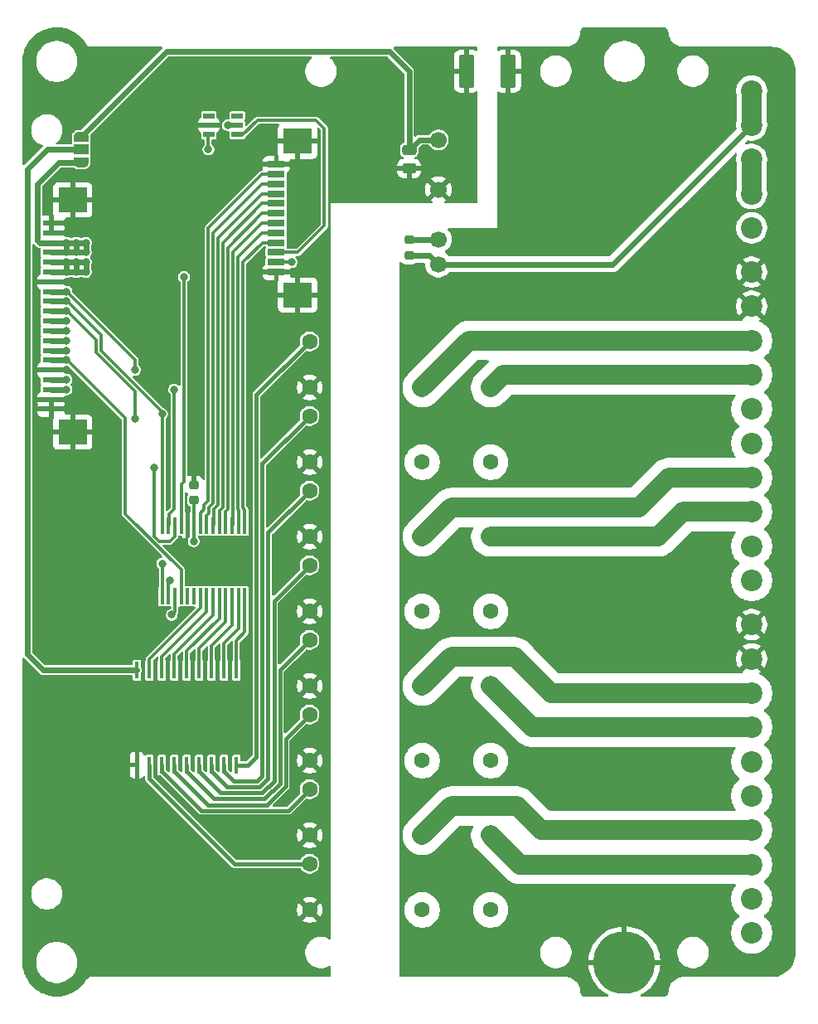
<source format=gbr>
%TF.GenerationSoftware,KiCad,Pcbnew,9.0.5*%
%TF.CreationDate,2025-10-31T12:59:57+03:00*%
%TF.ProjectId,PMCNV-RQ8,504d434e-562d-4525-9138-2e6b69636164,rev?*%
%TF.SameCoordinates,Original*%
%TF.FileFunction,Copper,L1,Top*%
%TF.FilePolarity,Positive*%
%FSLAX46Y46*%
G04 Gerber Fmt 4.6, Leading zero omitted, Abs format (unit mm)*
G04 Created by KiCad (PCBNEW 9.0.5) date 2025-10-31 12:59:57*
%MOMM*%
%LPD*%
G01*
G04 APERTURE LIST*
G04 Aperture macros list*
%AMRoundRect*
0 Rectangle with rounded corners*
0 $1 Rounding radius*
0 $2 $3 $4 $5 $6 $7 $8 $9 X,Y pos of 4 corners*
0 Add a 4 corners polygon primitive as box body*
4,1,4,$2,$3,$4,$5,$6,$7,$8,$9,$2,$3,0*
0 Add four circle primitives for the rounded corners*
1,1,$1+$1,$2,$3*
1,1,$1+$1,$4,$5*
1,1,$1+$1,$6,$7*
1,1,$1+$1,$8,$9*
0 Add four rect primitives between the rounded corners*
20,1,$1+$1,$2,$3,$4,$5,0*
20,1,$1+$1,$4,$5,$6,$7,0*
20,1,$1+$1,$6,$7,$8,$9,0*
20,1,$1+$1,$8,$9,$2,$3,0*%
%AMFreePoly0*
4,1,23,0.550000,-0.750000,0.000000,-0.750000,0.000000,-0.745722,-0.065263,-0.745722,-0.191342,-0.711940,-0.304381,-0.646677,-0.396677,-0.554381,-0.461940,-0.441342,-0.495722,-0.315263,-0.495722,-0.250000,-0.500000,-0.250000,-0.500000,0.250000,-0.495722,0.250000,-0.495722,0.315263,-0.461940,0.441342,-0.396677,0.554381,-0.304381,0.646677,-0.191342,0.711940,-0.065263,0.745722,0.000000,0.745722,
0.000000,0.750000,0.550000,0.750000,0.550000,-0.750000,0.550000,-0.750000,$1*%
%AMFreePoly1*
4,1,23,0.000000,0.745722,0.065263,0.745722,0.191342,0.711940,0.304381,0.646677,0.396677,0.554381,0.461940,0.441342,0.495722,0.315263,0.495722,0.250000,0.500000,0.250000,0.500000,-0.250000,0.495722,-0.250000,0.495722,-0.315263,0.461940,-0.441342,0.396677,-0.554381,0.304381,-0.646677,0.191342,-0.711940,0.065263,-0.745722,0.000000,-0.745722,0.000000,-0.750000,-0.550000,-0.750000,
-0.550000,0.750000,0.000000,0.750000,0.000000,0.745722,0.000000,0.745722,$1*%
G04 Aperture macros list end*
%TA.AperFunction,ComponentPad*%
%ADD10C,1.608000*%
%TD*%
%TA.AperFunction,SMDPad,CuDef*%
%ADD11R,0.450800X1.716000*%
%TD*%
%TA.AperFunction,SMDPad,CuDef*%
%ADD12FreePoly0,270.000000*%
%TD*%
%TA.AperFunction,SMDPad,CuDef*%
%ADD13R,1.500000X1.000000*%
%TD*%
%TA.AperFunction,SMDPad,CuDef*%
%ADD14FreePoly1,270.000000*%
%TD*%
%TA.AperFunction,SMDPad,CuDef*%
%ADD15RoundRect,0.250000X-0.475000X0.250000X-0.475000X-0.250000X0.475000X-0.250000X0.475000X0.250000X0*%
%TD*%
%TA.AperFunction,ComponentPad*%
%ADD16C,2.200000*%
%TD*%
%TA.AperFunction,SMDPad,CuDef*%
%ADD17R,1.181100X0.558800*%
%TD*%
%TA.AperFunction,SMDPad,CuDef*%
%ADD18RoundRect,0.225000X0.250000X-0.225000X0.250000X0.225000X-0.250000X0.225000X-0.250000X-0.225000X0*%
%TD*%
%TA.AperFunction,ComponentPad*%
%ADD19C,1.700000*%
%TD*%
%TA.AperFunction,ComponentPad*%
%ADD20O,6.350000X6.350000*%
%TD*%
%TA.AperFunction,SMDPad,CuDef*%
%ADD21R,0.431800X1.655601*%
%TD*%
%TA.AperFunction,SMDPad,CuDef*%
%ADD22RoundRect,0.250000X0.537500X1.450000X-0.537500X1.450000X-0.537500X-1.450000X0.537500X-1.450000X0*%
%TD*%
%TA.AperFunction,SMDPad,CuDef*%
%ADD23R,1.803400X0.635000*%
%TD*%
%TA.AperFunction,SMDPad,CuDef*%
%ADD24R,2.997200X2.590800*%
%TD*%
%TA.AperFunction,SMDPad,CuDef*%
%ADD25R,1.800000X0.600000*%
%TD*%
%TA.AperFunction,SMDPad,CuDef*%
%ADD26R,3.000000X2.600000*%
%TD*%
%TA.AperFunction,ViaPad*%
%ADD27C,0.800000*%
%TD*%
%TA.AperFunction,Conductor*%
%ADD28C,0.400000*%
%TD*%
%TA.AperFunction,Conductor*%
%ADD29C,0.300000*%
%TD*%
%TA.AperFunction,Conductor*%
%ADD30C,2.000000*%
%TD*%
%TA.AperFunction,Conductor*%
%ADD31C,0.600000*%
%TD*%
G04 APERTURE END LIST*
D10*
%TO.P,K4,1,1*%
%TO.N,GND_MCU*%
X-10160000Y-10160000D03*
%TO.P,K4,2,2*%
%TO.N,Net-(J7-Pin_2)*%
X1340000Y-10160000D03*
%TO.P,K4,3,3*%
%TO.N,Net-(J7-Pin_1)*%
X8340000Y-10160000D03*
%TO.P,K4,4,4*%
%TO.N,/K4*%
X-10160000Y-5460000D03*
%TD*%
D11*
%TO.P,U2,1,I1*%
%TO.N,/K1_exp*%
X-17645000Y-16149202D03*
%TO.P,U2,2,I2*%
%TO.N,/K2_exp*%
X-18915000Y-16149202D03*
%TO.P,U2,3,I3*%
%TO.N,/K3_exp*%
X-20185000Y-16149202D03*
%TO.P,U2,4,I4*%
%TO.N,/K4_exp*%
X-21455000Y-16149202D03*
%TO.P,U2,5,I5*%
%TO.N,/K5_exp*%
X-22725000Y-16149202D03*
%TO.P,U2,6,I6*%
%TO.N,/K6_exp*%
X-23995000Y-16149202D03*
%TO.P,U2,7,I7*%
%TO.N,/K7_exp*%
X-25265000Y-16149202D03*
%TO.P,U2,8,I8*%
%TO.N,/K8_exp*%
X-26535000Y-16149202D03*
%TO.P,U2,9,VCC*%
%TO.N,+5V*%
X-27805000Y-16149202D03*
%TO.P,U2,10,GND*%
%TO.N,GND_MCU*%
X-27805000Y-25850798D03*
%TO.P,U2,11,O8*%
%TO.N,/K8*%
X-26535000Y-25850798D03*
%TO.P,U2,12,O7*%
%TO.N,/K7*%
X-25265000Y-25850798D03*
%TO.P,U2,13,O6*%
%TO.N,/K6*%
X-23995000Y-25850798D03*
%TO.P,U2,14,O5*%
%TO.N,/K5*%
X-22725000Y-25850798D03*
%TO.P,U2,15,O4*%
%TO.N,/K4*%
X-21455000Y-25850798D03*
%TO.P,U2,16,O3*%
%TO.N,/K3*%
X-20185000Y-25850798D03*
%TO.P,U2,17,O2*%
%TO.N,/K2*%
X-18915000Y-25850798D03*
%TO.P,U2,18,O1*%
%TO.N,/K1*%
X-17645000Y-25850798D03*
%TD*%
D10*
%TO.P,K5,1,1*%
%TO.N,GND_MCU*%
X-10160000Y-17780000D03*
%TO.P,K5,2,2*%
%TO.N,Net-(J8-Pin_8)*%
X1340000Y-17780000D03*
%TO.P,K5,3,3*%
%TO.N,Net-(J8-Pin_7)*%
X8340000Y-17780000D03*
%TO.P,K5,4,4*%
%TO.N,/K5*%
X-10160000Y-13080000D03*
%TD*%
D12*
%TO.P,JP10,1,A*%
%TO.N,+5V_EXT*%
X-33500000Y38300000D03*
D13*
%TO.P,JP10,2,C*%
%TO.N,+5V*%
X-33500000Y37000000D03*
D14*
%TO.P,JP10,3,B*%
%TO.N,+5V_MCU*%
X-33500000Y35700000D03*
%TD*%
D15*
%TO.P,C10,1*%
%TO.N,+5V_EXT*%
X0Y36950000D03*
%TO.P,C10,2*%
%TO.N,GND_MCU*%
X0Y35050000D03*
%TD*%
D10*
%TO.P,K6,1,1*%
%TO.N,GND_MCU*%
X-10160000Y-25400000D03*
%TO.P,K6,2,2*%
%TO.N,Net-(J8-Pin_6)*%
X1340000Y-25400000D03*
%TO.P,K6,3,3*%
%TO.N,Net-(J8-Pin_5)*%
X8340000Y-25400000D03*
%TO.P,K6,4,4*%
%TO.N,/K6*%
X-10160000Y-20700000D03*
%TD*%
%TO.P,K8,1,1*%
%TO.N,GND_MCU*%
X-10160000Y-40640000D03*
%TO.P,K8,2,2*%
%TO.N,Net-(J8-Pin_2)*%
X1340000Y-40640000D03*
%TO.P,K8,3,3*%
%TO.N,Net-(J8-Pin_1)*%
X8340000Y-40640000D03*
%TO.P,K8,4,4*%
%TO.N,/K8*%
X-10160000Y-35940000D03*
%TD*%
%TO.P,K1,1,1*%
%TO.N,GND_MCU*%
X-10160000Y12700000D03*
%TO.P,K1,2,2*%
%TO.N,Net-(J7-Pin_8)*%
X1340000Y12700000D03*
%TO.P,K1,3,3*%
%TO.N,Net-(J7-Pin_7)*%
X8340000Y12700000D03*
%TO.P,K1,4,4*%
%TO.N,/K1*%
X-10160000Y17400000D03*
%TD*%
D16*
%TO.P,J6,1,Pin_1*%
%TO.N,unconnected-(J6-Pin_1-Pad1)*%
X35000000Y29000000D03*
%TO.P,J6,2,Pin_2*%
%TO.N,GND_CNV*%
X35000000Y32500000D03*
%TO.P,J6,3,Pin_3*%
X35000000Y36000000D03*
%TO.P,J6,4,Pin_4*%
%TO.N,+24V_CNV*%
X35000000Y39500000D03*
%TO.P,J6,5,Pin_5*%
X35000000Y43000000D03*
%TD*%
%TO.P,J8,1,Pin_1*%
%TO.N,Net-(J8-Pin_1)*%
X35000000Y-43000000D03*
%TO.P,J8,2,Pin_2*%
%TO.N,Net-(J8-Pin_2)*%
X35000000Y-39500000D03*
%TO.P,J8,3,Pin_3*%
%TO.N,Net-(J8-Pin_3)*%
X35000000Y-36000000D03*
%TO.P,J8,4,Pin_4*%
%TO.N,Net-(J8-Pin_4)*%
X35000000Y-32500000D03*
%TO.P,J8,5,Pin_5*%
%TO.N,Net-(J8-Pin_5)*%
X35000000Y-29000000D03*
%TO.P,J8,6,Pin_6*%
%TO.N,Net-(J8-Pin_6)*%
X35000000Y-25500000D03*
%TO.P,J8,7,Pin_7*%
%TO.N,Net-(J8-Pin_7)*%
X35000000Y-22000000D03*
%TO.P,J8,8,Pin_8*%
%TO.N,Net-(J8-Pin_8)*%
X35000000Y-18500000D03*
%TO.P,J8,9,Pin_9*%
%TO.N,PE*%
X35000000Y-15000000D03*
%TO.P,J8,10,Pin_10*%
X35000000Y-11500000D03*
%TD*%
D10*
%TO.P,K7,1,1*%
%TO.N,GND_MCU*%
X-10160000Y-33020000D03*
%TO.P,K7,2,2*%
%TO.N,Net-(J8-Pin_4)*%
X1340000Y-33020000D03*
%TO.P,K7,3,3*%
%TO.N,Net-(J8-Pin_3)*%
X8340000Y-33020000D03*
%TO.P,K7,4,4*%
%TO.N,/K7*%
X-10160000Y-28320000D03*
%TD*%
D17*
%TO.P,U5,1,1A*%
%TO.N,unconnected-(U5-1A-Pad1)*%
X-20466850Y40450001D03*
%TO.P,U5,2,GND*%
%TO.N,GND_MCU*%
X-20466850Y39500000D03*
%TO.P,U5,3,2A*%
%TO.N,/CS_MCU*%
X-20466850Y38549999D03*
%TO.P,U5,4,2Y*%
%TO.N,/CS_LED*%
X-17533150Y38549999D03*
%TO.P,U5,5,VCC*%
%TO.N,+3.3V_MCU*%
X-17533150Y39500000D03*
%TO.P,U5,6,1Y*%
%TO.N,unconnected-(U5-1Y-Pad6)*%
X-17533150Y40450001D03*
%TD*%
D18*
%TO.P,C2,1*%
%TO.N,+3.3V_MCU*%
X-22000000Y1225000D03*
%TO.P,C2,2*%
%TO.N,GND_MCU*%
X-22000000Y2775000D03*
%TD*%
D19*
%TO.P,PS1,1,Vin*%
%TO.N,+24V_CNV*%
X3000000Y25300000D03*
%TO.P,PS1,2,GND*%
%TO.N,GND_CNV*%
X3000000Y27840000D03*
%TO.P,PS1,4,0V*%
%TO.N,GND_MCU*%
X3000000Y32920000D03*
%TO.P,PS1,6,+V*%
%TO.N,+5V_EXT*%
X3000000Y38000000D03*
%TD*%
D20*
%TO.P,PE1,1*%
%TO.N,PE*%
X22000000Y-46000000D03*
%TD*%
D18*
%TO.P,C7,1*%
%TO.N,+24V_CNV*%
X0Y26225000D03*
%TO.P,C7,2*%
%TO.N,GND_CNV*%
X0Y27775000D03*
%TD*%
D10*
%TO.P,K3,1,1*%
%TO.N,GND_MCU*%
X-10160000Y-2540000D03*
%TO.P,K3,2,2*%
%TO.N,Net-(J7-Pin_4)*%
X1340000Y-2540000D03*
%TO.P,K3,3,3*%
%TO.N,Net-(J7-Pin_3)*%
X8340000Y-2540000D03*
%TO.P,K3,4,4*%
%TO.N,/K3*%
X-10160000Y2160000D03*
%TD*%
D21*
%TO.P,U1,1,GPB0*%
%TO.N,/K8_led*%
X-16775000Y-1372199D03*
%TO.P,U1,2,GPB1*%
%TO.N,/K7_led*%
X-17425001Y-1372199D03*
%TO.P,U1,3,GPB2*%
%TO.N,/K6_led*%
X-18075000Y-1372199D03*
%TO.P,U1,4,GPB3*%
%TO.N,/K5_led*%
X-18725001Y-1372199D03*
%TO.P,U1,5,GPB4*%
%TO.N,/K4_led*%
X-19374999Y-1372199D03*
%TO.P,U1,6,GPB5*%
%TO.N,/K3_led*%
X-20025001Y-1372199D03*
%TO.P,U1,7,GPB6*%
%TO.N,/K2_led*%
X-20674999Y-1372199D03*
%TO.P,U1,8,GPB7*%
%TO.N,/K1_led*%
X-21324998Y-1372199D03*
%TO.P,U1,9,VDD*%
%TO.N,+3.3V_MCU*%
X-21974999Y-1372199D03*
%TO.P,U1,10,VSS*%
%TO.N,GND_MCU*%
X-22624998Y-1372199D03*
%TO.P,U1,11,~{CS}*%
%TO.N,/CS_MCU*%
X-23274999Y-1372199D03*
%TO.P,U1,12,SCK*%
%TO.N,Net-(JP9-C)*%
X-23924998Y-1372199D03*
%TO.P,U1,13,SI*%
%TO.N,Net-(JP8-C)*%
X-24574999Y-1372199D03*
%TO.P,U1,14,SO*%
%TO.N,/MISO_MCU*%
X-25224998Y-1372199D03*
%TO.P,U1,15,A0*%
%TO.N,/A0*%
X-25225000Y-8627801D03*
%TO.P,U1,16,A1*%
%TO.N,/A1*%
X-24574999Y-8627801D03*
%TO.P,U1,17,A2*%
%TO.N,/A2*%
X-23925000Y-8627801D03*
%TO.P,U1,18,~{RESET}*%
%TO.N,/RST*%
X-23274999Y-8627801D03*
%TO.P,U1,19,INTB*%
%TO.N,unconnected-(U1-INTB-Pad19)*%
X-22625001Y-8627801D03*
%TO.P,U1,20,INTA*%
%TO.N,unconnected-(U1-INTA-Pad20)*%
X-21974999Y-8627801D03*
%TO.P,U1,21,GPA0*%
%TO.N,/K8_exp*%
X-21325001Y-8627801D03*
%TO.P,U1,22,GPA1*%
%TO.N,/K7_exp*%
X-20674999Y-8627801D03*
%TO.P,U1,23,GPA2*%
%TO.N,/K6_exp*%
X-20025001Y-8627801D03*
%TO.P,U1,24,GPA3*%
%TO.N,/K5_exp*%
X-19374999Y-8627801D03*
%TO.P,U1,25,GPA4*%
%TO.N,/K4_exp*%
X-18725001Y-8627801D03*
%TO.P,U1,26,GPA5*%
%TO.N,/K3_exp*%
X-18075000Y-8627801D03*
%TO.P,U1,27,GPA6*%
%TO.N,/K2_exp*%
X-17425001Y-8627801D03*
%TO.P,U1,28,GPA7*%
%TO.N,/K1_exp*%
X-16775000Y-8627801D03*
%TD*%
D10*
%TO.P,K2,1,1*%
%TO.N,GND_MCU*%
X-10160000Y5080000D03*
%TO.P,K2,2,2*%
%TO.N,Net-(J7-Pin_6)*%
X1340000Y5080000D03*
%TO.P,K2,3,3*%
%TO.N,Net-(J7-Pin_5)*%
X8340000Y5080000D03*
%TO.P,K2,4,4*%
%TO.N,/K2*%
X-10160000Y9780000D03*
%TD*%
D22*
%TO.P,C1,1*%
%TO.N,PE*%
X10137500Y45000000D03*
%TO.P,C1,2*%
%TO.N,GND_MCU*%
X5862500Y45000000D03*
%TD*%
D23*
%TO.P,J3,1,Pin_1*%
%TO.N,GND_MCU*%
X-13556000Y24500008D03*
%TO.P,J3,2,Pin_2*%
%TO.N,/MISO_MCU*%
X-13556000Y25500006D03*
%TO.P,J3,3,Pin_3*%
%TO.N,/CS_LED*%
X-13556000Y26500004D03*
%TO.P,J3,4,Pin_4*%
%TO.N,/K8_led*%
X-13556000Y27500002D03*
%TO.P,J3,5,Pin_5*%
%TO.N,/K7_led*%
X-13556000Y28500000D03*
%TO.P,J3,6,Pin_6*%
%TO.N,/K6_led*%
X-13556000Y29500000D03*
%TO.P,J3,7,Pin_7*%
%TO.N,/K5_led*%
X-13556000Y30500000D03*
%TO.P,J3,8,Pin_8*%
%TO.N,/K4_led*%
X-13556000Y31500000D03*
%TO.P,J3,9,Pin_9*%
%TO.N,/K3_led*%
X-13556000Y32499998D03*
%TO.P,J3,10,Pin_10*%
%TO.N,/K2_led*%
X-13556000Y33499996D03*
%TO.P,J3,11,Pin_11*%
%TO.N,/K1_led*%
X-13556000Y34499994D03*
%TO.P,J3,12,Pin_11*%
%TO.N,GND_MCU*%
X-13556000Y35499992D03*
D24*
%TO.P,J3,13,Pin_11*%
X-11385999Y22149997D03*
X-11385999Y37850003D03*
%TD*%
D16*
%TO.P,J7,1,Pin_1*%
%TO.N,Net-(J7-Pin_1)*%
X35000000Y-7000000D03*
%TO.P,J7,2,Pin_2*%
%TO.N,Net-(J7-Pin_2)*%
X35000000Y-3500000D03*
%TO.P,J7,3,Pin_3*%
%TO.N,Net-(J7-Pin_3)*%
X35000000Y0D03*
%TO.P,J7,4,Pin_4*%
%TO.N,Net-(J7-Pin_4)*%
X35000000Y3500000D03*
%TO.P,J7,5,Pin_5*%
%TO.N,Net-(J7-Pin_5)*%
X35000000Y7000000D03*
%TO.P,J7,6,Pin_6*%
%TO.N,Net-(J7-Pin_6)*%
X35000000Y10500000D03*
%TO.P,J7,7,Pin_7*%
%TO.N,Net-(J7-Pin_7)*%
X35000000Y14000000D03*
%TO.P,J7,8,Pin_8*%
%TO.N,Net-(J7-Pin_8)*%
X35000000Y17500000D03*
%TO.P,J7,9,Pin_9*%
%TO.N,PE*%
X35000000Y21000000D03*
%TO.P,J7,10,Pin_10*%
X35000000Y24500000D03*
%TD*%
D25*
%TO.P,JM1,1,Pin_1*%
%TO.N,GND_MCU*%
X-36546000Y10500000D03*
%TO.P,JM1,2,Pin_2*%
X-36546000Y11500000D03*
%TO.P,JM1,3,Pin_3*%
%TO.N,/SCL_MCU*%
X-36546000Y12500000D03*
%TO.P,JM1,4,Pin_4*%
%TO.N,/SDA_MCU*%
X-36546000Y13500000D03*
%TO.P,JM1,5,Pin_5*%
%TO.N,GND_MCU*%
X-36546000Y14500000D03*
%TO.P,JM1,6,Pin_6*%
%TO.N,/RST*%
X-36546000Y15500000D03*
%TO.P,JM1,7,Pin_7*%
%TO.N,/CS3_MCU*%
X-36546000Y16500000D03*
%TO.P,JM1,8,Pin_8*%
%TO.N,/CS2_MCU*%
X-36546000Y17500000D03*
%TO.P,JM1,9,Pin_9*%
%TO.N,/CS1_MCU*%
X-36546000Y18500000D03*
%TO.P,JM1,10,Pin_10*%
%TO.N,/CS0_MCU*%
X-36546000Y19500000D03*
%TO.P,JM1,11,Pin_11*%
%TO.N,/SCK_MCU*%
X-36546000Y20500000D03*
%TO.P,JM1,12,Pin_11*%
%TO.N,/MISO_MCU*%
X-36546000Y21500000D03*
%TO.P,JM1,13,Pin_11*%
%TO.N,/MOSI_MCU*%
X-36546000Y22500000D03*
%TO.P,JM1,14,Pin_11*%
%TO.N,GND_MCU*%
X-36546000Y23500000D03*
%TO.P,JM1,15,Pin_11*%
%TO.N,+3.3V_MCU*%
X-36546000Y24500000D03*
%TO.P,JM1,16,Pin_11*%
X-36546000Y25500000D03*
%TO.P,JM1,17,Pin_11*%
%TO.N,+5V_MCU*%
X-36546000Y26500000D03*
%TO.P,JM1,18,Pin_11*%
X-36546000Y27500000D03*
%TO.P,JM1,19,Pin_11*%
%TO.N,GND_MCU*%
X-36546000Y28500000D03*
%TO.P,JM1,20,Pin_11*%
X-36546000Y29500000D03*
D26*
%TO.P,JM1,MP1,Pin_11*%
X-34375000Y8150000D03*
%TO.P,JM1,MP2,Pin_11*%
X-34375000Y31850000D03*
%TD*%
D27*
%TO.N,+5V_MCU*%
X-33000000Y27500000D03*
X-33000000Y26500000D03*
X-34000000Y27500000D03*
X-35000000Y26500000D03*
X-35000000Y27500000D03*
X-34000000Y26500000D03*
%TO.N,GND_MCU*%
X-12000000Y35500000D03*
X-34000000Y5500000D03*
X-36000000Y5500000D03*
X-32000000Y31500000D03*
X-38500000Y-33000000D03*
X-37000000Y42500000D03*
X-32000000Y32500000D03*
X-32000000Y33500000D03*
X-35000000Y28500000D03*
X-35000000Y14500000D03*
X-37500000Y-34000000D03*
X-10000000Y35500000D03*
X-35000000Y23500000D03*
X-35000000Y5500000D03*
X-35000000Y29500000D03*
X-35000000Y11500000D03*
X-33000000Y5500000D03*
X-38500000Y-35000000D03*
X-32000000Y30500000D03*
X-11000000Y35500000D03*
X-35000000Y10500000D03*
X-36500000Y-35000000D03*
X-36500000Y-33000000D03*
X-38500000Y42500000D03*
%TO.N,+3.3V_MCU*%
X-35000000Y25500000D03*
X-33000000Y25500000D03*
X-35000000Y24500000D03*
X-33000000Y24500000D03*
X-18500000Y39500000D03*
X-34000000Y25500000D03*
X-34000000Y24500000D03*
X-22000000Y-3000000D03*
%TO.N,/A1*%
X-24475000Y-7000000D03*
%TO.N,/A2*%
X-24250000Y-10500000D03*
%TO.N,/A0*%
X-25225000Y-5275000D03*
%TO.N,/CS3_MCU*%
X-35000000Y16500000D03*
%TO.N,/CS0_MCU*%
X-35000000Y19500000D03*
%TO.N,/SCL_MCU*%
X-35000000Y12500000D03*
%TO.N,/SCK_MCU*%
X-35000000Y20500000D03*
X-28000000Y9500000D03*
%TO.N,/CS2_MCU*%
X-35000000Y17500000D03*
%TO.N,/MISO_MCU*%
X-12000000Y25500000D03*
X-25224998Y10000000D03*
X-35000000Y21500000D03*
%TO.N,/CS1_MCU*%
X-35000000Y18500000D03*
%TO.N,/SDA_MCU*%
X-35000000Y13500000D03*
%TO.N,/MOSI_MCU*%
X-28000000Y14500000D03*
X-35000000Y22500000D03*
%TO.N,/CS_MCU*%
X-23000000Y24000000D03*
X-20500000Y37000000D03*
%TO.N,Net-(JP8-C)*%
X-24000000Y12500000D03*
%TO.N,Net-(JP9-C)*%
X-26000000Y4500000D03*
%TO.N,/RST*%
X-35000000Y15500000D03*
%TD*%
D28*
%TO.N,/K7*%
X-25265000Y-26483398D02*
X-21243398Y-30505000D01*
X-12345000Y-30505000D02*
X-12000000Y-30160000D01*
X-25265000Y-25850798D02*
X-25265000Y-26483398D01*
X-10160000Y-28320000D02*
X-12000000Y-30160000D01*
X-21243398Y-30505000D02*
X-12345000Y-30505000D01*
%TO.N,/K3*%
X-20185000Y-25850798D02*
X-20185000Y-26483398D01*
X-10160000Y2160000D02*
X-14404000Y-2084000D01*
X-20185000Y-26483398D02*
X-18567398Y-28101000D01*
X-14404000Y-27248942D02*
X-14404000Y-27000000D01*
X-18567398Y-28101000D02*
X-15256058Y-28101000D01*
X-15256058Y-28101000D02*
X-14404000Y-27248942D01*
X-14404000Y-2084000D02*
X-14404000Y-27000000D01*
%TO.N,/K5*%
X-13202000Y-27746826D02*
X-13202000Y-16122000D01*
X-19905398Y-29303000D02*
X-14758174Y-29303000D01*
X-22725000Y-25850798D02*
X-22725000Y-26483398D01*
X-22725000Y-26483398D02*
X-19905398Y-29303000D01*
X-14758174Y-29303000D02*
X-13202000Y-27746826D01*
X-13202000Y-16122000D02*
X-10160000Y-13080000D01*
%TO.N,/K6*%
X-23995000Y-25850798D02*
X-23995000Y-26483398D01*
X-20574398Y-29904000D02*
X-14509232Y-29904000D01*
X-23995000Y-26483398D02*
X-20574398Y-29904000D01*
X-14509232Y-29904000D02*
X-12601000Y-27995768D01*
X-12601000Y-23141000D02*
X-12601000Y-27995768D01*
X-10160000Y-20700000D02*
X-12601000Y-23141000D01*
%TO.N,/K8*%
X-26535000Y-27231000D02*
X-26535000Y-25850798D01*
X-17826000Y-35940000D02*
X-26535000Y-27231000D01*
X-10160000Y-35940000D02*
X-17826000Y-35940000D01*
%TO.N,/K4*%
X-19236398Y-28702000D02*
X-15007116Y-28702000D01*
X-13803000Y-9103000D02*
X-13803000Y-26500000D01*
X-10160000Y-5460000D02*
X-13803000Y-9103000D01*
X-15007116Y-28702000D02*
X-13803000Y-27497884D01*
X-21455000Y-26483398D02*
X-19236398Y-28702000D01*
X-21455000Y-25850798D02*
X-21455000Y-26483398D01*
X-13803000Y-27497884D02*
X-13803000Y-26500000D01*
%TO.N,/K1*%
X-16456798Y-25850798D02*
X-15606000Y-25000000D01*
X-10160000Y17400000D02*
X-15606000Y11954000D01*
X-15606000Y11954000D02*
X-15606000Y-25000000D01*
X-17645000Y-25850798D02*
X-16456798Y-25850798D01*
%TO.N,/K2*%
X-17898398Y-27500000D02*
X-15505000Y-27500000D01*
X-18915000Y-25850798D02*
X-18915000Y-26483398D01*
X-15005000Y-27000000D02*
X-15005000Y4935000D01*
X-15005000Y4935000D02*
X-10160000Y9780000D01*
X-15505000Y-27500000D02*
X-15005000Y-27000000D01*
X-18915000Y-26483398D02*
X-17898398Y-27500000D01*
D29*
%TO.N,/K8_exp*%
X-26535000Y-15035000D02*
X-21325001Y-9825001D01*
X-21325001Y-9825001D02*
X-21325001Y-8627801D01*
X-26535000Y-16149202D02*
X-26535000Y-15035000D01*
%TO.N,/K4_exp*%
X-21455000Y-16149202D02*
X-21455000Y-13955000D01*
X-18725001Y-11225001D02*
X-18725001Y-8627801D01*
X-21455000Y-13955000D02*
X-18725001Y-11225001D01*
%TO.N,/K7_exp*%
X-25265000Y-14765000D02*
X-20674999Y-10174999D01*
X-20674999Y-10174999D02*
X-20674999Y-8627801D01*
X-25265000Y-16149202D02*
X-25265000Y-14765000D01*
%TO.N,/K1_exp*%
X-17645000Y-13145000D02*
X-16775000Y-12275000D01*
X-17645000Y-16149202D02*
X-17645000Y-13145000D01*
X-16775000Y-12275000D02*
X-16775000Y-8627801D01*
%TO.N,/K6_exp*%
X-20025001Y-10525001D02*
X-20025001Y-8627801D01*
X-23995000Y-14495000D02*
X-20025001Y-10525001D01*
X-23995000Y-16149202D02*
X-23995000Y-14495000D01*
%TO.N,/K2_exp*%
X-18915000Y-13415000D02*
X-17425001Y-11925001D01*
X-17425001Y-8627801D02*
X-17425001Y-11925001D01*
X-18915000Y-16149202D02*
X-18915000Y-13415000D01*
%TO.N,/K3_exp*%
X-20185000Y-16149202D02*
X-20185000Y-13685000D01*
X-18075000Y-11575000D02*
X-18075000Y-8627801D01*
X-20185000Y-13685000D02*
X-18075000Y-11575000D01*
%TO.N,/K5_exp*%
X-22725000Y-16149202D02*
X-22725000Y-14225000D01*
X-22725000Y-14225000D02*
X-19374999Y-10874999D01*
X-19374999Y-10874999D02*
X-19374999Y-8627801D01*
%TO.N,/K8_led*%
X-16775000Y-1372199D02*
X-16775000Y240826D01*
X-17000000Y465826D02*
X-17000000Y25488602D01*
X-14988600Y27500002D02*
X-13556000Y27500002D01*
X-16775000Y240826D02*
X-17000000Y465826D01*
X-17000000Y25488602D02*
X-14988600Y27500002D01*
%TO.N,/K7_led*%
X-17425001Y182306D02*
X-17501000Y258306D01*
X-17501000Y258306D02*
X-17501000Y25999000D01*
X-15000000Y28500000D02*
X-13556000Y28500000D01*
X-17501000Y25999000D02*
X-15000000Y28500000D01*
X-17425001Y-1372199D02*
X-17425001Y182306D01*
%TO.N,/K5_led*%
X-18725001Y-1372199D02*
X-18725001Y65266D01*
X-18503000Y287267D02*
X-18503000Y26997000D01*
X-18725001Y65266D02*
X-18503000Y287267D01*
X-15000000Y30500000D02*
X-13556000Y30500000D01*
X-18503000Y26997000D02*
X-15000000Y30500000D01*
%TO.N,/K1_led*%
X-20943899Y680451D02*
X-20507000Y1117349D01*
X-21324998Y-100935D02*
X-20943899Y280164D01*
X-20507000Y28993000D02*
X-15000006Y34499994D01*
X-21324998Y-1372199D02*
X-21324998Y-100935D01*
X-20943899Y280164D02*
X-20943899Y680451D01*
X-15000006Y34499994D02*
X-13556000Y34499994D01*
X-20507000Y1117349D02*
X-20507000Y28993000D01*
%TO.N,/K6_led*%
X-18002000Y26498000D02*
X-15000000Y29500000D01*
X-18002000Y-1299199D02*
X-18002000Y26498000D01*
X-15000000Y29500000D02*
X-13556000Y29500000D01*
X-18075000Y-1372199D02*
X-18002000Y-1299199D01*
%TO.N,/K4_led*%
X-15000000Y31500000D02*
X-13556000Y31500000D01*
X-19004000Y27496000D02*
X-15000000Y31500000D01*
X-19374999Y123789D02*
X-19004000Y494788D01*
X-19374999Y-1372199D02*
X-19374999Y123789D01*
X-19004000Y494788D02*
X-19004000Y27496000D01*
%TO.N,/K2_led*%
X-20006000Y28494000D02*
X-15000004Y33499996D01*
X-20442899Y-151419D02*
X-20442899Y472930D01*
X-20442899Y472930D02*
X-20006000Y909828D01*
X-20006000Y909828D02*
X-20006000Y28494000D01*
X-20674999Y-383519D02*
X-20442899Y-151419D01*
X-15000004Y33499996D02*
X-13556000Y33499996D01*
X-20674999Y-1372199D02*
X-20674999Y-383519D01*
%TO.N,/K3_led*%
X-19505000Y27995000D02*
X-15000002Y32499998D01*
X-19941899Y-1289097D02*
X-19941899Y265409D01*
X-15000002Y32499998D02*
X-13556000Y32499998D01*
X-20025001Y-1372199D02*
X-19941899Y-1289097D01*
X-19505000Y702308D02*
X-19505000Y27995000D01*
X-19941899Y265409D02*
X-19505000Y702308D01*
D30*
%TO.N,Net-(J7-Pin_8)*%
X6140000Y17500000D02*
X35000000Y17500000D01*
X1340000Y12700000D02*
X6140000Y17500000D01*
%TO.N,Net-(J7-Pin_4)*%
X26500000Y3500000D02*
X35000000Y3500000D01*
X23461000Y461000D02*
X26500000Y3500000D01*
X4341000Y461000D02*
X23461000Y461000D01*
X1340000Y-2540000D02*
X4341000Y461000D01*
%TO.N,Net-(J7-Pin_7)*%
X9640000Y14000000D02*
X35000000Y14000000D01*
X8340000Y12700000D02*
X9640000Y14000000D01*
%TO.N,Net-(J7-Pin_3)*%
X28000000Y0D02*
X35000000Y0D01*
X8340000Y-2540000D02*
X25460000Y-2540000D01*
X25460000Y-2540000D02*
X28000000Y0D01*
%TO.N,Net-(J8-Pin_3)*%
X11320000Y-36000000D02*
X35000000Y-36000000D01*
X8340000Y-33020000D02*
X11320000Y-36000000D01*
%TO.N,Net-(J8-Pin_7)*%
X8340000Y-17780000D02*
X12560000Y-22000000D01*
X12560000Y-22000000D02*
X35000000Y-22000000D01*
%TO.N,Net-(J8-Pin_4)*%
X1340000Y-33020000D02*
X4341000Y-30019000D01*
X13500000Y-32500000D02*
X35000000Y-32500000D01*
X4341000Y-30019000D02*
X11019000Y-30019000D01*
X11019000Y-30019000D02*
X13500000Y-32500000D01*
%TO.N,Net-(J8-Pin_8)*%
X14500000Y-18500000D02*
X35000000Y-18500000D01*
X1340000Y-17780000D02*
X4341000Y-14779000D01*
X10779000Y-14779000D02*
X14500000Y-18500000D01*
X4341000Y-14779000D02*
X10779000Y-14779000D01*
D31*
%TO.N,+5V_MCU*%
X-38000000Y27752000D02*
X-38000000Y33500000D01*
X-35800000Y35700000D02*
X-33500000Y35700000D01*
X-33000000Y26500000D02*
X-36546000Y26500000D01*
X-34000000Y27500000D02*
X-34000000Y26500000D01*
X-37748000Y27500000D02*
X-38000000Y27752000D01*
X-33000000Y27500000D02*
X-36546000Y27500000D01*
X-35000000Y27500000D02*
X-35000000Y26500000D01*
X-33000000Y27500000D02*
X-33000000Y26500000D01*
X-36546000Y27500000D02*
X-37748000Y27500000D01*
X-38000000Y33500000D02*
X-35800000Y35700000D01*
D29*
%TO.N,/CS_LED*%
X-9500000Y40000000D02*
X-8652000Y39152000D01*
X-15500000Y40000000D02*
X-9500000Y40000000D01*
X-17533150Y38549999D02*
X-16950001Y38549999D01*
X-16950001Y38549999D02*
X-15500000Y40000000D01*
X-8652000Y29207520D02*
X-11359516Y26500004D01*
X-11359516Y26500004D02*
X-13556000Y26500004D01*
X-8652000Y39152000D02*
X-8652000Y29207520D01*
D31*
%TO.N,+3.3V_MCU*%
X-35000000Y25500000D02*
X-35000000Y24500000D01*
X-34000000Y25500000D02*
X-34000000Y24500000D01*
X-33000000Y25500000D02*
X-33000000Y24500000D01*
D29*
X-21974999Y1199999D02*
X-22000000Y1225000D01*
X-21974999Y-1372199D02*
X-21974999Y-2974999D01*
X-17533150Y39500000D02*
X-18500000Y39500000D01*
X-21974999Y-1372199D02*
X-21974999Y1199999D01*
D31*
X-36546000Y25500000D02*
X-33000000Y25500000D01*
X-36546000Y24500000D02*
X-33000000Y24500000D01*
D29*
X-21974999Y-2974999D02*
X-22000000Y-3000000D01*
%TO.N,/A1*%
X-24574999Y-7099999D02*
X-24574999Y-8627801D01*
X-24475000Y-7000000D02*
X-24574999Y-7099999D01*
%TO.N,/A2*%
X-23925000Y-10175000D02*
X-23925000Y-8627801D01*
X-24250000Y-10500000D02*
X-23925000Y-10175000D01*
%TO.N,/A0*%
X-25225000Y-5275000D02*
X-25225000Y-8627801D01*
D31*
%TO.N,/CS3_MCU*%
X-36546000Y16500000D02*
X-35000000Y16500000D01*
%TO.N,/CS0_MCU*%
X-36546000Y19500000D02*
X-35000000Y19500000D01*
%TO.N,/SCL_MCU*%
X-36546000Y12500000D02*
X-35000000Y12500000D01*
D29*
%TO.N,/SCK_MCU*%
X-28000000Y12291480D02*
X-28000000Y9500000D01*
D31*
X-36546000Y20500000D02*
X-35000000Y20500000D01*
D29*
X-32000000Y16291479D02*
X-28000000Y12291480D01*
X-32000000Y17562075D02*
X-32000000Y16291479D01*
X-35000000Y20500000D02*
X-34937925Y20500000D01*
X-34937925Y20500000D02*
X-32000000Y17562075D01*
D31*
%TO.N,/CS2_MCU*%
X-36546000Y17500000D02*
X-35000000Y17500000D01*
D29*
%TO.N,/MISO_MCU*%
X-31499000Y18061075D02*
X-34937925Y21500000D01*
X-25224998Y10000000D02*
X-25224998Y10224998D01*
X-12000000Y25500000D02*
X-13555994Y25500000D01*
X-13555994Y25500000D02*
X-13556000Y25500006D01*
X-34937925Y21500000D02*
X-35000000Y21500000D01*
X-25224998Y10224998D02*
X-31499000Y16499000D01*
D31*
X-36546000Y21500000D02*
X-35000000Y21500000D01*
D29*
X-31499000Y16499000D02*
X-31499000Y18061075D01*
X-25224998Y-1372199D02*
X-25224998Y10000000D01*
D31*
%TO.N,/CS1_MCU*%
X-36546000Y18500000D02*
X-35000000Y18500000D01*
%TO.N,/SDA_MCU*%
X-36546000Y13500000D02*
X-35000000Y13500000D01*
D29*
%TO.N,/MOSI_MCU*%
X-34937925Y22500000D02*
X-28000000Y15562075D01*
D31*
X-36546000Y22500000D02*
X-35000000Y22500000D01*
D29*
X-28000000Y15562075D02*
X-28000000Y14500000D01*
X-35000000Y22500000D02*
X-34937925Y22500000D01*
%TO.N,/CS_MCU*%
X-23274999Y-1372199D02*
X-23274999Y2795823D01*
X-20500000Y37000000D02*
X-20516849Y37016849D01*
X-23000000Y3070822D02*
X-23000000Y24000000D01*
X-23274999Y2795823D02*
X-23000000Y3070822D01*
X-20516849Y38500000D02*
X-20466850Y38549999D01*
X-20516849Y37016849D02*
X-20516849Y38500000D01*
%TO.N,Net-(JP8-C)*%
X-24000000Y298499D02*
X-24491898Y-193399D01*
X-24491898Y-1289098D02*
X-24574999Y-1372199D01*
X-24491898Y-193399D02*
X-24491898Y-1289098D01*
X-24000000Y12500000D02*
X-24000000Y298499D01*
%TO.N,Net-(JP9-C)*%
X-24457100Y-3000000D02*
X-23924998Y-2467898D01*
X-26000000Y4500000D02*
X-26000000Y-2500000D01*
X-23924998Y-2467898D02*
X-23924998Y-1372199D01*
X-25500000Y-3000000D02*
X-24457100Y-3000000D01*
X-26000000Y-2500000D02*
X-25500000Y-3000000D01*
%TO.N,unconnected-(U5-1A-Pad1)*%
X-20516849Y40500000D02*
X-20466850Y40450001D01*
D31*
%TO.N,/RST*%
X-36546000Y15500000D02*
X-35000000Y15500000D01*
D29*
X-34937925Y15500000D02*
X-35000000Y15500000D01*
X-23274999Y-8627801D02*
X-23274999Y-5933522D01*
X-29000000Y9562075D02*
X-34937925Y15500000D01*
X-23274999Y-5933522D02*
X-29000000Y-208521D01*
X-29000000Y-208521D02*
X-29000000Y9562075D01*
D30*
%TO.N,+24V_CNV*%
X35000000Y43000000D02*
X35000000Y39500000D01*
D31*
X3000000Y25300000D02*
X20800000Y25300000D01*
X0Y26225000D02*
X2075000Y26225000D01*
X20800000Y25300000D02*
X35000000Y39500000D01*
X2075000Y26225000D02*
X3000000Y25300000D01*
%TO.N,GND_CNV*%
X3000000Y27840000D02*
X65000Y27840000D01*
D30*
X35000000Y36000000D02*
X35000000Y32500000D01*
D31*
X65000Y27840000D02*
X0Y27775000D01*
%TO.N,+5V_EXT*%
X0Y45000000D02*
X-2000000Y47000000D01*
X-2000000Y47000000D02*
X-24800000Y47000000D01*
X3000000Y38000000D02*
X1050000Y38000000D01*
X-24800000Y47000000D02*
X-33500000Y38300000D01*
X1050000Y38000000D02*
X0Y36950000D01*
X0Y36950000D02*
X0Y45000000D01*
%TO.N,+5V*%
X-33500000Y37000000D02*
X-37000000Y37000000D01*
X-37000000Y37000000D02*
X-39000000Y35000000D01*
X-37350798Y-16149202D02*
X-39000000Y-14500000D01*
X-39000000Y-14500000D02*
X-39000000Y35000000D01*
X-27805000Y-16149202D02*
X-37350798Y-16149202D01*
%TD*%
%TA.AperFunction,Conductor*%
%TO.N,GND_MCU*%
G36*
X6943039Y47479815D02*
G01*
X6988794Y47427011D01*
X7000000Y47375500D01*
X7000000Y47183286D01*
X6980315Y47116247D01*
X6927511Y47070492D01*
X6858353Y47060548D01*
X6810904Y47077747D01*
X6719128Y47134355D01*
X6719119Y47134359D01*
X6552697Y47189506D01*
X6552690Y47189507D01*
X6449986Y47200000D01*
X6112500Y47200000D01*
X6112500Y42800001D01*
X6449972Y42800001D01*
X6449986Y42800002D01*
X6552697Y42810495D01*
X6719119Y42865642D01*
X6719130Y42865647D01*
X6810903Y42922253D01*
X6878295Y42940694D01*
X6944959Y42919772D01*
X6989728Y42866130D01*
X7000000Y42816715D01*
X7000000Y31624000D01*
X6980315Y31556961D01*
X6927511Y31511206D01*
X6876000Y31500000D01*
X3703220Y31500000D01*
X3636181Y31519685D01*
X3590426Y31572489D01*
X3580482Y31641647D01*
X3609507Y31705203D01*
X3646925Y31734485D01*
X3707554Y31765378D01*
X3761716Y31804730D01*
X3761717Y31804730D01*
X3129408Y32437038D01*
X3192993Y32454075D01*
X3307007Y32519901D01*
X3400099Y32612993D01*
X3465925Y32727007D01*
X3482962Y32790592D01*
X4115270Y32158283D01*
X4115270Y32158284D01*
X4154622Y32212446D01*
X4251095Y32401783D01*
X4316757Y32603870D01*
X4316757Y32603873D01*
X4350000Y32813754D01*
X4350000Y33026247D01*
X4316757Y33236128D01*
X4316757Y33236131D01*
X4251095Y33438218D01*
X4154624Y33627551D01*
X4115270Y33681718D01*
X4115269Y33681718D01*
X3482962Y33049410D01*
X3465925Y33112993D01*
X3400099Y33227007D01*
X3307007Y33320099D01*
X3192993Y33385925D01*
X3129409Y33402963D01*
X3761716Y34035272D01*
X3707550Y34074625D01*
X3518217Y34171096D01*
X3316129Y34236758D01*
X3106246Y34270000D01*
X2893754Y34270000D01*
X2683872Y34236758D01*
X2683869Y34236758D01*
X2481782Y34171096D01*
X2292439Y34074620D01*
X2238282Y34035273D01*
X2238282Y34035272D01*
X2870591Y33402963D01*
X2807007Y33385925D01*
X2692993Y33320099D01*
X2599901Y33227007D01*
X2534075Y33112993D01*
X2517037Y33049409D01*
X1884728Y33681718D01*
X1884727Y33681718D01*
X1845380Y33627561D01*
X1748904Y33438218D01*
X1683242Y33236131D01*
X1683242Y33236128D01*
X1650000Y33026247D01*
X1650000Y32813754D01*
X1683242Y32603873D01*
X1683242Y32603870D01*
X1748904Y32401783D01*
X1845375Y32212450D01*
X1884728Y32158284D01*
X2517037Y32790592D01*
X2534075Y32727007D01*
X2599901Y32612993D01*
X2692993Y32519901D01*
X2807007Y32454075D01*
X2870590Y32437038D01*
X2238282Y31804731D01*
X2238282Y31804730D01*
X2292449Y31765376D01*
X2353075Y31734485D01*
X2403871Y31686510D01*
X2420666Y31618689D01*
X2398129Y31552554D01*
X2343413Y31509103D01*
X2296780Y31500000D01*
X-8000000Y31500000D01*
X-8000000Y-43510892D01*
X-8019685Y-43577931D01*
X-8072489Y-43623686D01*
X-8141647Y-43633630D01*
X-8180295Y-43621377D01*
X-8385617Y-43516761D01*
X-8385618Y-43516760D01*
X-8385621Y-43516759D01*
X-8625215Y-43438910D01*
X-8874038Y-43399500D01*
X-9125962Y-43399500D01*
X-9179407Y-43407965D01*
X-9374786Y-43438910D01*
X-9614384Y-43516760D01*
X-9838849Y-43631132D01*
X-10042650Y-43779201D01*
X-10042655Y-43779205D01*
X-10220795Y-43957345D01*
X-10220799Y-43957350D01*
X-10368868Y-44161151D01*
X-10483240Y-44385616D01*
X-10561090Y-44625214D01*
X-10600500Y-44874038D01*
X-10600500Y-45125961D01*
X-10561090Y-45374785D01*
X-10483240Y-45614383D01*
X-10368868Y-45838848D01*
X-10220799Y-46042649D01*
X-10220795Y-46042654D01*
X-10042655Y-46220794D01*
X-10042650Y-46220798D01*
X-9864883Y-46349952D01*
X-9838845Y-46368870D01*
X-9695816Y-46441747D01*
X-9614384Y-46483239D01*
X-9614382Y-46483239D01*
X-9614379Y-46483241D01*
X-9374785Y-46561090D01*
X-9125962Y-46600500D01*
X-9125961Y-46600500D01*
X-8874039Y-46600500D01*
X-8874038Y-46600500D01*
X-8625215Y-46561090D01*
X-8385621Y-46483241D01*
X-8180295Y-46378621D01*
X-8111626Y-46365726D01*
X-8046885Y-46392002D01*
X-8006628Y-46449109D01*
X-8000000Y-46489107D01*
X-8000000Y-47375500D01*
X-8019685Y-47442539D01*
X-8072489Y-47488294D01*
X-8124000Y-47499500D01*
X-32601792Y-47499500D01*
X-32729088Y-47533608D01*
X-32843214Y-47599500D01*
X-32936400Y-47692685D01*
X-32967736Y-47746958D01*
X-32971126Y-47752489D01*
X-33165305Y-48051501D01*
X-33172934Y-48062002D01*
X-33395280Y-48336575D01*
X-33403965Y-48346220D01*
X-33653780Y-48596036D01*
X-33663425Y-48604721D01*
X-33937998Y-48827066D01*
X-33948499Y-48834695D01*
X-34244797Y-49027113D01*
X-34256037Y-49033603D01*
X-34570837Y-49194001D01*
X-34582694Y-49199280D01*
X-34912528Y-49325891D01*
X-34924872Y-49329902D01*
X-35266142Y-49421346D01*
X-35278839Y-49424044D01*
X-35627783Y-49479310D01*
X-35640690Y-49480667D01*
X-35993510Y-49499158D01*
X-36006490Y-49499158D01*
X-36359311Y-49480667D01*
X-36372218Y-49479310D01*
X-36721162Y-49424044D01*
X-36733859Y-49421346D01*
X-37075130Y-49329902D01*
X-37087474Y-49325891D01*
X-37417308Y-49199280D01*
X-37429165Y-49194001D01*
X-37559663Y-49127509D01*
X-37743971Y-49033599D01*
X-37755190Y-49027122D01*
X-38051508Y-48834691D01*
X-38062002Y-48827066D01*
X-38336576Y-48604721D01*
X-38346221Y-48596036D01*
X-38596037Y-48346220D01*
X-38604722Y-48336575D01*
X-38720836Y-48193186D01*
X-38827074Y-48061992D01*
X-38834689Y-48051511D01*
X-39027121Y-47755190D01*
X-39033597Y-47743976D01*
X-39194007Y-47429153D01*
X-39199276Y-47417317D01*
X-39325894Y-47087468D01*
X-39329903Y-47075129D01*
X-39345799Y-47015806D01*
X-39421349Y-46733852D01*
X-39424045Y-46721161D01*
X-39431098Y-46676632D01*
X-39473221Y-46410668D01*
X-39479311Y-46372217D01*
X-39480668Y-46359310D01*
X-39499330Y-46003222D01*
X-39499500Y-45996732D01*
X-39499500Y-45862332D01*
X-38100500Y-45862332D01*
X-38100500Y-46137667D01*
X-38100499Y-46137684D01*
X-38064562Y-46410655D01*
X-38064561Y-46410660D01*
X-38064560Y-46410666D01*
X-38043542Y-46489107D01*
X-37993296Y-46676630D01*
X-37887925Y-46931017D01*
X-37887920Y-46931028D01*
X-37808191Y-47069121D01*
X-37750249Y-47169479D01*
X-37750247Y-47169482D01*
X-37750246Y-47169483D01*
X-37582630Y-47387926D01*
X-37582624Y-47387933D01*
X-37387934Y-47582623D01*
X-37387928Y-47582628D01*
X-37169479Y-47750249D01*
X-37016222Y-47838732D01*
X-36931029Y-47887919D01*
X-36931024Y-47887921D01*
X-36931021Y-47887923D01*
X-36676632Y-47993295D01*
X-36410666Y-48064560D01*
X-36137674Y-48100500D01*
X-36137667Y-48100500D01*
X-35862333Y-48100500D01*
X-35862326Y-48100500D01*
X-35589334Y-48064560D01*
X-35323368Y-47993295D01*
X-35068979Y-47887923D01*
X-34830521Y-47750249D01*
X-34612072Y-47582628D01*
X-34417372Y-47387928D01*
X-34249751Y-47169479D01*
X-34112077Y-46931021D01*
X-34006705Y-46676632D01*
X-33935440Y-46410666D01*
X-33899500Y-46137674D01*
X-33899500Y-45862326D01*
X-33935440Y-45589334D01*
X-34006705Y-45323368D01*
X-34112077Y-45068979D01*
X-34112079Y-45068976D01*
X-34112081Y-45068971D01*
X-34161268Y-44983778D01*
X-34249751Y-44830521D01*
X-34417372Y-44612072D01*
X-34417377Y-44612066D01*
X-34612067Y-44417376D01*
X-34612074Y-44417370D01*
X-34830517Y-44249754D01*
X-34830518Y-44249753D01*
X-34830521Y-44249751D01*
X-34925593Y-44194861D01*
X-35068972Y-44112080D01*
X-35068983Y-44112075D01*
X-35323370Y-44006704D01*
X-35492655Y-43961345D01*
X-35589334Y-43935440D01*
X-35589340Y-43935439D01*
X-35589345Y-43935438D01*
X-35862316Y-43899501D01*
X-35862321Y-43899500D01*
X-35862326Y-43899500D01*
X-36137674Y-43899500D01*
X-36137680Y-43899500D01*
X-36137685Y-43899501D01*
X-36410656Y-43935438D01*
X-36410663Y-43935439D01*
X-36410666Y-43935440D01*
X-36466875Y-43950500D01*
X-36676631Y-44006704D01*
X-36931018Y-44112075D01*
X-36931029Y-44112080D01*
X-37169484Y-44249754D01*
X-37387927Y-44417370D01*
X-37387934Y-44417376D01*
X-37582624Y-44612066D01*
X-37582630Y-44612073D01*
X-37750246Y-44830516D01*
X-37887920Y-45068971D01*
X-37887925Y-45068982D01*
X-37993296Y-45323369D01*
X-38064559Y-45589331D01*
X-38064562Y-45589344D01*
X-38100499Y-45862315D01*
X-38100500Y-45862332D01*
X-39499500Y-45862332D01*
X-39499500Y-38874038D01*
X-38600500Y-38874038D01*
X-38600500Y-39125961D01*
X-38561090Y-39374785D01*
X-38483240Y-39614383D01*
X-38368868Y-39838848D01*
X-38220799Y-40042649D01*
X-38220795Y-40042654D01*
X-38042655Y-40220794D01*
X-38042650Y-40220798D01*
X-37951249Y-40287204D01*
X-37838845Y-40368870D01*
X-37695816Y-40441747D01*
X-37614384Y-40483239D01*
X-37614382Y-40483239D01*
X-37614379Y-40483241D01*
X-37374785Y-40561090D01*
X-37125962Y-40600500D01*
X-37125961Y-40600500D01*
X-36874039Y-40600500D01*
X-36874038Y-40600500D01*
X-36625215Y-40561090D01*
X-36552222Y-40537373D01*
X-11464000Y-40537373D01*
X-11464000Y-40742626D01*
X-11431891Y-40945354D01*
X-11368463Y-41140566D01*
X-11275282Y-41323443D01*
X-11242340Y-41368784D01*
X-10683788Y-40810233D01*
X-10672518Y-40852292D01*
X-10600110Y-40977708D01*
X-10497708Y-41080110D01*
X-10372292Y-41152518D01*
X-10330235Y-41163787D01*
X-10888787Y-41722338D01*
X-10888786Y-41722339D01*
X-10843450Y-41755278D01*
X-10660567Y-41848462D01*
X-10465355Y-41911890D01*
X-10262626Y-41944000D01*
X-10057374Y-41944000D01*
X-9854646Y-41911890D01*
X-9659434Y-41848462D01*
X-9476563Y-41755284D01*
X-9476550Y-41755276D01*
X-9431216Y-41722339D01*
X-9431215Y-41722338D01*
X-9989767Y-41163787D01*
X-9947708Y-41152518D01*
X-9822292Y-41080110D01*
X-9719890Y-40977708D01*
X-9647482Y-40852292D01*
X-9636213Y-40810233D01*
X-9077662Y-41368785D01*
X-9077661Y-41368784D01*
X-9044724Y-41323450D01*
X-9044716Y-41323437D01*
X-8951538Y-41140566D01*
X-8888110Y-40945354D01*
X-8856000Y-40742626D01*
X-8856000Y-40537373D01*
X-8888110Y-40334645D01*
X-8951538Y-40139433D01*
X-9044722Y-39956550D01*
X-9077661Y-39911214D01*
X-9077662Y-39911213D01*
X-9636213Y-40469765D01*
X-9647482Y-40427708D01*
X-9719890Y-40302292D01*
X-9822292Y-40199890D01*
X-9947708Y-40127482D01*
X-9989767Y-40116212D01*
X-9431216Y-39557660D01*
X-9476557Y-39524718D01*
X-9659434Y-39431537D01*
X-9854646Y-39368109D01*
X-10057374Y-39336000D01*
X-10262626Y-39336000D01*
X-10465355Y-39368109D01*
X-10660567Y-39431537D01*
X-10843449Y-39524721D01*
X-10888786Y-39557659D01*
X-10888786Y-39557660D01*
X-10330234Y-40116212D01*
X-10372292Y-40127482D01*
X-10497708Y-40199890D01*
X-10600110Y-40302292D01*
X-10672518Y-40427708D01*
X-10683788Y-40469766D01*
X-11242340Y-39911214D01*
X-11242341Y-39911214D01*
X-11275279Y-39956551D01*
X-11368463Y-40139433D01*
X-11431891Y-40334645D01*
X-11464000Y-40537373D01*
X-36552222Y-40537373D01*
X-36385621Y-40483241D01*
X-36161155Y-40368870D01*
X-35957344Y-40220793D01*
X-35779207Y-40042656D01*
X-35631130Y-39838845D01*
X-35516759Y-39614379D01*
X-35438910Y-39374785D01*
X-35399500Y-39125962D01*
X-35399500Y-38874038D01*
X-35438910Y-38625215D01*
X-35516759Y-38385621D01*
X-35516761Y-38385618D01*
X-35516761Y-38385616D01*
X-35558253Y-38304184D01*
X-35631130Y-38161155D01*
X-35772721Y-37966271D01*
X-35779202Y-37957350D01*
X-35779206Y-37957345D01*
X-35957346Y-37779205D01*
X-35957351Y-37779201D01*
X-36161152Y-37631132D01*
X-36161153Y-37631131D01*
X-36161155Y-37631130D01*
X-36231253Y-37595413D01*
X-36385617Y-37516760D01*
X-36625215Y-37438910D01*
X-36874038Y-37399500D01*
X-37125962Y-37399500D01*
X-37250374Y-37419205D01*
X-37374786Y-37438910D01*
X-37614384Y-37516760D01*
X-37838849Y-37631132D01*
X-38042650Y-37779201D01*
X-38042655Y-37779205D01*
X-38220795Y-37957345D01*
X-38220799Y-37957350D01*
X-38368868Y-38161151D01*
X-38483240Y-38385616D01*
X-38561090Y-38625214D01*
X-38600500Y-38874038D01*
X-39499500Y-38874038D01*
X-39499500Y-26756642D01*
X-28530400Y-26756642D01*
X-28523999Y-26816170D01*
X-28523997Y-26816177D01*
X-28473755Y-26950884D01*
X-28473751Y-26950891D01*
X-28387591Y-27065985D01*
X-28387588Y-27065988D01*
X-28272494Y-27152148D01*
X-28272487Y-27152152D01*
X-28137780Y-27202394D01*
X-28137773Y-27202396D01*
X-28078245Y-27208797D01*
X-28078228Y-27208798D01*
X-28030400Y-27208798D01*
X-27579600Y-27208798D01*
X-27531772Y-27208798D01*
X-27531756Y-27208797D01*
X-27472228Y-27202396D01*
X-27472221Y-27202394D01*
X-27337514Y-27152152D01*
X-27337507Y-27152148D01*
X-27222414Y-27065988D01*
X-27158767Y-26980969D01*
X-27102833Y-26939098D01*
X-27033141Y-26934114D01*
X-26971818Y-26967599D01*
X-26938334Y-27028923D01*
X-26935500Y-27055280D01*
X-26935500Y-27283726D01*
X-26908207Y-27385589D01*
X-26882669Y-27429820D01*
X-26855480Y-27476913D01*
X-18071913Y-36260480D01*
X-17980588Y-36313207D01*
X-17878727Y-36340500D01*
X-11164224Y-36340500D01*
X-11097185Y-36360185D01*
X-11053452Y-36410655D01*
X-11053046Y-36410439D01*
X-11052091Y-36412226D01*
X-11051430Y-36412989D01*
X-11050318Y-36415544D01*
X-11050173Y-36415815D01*
X-10940247Y-36580330D01*
X-10940244Y-36580334D01*
X-10800335Y-36720243D01*
X-10800331Y-36720246D01*
X-10635816Y-36830172D01*
X-10635803Y-36830179D01*
X-10499355Y-36886697D01*
X-10453002Y-36905897D01*
X-10452998Y-36905897D01*
X-10452997Y-36905898D01*
X-10258938Y-36944500D01*
X-10258935Y-36944500D01*
X-10061063Y-36944500D01*
X-9930505Y-36918529D01*
X-9866998Y-36905897D01*
X-9684191Y-36830176D01*
X-9519669Y-36720246D01*
X-9379754Y-36580331D01*
X-9269824Y-36415809D01*
X-9194103Y-36233002D01*
X-9155500Y-36038935D01*
X-9155500Y-35841065D01*
X-9155500Y-35841062D01*
X-9194102Y-35647003D01*
X-9194103Y-35647002D01*
X-9194103Y-35646998D01*
X-9238630Y-35539500D01*
X-9269821Y-35464197D01*
X-9269828Y-35464184D01*
X-9379754Y-35299669D01*
X-9379757Y-35299665D01*
X-9519666Y-35159756D01*
X-9519670Y-35159753D01*
X-9684185Y-35049827D01*
X-9684198Y-35049820D01*
X-9866994Y-34974104D01*
X-9867004Y-34974101D01*
X-10061063Y-34935500D01*
X-10061065Y-34935500D01*
X-10258935Y-34935500D01*
X-10258937Y-34935500D01*
X-10452997Y-34974101D01*
X-10453007Y-34974104D01*
X-10635803Y-35049820D01*
X-10635816Y-35049827D01*
X-10800331Y-35159753D01*
X-10800335Y-35159756D01*
X-10940244Y-35299665D01*
X-10940247Y-35299669D01*
X-11050173Y-35464184D01*
X-11053046Y-35469561D01*
X-11054406Y-35468834D01*
X-11093496Y-35517351D01*
X-11159789Y-35539421D01*
X-11164224Y-35539500D01*
X-17608745Y-35539500D01*
X-17675784Y-35519815D01*
X-17696426Y-35503181D01*
X-20282234Y-32917373D01*
X-11464000Y-32917373D01*
X-11464000Y-33122626D01*
X-11431891Y-33325354D01*
X-11368463Y-33520566D01*
X-11275282Y-33703443D01*
X-11242340Y-33748784D01*
X-10683788Y-33190233D01*
X-10672518Y-33232292D01*
X-10600110Y-33357708D01*
X-10497708Y-33460110D01*
X-10372292Y-33532518D01*
X-10330235Y-33543787D01*
X-10888787Y-34102338D01*
X-10888786Y-34102339D01*
X-10843450Y-34135278D01*
X-10660567Y-34228462D01*
X-10465355Y-34291890D01*
X-10262626Y-34324000D01*
X-10057374Y-34324000D01*
X-9854646Y-34291890D01*
X-9659434Y-34228462D01*
X-9476563Y-34135284D01*
X-9476550Y-34135276D01*
X-9431216Y-34102339D01*
X-9431215Y-34102338D01*
X-9989767Y-33543787D01*
X-9947708Y-33532518D01*
X-9822292Y-33460110D01*
X-9719890Y-33357708D01*
X-9647482Y-33232292D01*
X-9636213Y-33190233D01*
X-9077662Y-33748785D01*
X-9077661Y-33748784D01*
X-9044724Y-33703450D01*
X-9044716Y-33703437D01*
X-8951538Y-33520566D01*
X-8888110Y-33325354D01*
X-8856000Y-33122626D01*
X-8856000Y-32917373D01*
X-8888110Y-32714645D01*
X-8951538Y-32519433D01*
X-9044722Y-32336550D01*
X-9077661Y-32291214D01*
X-9077662Y-32291213D01*
X-9636213Y-32849765D01*
X-9647482Y-32807708D01*
X-9719890Y-32682292D01*
X-9822292Y-32579890D01*
X-9947708Y-32507482D01*
X-9989767Y-32496212D01*
X-9431216Y-31937660D01*
X-9476557Y-31904718D01*
X-9659434Y-31811537D01*
X-9854646Y-31748109D01*
X-10057374Y-31716000D01*
X-10262626Y-31716000D01*
X-10465355Y-31748109D01*
X-10660567Y-31811537D01*
X-10843449Y-31904721D01*
X-10888786Y-31937659D01*
X-10888786Y-31937660D01*
X-10330234Y-32496212D01*
X-10372292Y-32507482D01*
X-10497708Y-32579890D01*
X-10600110Y-32682292D01*
X-10672518Y-32807708D01*
X-10683788Y-32849766D01*
X-11242340Y-32291214D01*
X-11242341Y-32291214D01*
X-11275279Y-32336551D01*
X-11368463Y-32519433D01*
X-11431891Y-32714645D01*
X-11464000Y-32917373D01*
X-20282234Y-32917373D01*
X-26098181Y-27101426D01*
X-26112885Y-27074498D01*
X-26129477Y-27048680D01*
X-26130369Y-27042479D01*
X-26131666Y-27040103D01*
X-26134500Y-27013745D01*
X-26134500Y-26844930D01*
X-26125060Y-26797474D01*
X-26120736Y-26787033D01*
X-26120733Y-26787029D01*
X-26109100Y-26728546D01*
X-26109100Y-24973050D01*
X-26109100Y-24973047D01*
X-26109101Y-24973045D01*
X-25690900Y-24973045D01*
X-25690900Y-26728550D01*
X-25679269Y-26787027D01*
X-25679268Y-26787028D01*
X-25634953Y-26853350D01*
X-25568631Y-26897665D01*
X-25568630Y-26897666D01*
X-25510153Y-26909297D01*
X-25510150Y-26909298D01*
X-25510148Y-26909298D01*
X-25456855Y-26909298D01*
X-25389816Y-26928983D01*
X-25369174Y-26945617D01*
X-21489311Y-30825480D01*
X-21397986Y-30878207D01*
X-21296125Y-30905500D01*
X-21296123Y-30905500D01*
X-12292275Y-30905500D01*
X-12292273Y-30905500D01*
X-12190412Y-30878207D01*
X-12099087Y-30825480D01*
X-11754089Y-30480481D01*
X-11754087Y-30480480D01*
X-10586896Y-29313287D01*
X-10525575Y-29279804D01*
X-10458963Y-29284567D01*
X-10458829Y-29284129D01*
X-10456896Y-29284715D01*
X-10455884Y-29284788D01*
X-10453281Y-29285812D01*
X-10453007Y-29285895D01*
X-10453002Y-29285897D01*
X-10452998Y-29285897D01*
X-10452997Y-29285898D01*
X-10258938Y-29324500D01*
X-10258935Y-29324500D01*
X-10061063Y-29324500D01*
X-9930505Y-29298529D01*
X-9866998Y-29285897D01*
X-9684191Y-29210176D01*
X-9519669Y-29100246D01*
X-9379754Y-28960331D01*
X-9269824Y-28795809D01*
X-9194103Y-28613002D01*
X-9155500Y-28418935D01*
X-9155500Y-28221065D01*
X-9155500Y-28221062D01*
X-9194102Y-28027003D01*
X-9194103Y-28027002D01*
X-9194103Y-28026998D01*
X-9228879Y-27943041D01*
X-9269821Y-27844197D01*
X-9269828Y-27844184D01*
X-9379754Y-27679669D01*
X-9379757Y-27679665D01*
X-9519666Y-27539756D01*
X-9519670Y-27539753D01*
X-9684185Y-27429827D01*
X-9684198Y-27429820D01*
X-9866994Y-27354104D01*
X-9867004Y-27354101D01*
X-10061063Y-27315500D01*
X-10061065Y-27315500D01*
X-10258935Y-27315500D01*
X-10258937Y-27315500D01*
X-10452997Y-27354101D01*
X-10453007Y-27354104D01*
X-10635803Y-27429820D01*
X-10635816Y-27429827D01*
X-10800331Y-27539753D01*
X-10800335Y-27539756D01*
X-10940244Y-27679665D01*
X-10940247Y-27679669D01*
X-11050173Y-27844184D01*
X-11050180Y-27844197D01*
X-11125896Y-28026993D01*
X-11125899Y-28027003D01*
X-11164500Y-28221062D01*
X-11164500Y-28221065D01*
X-11164500Y-28418935D01*
X-11164500Y-28418937D01*
X-11164501Y-28418937D01*
X-11125899Y-28612995D01*
X-11124130Y-28618825D01*
X-11125599Y-28619270D01*
X-11118946Y-28681255D01*
X-11150233Y-28743728D01*
X-11153291Y-28746896D01*
X-12313411Y-29907016D01*
X-12320480Y-29914087D01*
X-12320482Y-29914088D01*
X-12474576Y-30068182D01*
X-12535897Y-30101666D01*
X-12562255Y-30104500D01*
X-13843977Y-30104500D01*
X-13911016Y-30084815D01*
X-13956771Y-30032011D01*
X-13966715Y-29962853D01*
X-13937690Y-29899297D01*
X-13931658Y-29892819D01*
X-13171143Y-29132303D01*
X-12365297Y-28326455D01*
X-12365292Y-28326452D01*
X-12355089Y-28316248D01*
X-12355087Y-28316248D01*
X-12280520Y-28241681D01*
X-12227793Y-28150355D01*
X-12219668Y-28120033D01*
X-12200499Y-28048495D01*
X-12200499Y-27943041D01*
X-12200499Y-27935446D01*
X-12200500Y-27935428D01*
X-12200500Y-25297373D01*
X-11464000Y-25297373D01*
X-11464000Y-25502626D01*
X-11431891Y-25705354D01*
X-11368463Y-25900566D01*
X-11275282Y-26083443D01*
X-11242340Y-26128784D01*
X-10683788Y-25570233D01*
X-10672518Y-25612292D01*
X-10600110Y-25737708D01*
X-10497708Y-25840110D01*
X-10372292Y-25912518D01*
X-10330235Y-25923787D01*
X-10888787Y-26482338D01*
X-10888786Y-26482339D01*
X-10843450Y-26515278D01*
X-10660567Y-26608462D01*
X-10465355Y-26671890D01*
X-10262626Y-26704000D01*
X-10057374Y-26704000D01*
X-9854646Y-26671890D01*
X-9659434Y-26608462D01*
X-9476563Y-26515284D01*
X-9476550Y-26515276D01*
X-9431216Y-26482339D01*
X-9431215Y-26482338D01*
X-9989767Y-25923787D01*
X-9947708Y-25912518D01*
X-9822292Y-25840110D01*
X-9719890Y-25737708D01*
X-9647482Y-25612292D01*
X-9636213Y-25570233D01*
X-9077662Y-26128785D01*
X-9077661Y-26128784D01*
X-9044724Y-26083450D01*
X-9044716Y-26083437D01*
X-8951538Y-25900566D01*
X-8888110Y-25705354D01*
X-8856000Y-25502626D01*
X-8856000Y-25297373D01*
X-8888110Y-25094645D01*
X-8951538Y-24899433D01*
X-9044722Y-24716550D01*
X-9077661Y-24671214D01*
X-9077662Y-24671213D01*
X-9636213Y-25229765D01*
X-9647482Y-25187708D01*
X-9719890Y-25062292D01*
X-9822292Y-24959890D01*
X-9947708Y-24887482D01*
X-9989767Y-24876212D01*
X-9431216Y-24317660D01*
X-9476557Y-24284718D01*
X-9659434Y-24191537D01*
X-9854646Y-24128109D01*
X-10057374Y-24096000D01*
X-10262626Y-24096000D01*
X-10465355Y-24128109D01*
X-10660567Y-24191537D01*
X-10843449Y-24284721D01*
X-10888786Y-24317659D01*
X-10888786Y-24317660D01*
X-10330234Y-24876212D01*
X-10372292Y-24887482D01*
X-10497708Y-24959890D01*
X-10600110Y-25062292D01*
X-10672518Y-25187708D01*
X-10683788Y-25229766D01*
X-11242340Y-24671214D01*
X-11242341Y-24671214D01*
X-11275279Y-24716551D01*
X-11368463Y-24899433D01*
X-11431891Y-25094645D01*
X-11464000Y-25297373D01*
X-12200500Y-25297373D01*
X-12200500Y-23358254D01*
X-12180815Y-23291215D01*
X-12164186Y-23270578D01*
X-10586896Y-21693287D01*
X-10525575Y-21659804D01*
X-10458963Y-21664567D01*
X-10458829Y-21664129D01*
X-10456896Y-21664715D01*
X-10455883Y-21664788D01*
X-10453280Y-21665812D01*
X-10453007Y-21665895D01*
X-10453002Y-21665897D01*
X-10452998Y-21665897D01*
X-10452997Y-21665898D01*
X-10258938Y-21704500D01*
X-10258935Y-21704500D01*
X-10061063Y-21704500D01*
X-9930505Y-21678529D01*
X-9866998Y-21665897D01*
X-9684191Y-21590176D01*
X-9519669Y-21480246D01*
X-9379754Y-21340331D01*
X-9269824Y-21175809D01*
X-9194103Y-20993002D01*
X-9155500Y-20798935D01*
X-9155500Y-20601065D01*
X-9155500Y-20601062D01*
X-9194102Y-20407003D01*
X-9194103Y-20407002D01*
X-9194103Y-20406998D01*
X-9194105Y-20406993D01*
X-9269821Y-20224197D01*
X-9269828Y-20224184D01*
X-9379754Y-20059669D01*
X-9379757Y-20059665D01*
X-9519666Y-19919756D01*
X-9519670Y-19919753D01*
X-9684185Y-19809827D01*
X-9684198Y-19809820D01*
X-9866994Y-19734104D01*
X-9867004Y-19734101D01*
X-10061063Y-19695500D01*
X-10061065Y-19695500D01*
X-10258935Y-19695500D01*
X-10258937Y-19695500D01*
X-10452997Y-19734101D01*
X-10453007Y-19734104D01*
X-10635803Y-19809820D01*
X-10635816Y-19809827D01*
X-10800331Y-19919753D01*
X-10800335Y-19919756D01*
X-10940244Y-20059665D01*
X-10940247Y-20059669D01*
X-11050173Y-20224184D01*
X-11050180Y-20224197D01*
X-11125896Y-20406993D01*
X-11125899Y-20407003D01*
X-11164500Y-20601062D01*
X-11164500Y-20601065D01*
X-11164500Y-20798935D01*
X-11164500Y-20798937D01*
X-11164501Y-20798937D01*
X-11125899Y-20992995D01*
X-11124130Y-20998825D01*
X-11125599Y-20999270D01*
X-11118946Y-21061255D01*
X-11150233Y-21123728D01*
X-11153291Y-21126896D01*
X-12589819Y-22563425D01*
X-12651142Y-22596910D01*
X-12720834Y-22591926D01*
X-12776767Y-22550054D01*
X-12801184Y-22484590D01*
X-12801500Y-22475744D01*
X-12801500Y-17677373D01*
X-11464000Y-17677373D01*
X-11464000Y-17882626D01*
X-11431891Y-18085354D01*
X-11368463Y-18280566D01*
X-11275282Y-18463443D01*
X-11242340Y-18508784D01*
X-10683788Y-17950233D01*
X-10672518Y-17992292D01*
X-10600110Y-18117708D01*
X-10497708Y-18220110D01*
X-10372292Y-18292518D01*
X-10330235Y-18303787D01*
X-10888787Y-18862338D01*
X-10888786Y-18862339D01*
X-10843450Y-18895278D01*
X-10660567Y-18988462D01*
X-10465355Y-19051890D01*
X-10262626Y-19084000D01*
X-10057374Y-19084000D01*
X-9854646Y-19051890D01*
X-9659434Y-18988462D01*
X-9476563Y-18895284D01*
X-9476550Y-18895276D01*
X-9431216Y-18862339D01*
X-9431215Y-18862338D01*
X-9989767Y-18303787D01*
X-9947708Y-18292518D01*
X-9822292Y-18220110D01*
X-9719890Y-18117708D01*
X-9647482Y-17992292D01*
X-9636213Y-17950233D01*
X-9077662Y-18508785D01*
X-9077661Y-18508784D01*
X-9044724Y-18463450D01*
X-9044716Y-18463437D01*
X-8951538Y-18280566D01*
X-8888110Y-18085354D01*
X-8856000Y-17882626D01*
X-8856000Y-17677373D01*
X-8888110Y-17474645D01*
X-8951538Y-17279433D01*
X-9044722Y-17096550D01*
X-9077661Y-17051214D01*
X-9077662Y-17051213D01*
X-9636213Y-17609765D01*
X-9647482Y-17567708D01*
X-9719890Y-17442292D01*
X-9822292Y-17339890D01*
X-9947708Y-17267482D01*
X-9989767Y-17256212D01*
X-9431216Y-16697660D01*
X-9476557Y-16664718D01*
X-9659434Y-16571537D01*
X-9854646Y-16508109D01*
X-10057374Y-16476000D01*
X-10262626Y-16476000D01*
X-10465355Y-16508109D01*
X-10660567Y-16571537D01*
X-10843449Y-16664721D01*
X-10888786Y-16697659D01*
X-10888786Y-16697660D01*
X-10330234Y-17256212D01*
X-10372292Y-17267482D01*
X-10497708Y-17339890D01*
X-10600110Y-17442292D01*
X-10672518Y-17567708D01*
X-10683788Y-17609766D01*
X-11242340Y-17051214D01*
X-11242341Y-17051214D01*
X-11275279Y-17096551D01*
X-11368463Y-17279433D01*
X-11431891Y-17474645D01*
X-11464000Y-17677373D01*
X-12801500Y-17677373D01*
X-12801500Y-16339254D01*
X-12781815Y-16272215D01*
X-12765181Y-16251573D01*
X-11683724Y-15170116D01*
X-10586896Y-14073287D01*
X-10525575Y-14039804D01*
X-10458963Y-14044567D01*
X-10458829Y-14044129D01*
X-10456896Y-14044715D01*
X-10455883Y-14044788D01*
X-10453280Y-14045812D01*
X-10453007Y-14045895D01*
X-10453002Y-14045897D01*
X-10452998Y-14045897D01*
X-10452997Y-14045898D01*
X-10258938Y-14084500D01*
X-10258935Y-14084500D01*
X-10061063Y-14084500D01*
X-9930505Y-14058529D01*
X-9866998Y-14045897D01*
X-9684191Y-13970176D01*
X-9519669Y-13860246D01*
X-9379754Y-13720331D01*
X-9269824Y-13555809D01*
X-9267298Y-13549712D01*
X-9221597Y-13439378D01*
X-9194103Y-13373002D01*
X-9162919Y-13216234D01*
X-9155500Y-13178937D01*
X-9155500Y-12981062D01*
X-9194102Y-12787003D01*
X-9194103Y-12787002D01*
X-9194103Y-12786998D01*
X-9197623Y-12778500D01*
X-9269821Y-12604197D01*
X-9269828Y-12604184D01*
X-9379754Y-12439669D01*
X-9379757Y-12439665D01*
X-9519666Y-12299756D01*
X-9519670Y-12299753D01*
X-9684185Y-12189827D01*
X-9684198Y-12189820D01*
X-9866994Y-12114104D01*
X-9867004Y-12114101D01*
X-10061063Y-12075500D01*
X-10061065Y-12075500D01*
X-10258935Y-12075500D01*
X-10258937Y-12075500D01*
X-10452997Y-12114101D01*
X-10453007Y-12114104D01*
X-10635803Y-12189820D01*
X-10635816Y-12189827D01*
X-10800331Y-12299753D01*
X-10800335Y-12299756D01*
X-10940244Y-12439665D01*
X-10940247Y-12439669D01*
X-11050173Y-12604184D01*
X-11050180Y-12604197D01*
X-11125896Y-12786993D01*
X-11125899Y-12787003D01*
X-11164500Y-12981062D01*
X-11164500Y-12981065D01*
X-11164500Y-13178935D01*
X-11164500Y-13178937D01*
X-11164501Y-13178937D01*
X-11125899Y-13372995D01*
X-11124130Y-13378825D01*
X-11125599Y-13379270D01*
X-11118946Y-13441255D01*
X-11150233Y-13503728D01*
X-11153291Y-13506896D01*
X-13190819Y-15544425D01*
X-13252142Y-15577910D01*
X-13321834Y-15572926D01*
X-13377767Y-15531054D01*
X-13402184Y-15465590D01*
X-13402500Y-15456744D01*
X-13402500Y-10057373D01*
X-11464000Y-10057373D01*
X-11464000Y-10262626D01*
X-11431891Y-10465354D01*
X-11368463Y-10660566D01*
X-11275282Y-10843443D01*
X-11242340Y-10888784D01*
X-10683788Y-10330233D01*
X-10672518Y-10372292D01*
X-10600110Y-10497708D01*
X-10497708Y-10600110D01*
X-10372292Y-10672518D01*
X-10330235Y-10683787D01*
X-10888787Y-11242338D01*
X-10888786Y-11242339D01*
X-10843450Y-11275278D01*
X-10660567Y-11368462D01*
X-10465355Y-11431890D01*
X-10262626Y-11464000D01*
X-10057374Y-11464000D01*
X-9854646Y-11431890D01*
X-9659434Y-11368462D01*
X-9476563Y-11275284D01*
X-9476550Y-11275276D01*
X-9431216Y-11242339D01*
X-9431215Y-11242338D01*
X-9989767Y-10683787D01*
X-9947708Y-10672518D01*
X-9822292Y-10600110D01*
X-9719890Y-10497708D01*
X-9647482Y-10372292D01*
X-9636213Y-10330233D01*
X-9077662Y-10888785D01*
X-9077661Y-10888784D01*
X-9044724Y-10843450D01*
X-9044716Y-10843437D01*
X-8951538Y-10660566D01*
X-8888110Y-10465354D01*
X-8856000Y-10262626D01*
X-8856000Y-10057373D01*
X-8888110Y-9854645D01*
X-8951538Y-9659433D01*
X-9044722Y-9476550D01*
X-9077661Y-9431214D01*
X-9077662Y-9431213D01*
X-9636213Y-9989765D01*
X-9647482Y-9947708D01*
X-9719890Y-9822292D01*
X-9822292Y-9719890D01*
X-9947708Y-9647482D01*
X-9989767Y-9636212D01*
X-9431216Y-9077660D01*
X-9476557Y-9044718D01*
X-9659434Y-8951537D01*
X-9854646Y-8888109D01*
X-10057374Y-8856000D01*
X-10262626Y-8856000D01*
X-10465355Y-8888109D01*
X-10660567Y-8951537D01*
X-10843449Y-9044721D01*
X-10888786Y-9077659D01*
X-10888786Y-9077660D01*
X-10330234Y-9636212D01*
X-10372292Y-9647482D01*
X-10497708Y-9719890D01*
X-10600110Y-9822292D01*
X-10672518Y-9947708D01*
X-10683788Y-9989766D01*
X-11242340Y-9431214D01*
X-11242341Y-9431214D01*
X-11275279Y-9476551D01*
X-11368463Y-9659433D01*
X-11431891Y-9854645D01*
X-11464000Y-10057373D01*
X-13402500Y-10057373D01*
X-13402500Y-9320254D01*
X-13382815Y-9253215D01*
X-13366186Y-9232578D01*
X-10586896Y-6453287D01*
X-10525575Y-6419804D01*
X-10458963Y-6424567D01*
X-10458829Y-6424129D01*
X-10456896Y-6424715D01*
X-10455883Y-6424788D01*
X-10453280Y-6425812D01*
X-10453007Y-6425895D01*
X-10453002Y-6425897D01*
X-10452998Y-6425897D01*
X-10452997Y-6425898D01*
X-10258938Y-6464500D01*
X-10258935Y-6464500D01*
X-10061063Y-6464500D01*
X-9930505Y-6438529D01*
X-9866998Y-6425897D01*
X-9684191Y-6350176D01*
X-9519669Y-6240246D01*
X-9379754Y-6100331D01*
X-9269824Y-5935809D01*
X-9194103Y-5753002D01*
X-9155500Y-5558935D01*
X-9155500Y-5361065D01*
X-9155500Y-5361062D01*
X-9194102Y-5167003D01*
X-9194103Y-5167002D01*
X-9194103Y-5166998D01*
X-9245378Y-5043209D01*
X-9269821Y-4984197D01*
X-9269828Y-4984184D01*
X-9379754Y-4819669D01*
X-9379757Y-4819665D01*
X-9519666Y-4679756D01*
X-9519670Y-4679753D01*
X-9684185Y-4569827D01*
X-9684198Y-4569820D01*
X-9866994Y-4494104D01*
X-9867004Y-4494101D01*
X-10061063Y-4455500D01*
X-10061065Y-4455500D01*
X-10258935Y-4455500D01*
X-10258937Y-4455500D01*
X-10452997Y-4494101D01*
X-10453007Y-4494104D01*
X-10635803Y-4569820D01*
X-10635816Y-4569827D01*
X-10800331Y-4679753D01*
X-10800335Y-4679756D01*
X-10940244Y-4819665D01*
X-10940247Y-4819669D01*
X-11050173Y-4984184D01*
X-11050180Y-4984197D01*
X-11125896Y-5166993D01*
X-11125899Y-5167003D01*
X-11164500Y-5361062D01*
X-11164500Y-5361065D01*
X-11164500Y-5558935D01*
X-11164500Y-5558937D01*
X-11164501Y-5558937D01*
X-11125899Y-5752995D01*
X-11124130Y-5758825D01*
X-11125599Y-5759270D01*
X-11118946Y-5821255D01*
X-11150233Y-5883728D01*
X-11153291Y-5886896D01*
X-13791819Y-8525425D01*
X-13853142Y-8558910D01*
X-13922834Y-8553926D01*
X-13978767Y-8512054D01*
X-14003184Y-8446590D01*
X-14003500Y-8437744D01*
X-14003500Y-2437373D01*
X-11464000Y-2437373D01*
X-11464000Y-2642626D01*
X-11431891Y-2845354D01*
X-11368463Y-3040566D01*
X-11275282Y-3223443D01*
X-11242340Y-3268784D01*
X-10683788Y-2710233D01*
X-10672518Y-2752292D01*
X-10600110Y-2877708D01*
X-10497708Y-2980110D01*
X-10372292Y-3052518D01*
X-10330235Y-3063787D01*
X-10888787Y-3622338D01*
X-10888786Y-3622339D01*
X-10843450Y-3655278D01*
X-10660567Y-3748462D01*
X-10465355Y-3811890D01*
X-10262626Y-3844000D01*
X-10057374Y-3844000D01*
X-9854646Y-3811890D01*
X-9659434Y-3748462D01*
X-9476563Y-3655284D01*
X-9476550Y-3655276D01*
X-9431216Y-3622339D01*
X-9431215Y-3622338D01*
X-9989767Y-3063787D01*
X-9947708Y-3052518D01*
X-9822292Y-2980110D01*
X-9719890Y-2877708D01*
X-9647482Y-2752292D01*
X-9636213Y-2710233D01*
X-9077662Y-3268785D01*
X-9077661Y-3268784D01*
X-9044724Y-3223450D01*
X-9044716Y-3223437D01*
X-8951538Y-3040566D01*
X-8888110Y-2845354D01*
X-8856000Y-2642626D01*
X-8856000Y-2437373D01*
X-8888110Y-2234645D01*
X-8951538Y-2039433D01*
X-9044722Y-1856550D01*
X-9077661Y-1811214D01*
X-9077662Y-1811213D01*
X-9636213Y-2369765D01*
X-9647482Y-2327708D01*
X-9719890Y-2202292D01*
X-9822292Y-2099890D01*
X-9947708Y-2027482D01*
X-9989767Y-2016212D01*
X-9431216Y-1457660D01*
X-9476557Y-1424718D01*
X-9659434Y-1331537D01*
X-9854646Y-1268109D01*
X-10057374Y-1236000D01*
X-10262626Y-1236000D01*
X-10465355Y-1268109D01*
X-10660567Y-1331537D01*
X-10843449Y-1424721D01*
X-10888786Y-1457659D01*
X-10888786Y-1457660D01*
X-10330234Y-2016212D01*
X-10372292Y-2027482D01*
X-10497708Y-2099890D01*
X-10600110Y-2202292D01*
X-10672518Y-2327708D01*
X-10683788Y-2369766D01*
X-11242340Y-1811214D01*
X-11242341Y-1811214D01*
X-11275279Y-1856551D01*
X-11368463Y-2039433D01*
X-11431891Y-2234645D01*
X-11464000Y-2437373D01*
X-14003500Y-2437373D01*
X-14003500Y-2301254D01*
X-13983815Y-2234215D01*
X-13967186Y-2213578D01*
X-10586896Y1166713D01*
X-10525575Y1200196D01*
X-10458963Y1195433D01*
X-10458829Y1195871D01*
X-10456896Y1195285D01*
X-10455883Y1195212D01*
X-10453280Y1194188D01*
X-10453007Y1194105D01*
X-10453002Y1194103D01*
X-10452998Y1194103D01*
X-10452997Y1194102D01*
X-10258938Y1155500D01*
X-10258935Y1155500D01*
X-10061063Y1155500D01*
X-9930505Y1181471D01*
X-9866998Y1194103D01*
X-9684191Y1269824D01*
X-9519669Y1379754D01*
X-9379754Y1519669D01*
X-9269824Y1684191D01*
X-9194103Y1866998D01*
X-9172137Y1977427D01*
X-9155500Y2061063D01*
X-9155500Y2258938D01*
X-9194102Y2452997D01*
X-9194103Y2452998D01*
X-9194103Y2453002D01*
X-9197623Y2461500D01*
X-9269821Y2635803D01*
X-9269828Y2635816D01*
X-9379754Y2800331D01*
X-9379757Y2800335D01*
X-9519666Y2940244D01*
X-9519670Y2940247D01*
X-9684185Y3050173D01*
X-9684198Y3050180D01*
X-9866994Y3125896D01*
X-9867004Y3125899D01*
X-10061063Y3164500D01*
X-10061065Y3164500D01*
X-10258935Y3164500D01*
X-10258937Y3164500D01*
X-10452997Y3125899D01*
X-10453007Y3125896D01*
X-10635803Y3050180D01*
X-10635816Y3050173D01*
X-10800331Y2940247D01*
X-10800335Y2940244D01*
X-10940244Y2800335D01*
X-10940247Y2800331D01*
X-11050173Y2635816D01*
X-11050180Y2635803D01*
X-11125896Y2453007D01*
X-11125899Y2452997D01*
X-11164500Y2258938D01*
X-11164500Y2258935D01*
X-11164500Y2061065D01*
X-11164500Y2061063D01*
X-11164501Y2061063D01*
X-11125899Y1867005D01*
X-11124130Y1861175D01*
X-11125599Y1860730D01*
X-11118946Y1798745D01*
X-11150233Y1736272D01*
X-11153291Y1733104D01*
X-14392819Y-1506425D01*
X-14454142Y-1539910D01*
X-14523834Y-1534926D01*
X-14579767Y-1493054D01*
X-14604184Y-1427590D01*
X-14604500Y-1418744D01*
X-14604500Y4717746D01*
X-14584815Y4784785D01*
X-14568181Y4805427D01*
X-14190981Y5182627D01*
X-11464000Y5182627D01*
X-11464000Y4977374D01*
X-11431891Y4774646D01*
X-11368463Y4579434D01*
X-11275282Y4396557D01*
X-11242340Y4351216D01*
X-10683788Y4909767D01*
X-10672518Y4867708D01*
X-10600110Y4742292D01*
X-10497708Y4639890D01*
X-10372292Y4567482D01*
X-10330235Y4556213D01*
X-10888787Y3997662D01*
X-10888786Y3997661D01*
X-10843450Y3964722D01*
X-10660567Y3871538D01*
X-10465355Y3808110D01*
X-10262626Y3776000D01*
X-10057374Y3776000D01*
X-9854646Y3808110D01*
X-9659434Y3871538D01*
X-9476563Y3964716D01*
X-9476550Y3964724D01*
X-9431216Y3997661D01*
X-9431215Y3997662D01*
X-9989767Y4556213D01*
X-9947708Y4567482D01*
X-9822292Y4639890D01*
X-9719890Y4742292D01*
X-9647482Y4867708D01*
X-9636213Y4909767D01*
X-9077662Y4351215D01*
X-9077661Y4351216D01*
X-9044724Y4396550D01*
X-9044716Y4396563D01*
X-8951538Y4579434D01*
X-8888110Y4774646D01*
X-8856000Y4977374D01*
X-8856000Y5182627D01*
X-8888110Y5385355D01*
X-8951538Y5580567D01*
X-9044722Y5763450D01*
X-9077661Y5808786D01*
X-9077662Y5808787D01*
X-9636213Y5250235D01*
X-9647482Y5292292D01*
X-9719890Y5417708D01*
X-9822292Y5520110D01*
X-9947708Y5592518D01*
X-9989767Y5603788D01*
X-9431216Y6162340D01*
X-9476557Y6195282D01*
X-9659434Y6288463D01*
X-9854646Y6351891D01*
X-10057374Y6384000D01*
X-10262626Y6384000D01*
X-10465355Y6351891D01*
X-10660567Y6288463D01*
X-10843449Y6195279D01*
X-10888786Y6162341D01*
X-10888786Y6162340D01*
X-10330234Y5603788D01*
X-10372292Y5592518D01*
X-10497708Y5520110D01*
X-10600110Y5417708D01*
X-10672518Y5292292D01*
X-10683788Y5250234D01*
X-11242340Y5808786D01*
X-11242341Y5808786D01*
X-11275279Y5763449D01*
X-11368463Y5580567D01*
X-11431891Y5385355D01*
X-11464000Y5182627D01*
X-14190981Y5182627D01*
X-13170846Y6202762D01*
X-12489108Y6884500D01*
X-10586896Y8786713D01*
X-10525575Y8820196D01*
X-10458963Y8815433D01*
X-10458829Y8815871D01*
X-10456896Y8815285D01*
X-10455883Y8815212D01*
X-10453280Y8814188D01*
X-10453007Y8814105D01*
X-10453002Y8814103D01*
X-10452998Y8814103D01*
X-10452997Y8814102D01*
X-10258938Y8775500D01*
X-10258935Y8775500D01*
X-10061063Y8775500D01*
X-9930505Y8801471D01*
X-9866998Y8814103D01*
X-9684191Y8889824D01*
X-9519669Y8999754D01*
X-9379754Y9139669D01*
X-9269824Y9304191D01*
X-9194103Y9486998D01*
X-9155500Y9681065D01*
X-9155500Y9878935D01*
X-9155500Y9878938D01*
X-9194102Y10072997D01*
X-9194103Y10072998D01*
X-9194103Y10073002D01*
X-9202232Y10092628D01*
X-9269821Y10255803D01*
X-9269828Y10255816D01*
X-9379754Y10420331D01*
X-9379757Y10420335D01*
X-9519666Y10560244D01*
X-9519670Y10560247D01*
X-9684185Y10670173D01*
X-9684198Y10670180D01*
X-9866994Y10745896D01*
X-9867004Y10745899D01*
X-10061063Y10784500D01*
X-10061065Y10784500D01*
X-10258935Y10784500D01*
X-10258937Y10784500D01*
X-10452997Y10745899D01*
X-10453007Y10745896D01*
X-10635803Y10670180D01*
X-10635816Y10670173D01*
X-10800331Y10560247D01*
X-10800335Y10560244D01*
X-10940244Y10420335D01*
X-10940247Y10420331D01*
X-11050173Y10255816D01*
X-11050180Y10255803D01*
X-11125896Y10073007D01*
X-11125899Y10072997D01*
X-11164500Y9878938D01*
X-11164500Y9878935D01*
X-11164500Y9681065D01*
X-11164500Y9681063D01*
X-11164501Y9681063D01*
X-11125899Y9487005D01*
X-11124130Y9481175D01*
X-11125599Y9480730D01*
X-11118946Y9418745D01*
X-11150233Y9356272D01*
X-11153291Y9353104D01*
X-14993819Y5512575D01*
X-15055142Y5479090D01*
X-15124834Y5484074D01*
X-15180767Y5525946D01*
X-15205184Y5591410D01*
X-15205500Y5600256D01*
X-15205500Y11736746D01*
X-15185815Y11803785D01*
X-15169186Y11824422D01*
X-14190981Y12802627D01*
X-11464000Y12802627D01*
X-11464000Y12597374D01*
X-11431891Y12394646D01*
X-11368463Y12199434D01*
X-11275282Y12016557D01*
X-11242340Y11971216D01*
X-10683788Y12529767D01*
X-10672518Y12487708D01*
X-10600110Y12362292D01*
X-10497708Y12259890D01*
X-10372292Y12187482D01*
X-10330235Y12176213D01*
X-10888787Y11617662D01*
X-10888786Y11617661D01*
X-10843450Y11584722D01*
X-10660567Y11491538D01*
X-10465355Y11428110D01*
X-10262626Y11396000D01*
X-10057374Y11396000D01*
X-9854646Y11428110D01*
X-9659434Y11491538D01*
X-9476563Y11584716D01*
X-9476550Y11584724D01*
X-9431216Y11617661D01*
X-9431215Y11617662D01*
X-9989767Y12176213D01*
X-9947708Y12187482D01*
X-9822292Y12259890D01*
X-9719890Y12362292D01*
X-9647482Y12487708D01*
X-9636213Y12529767D01*
X-9077662Y11971215D01*
X-9077661Y11971216D01*
X-9044724Y12016550D01*
X-9044716Y12016563D01*
X-8951538Y12199434D01*
X-8888110Y12394646D01*
X-8856000Y12597374D01*
X-8856000Y12802627D01*
X-8888110Y13005355D01*
X-8951538Y13200567D01*
X-9044722Y13383450D01*
X-9077661Y13428786D01*
X-9077662Y13428787D01*
X-9636213Y12870235D01*
X-9647482Y12912292D01*
X-9719890Y13037708D01*
X-9822292Y13140110D01*
X-9947708Y13212518D01*
X-9989767Y13223788D01*
X-9431216Y13782340D01*
X-9476557Y13815282D01*
X-9659434Y13908463D01*
X-9854646Y13971891D01*
X-10057374Y14004000D01*
X-10262626Y14004000D01*
X-10465355Y13971891D01*
X-10660567Y13908463D01*
X-10843449Y13815279D01*
X-10888786Y13782341D01*
X-10888786Y13782340D01*
X-10330234Y13223788D01*
X-10372292Y13212518D01*
X-10497708Y13140110D01*
X-10600110Y13037708D01*
X-10672518Y12912292D01*
X-10683788Y12870234D01*
X-11242340Y13428786D01*
X-11242341Y13428786D01*
X-11275279Y13383449D01*
X-11368463Y13200567D01*
X-11431891Y13005355D01*
X-11464000Y12802627D01*
X-14190981Y12802627D01*
X-10586896Y16406713D01*
X-10525575Y16440196D01*
X-10458963Y16435433D01*
X-10458829Y16435871D01*
X-10456896Y16435285D01*
X-10455883Y16435212D01*
X-10453280Y16434188D01*
X-10453007Y16434105D01*
X-10453002Y16434103D01*
X-10452998Y16434103D01*
X-10452997Y16434102D01*
X-10258938Y16395500D01*
X-10258935Y16395500D01*
X-10061063Y16395500D01*
X-9930505Y16421471D01*
X-9866998Y16434103D01*
X-9684191Y16509824D01*
X-9519669Y16619754D01*
X-9379754Y16759669D01*
X-9269824Y16924191D01*
X-9265415Y16934834D01*
X-9222374Y17038745D01*
X-9194103Y17106998D01*
X-9155500Y17301065D01*
X-9155500Y17498935D01*
X-9155500Y17498938D01*
X-9194102Y17692997D01*
X-9194103Y17692998D01*
X-9194103Y17693002D01*
X-9210170Y17731791D01*
X-9269821Y17875803D01*
X-9269828Y17875816D01*
X-9379754Y18040331D01*
X-9379757Y18040335D01*
X-9519666Y18180244D01*
X-9519670Y18180247D01*
X-9684185Y18290173D01*
X-9684198Y18290180D01*
X-9866994Y18365896D01*
X-9867004Y18365899D01*
X-10061063Y18404500D01*
X-10061065Y18404500D01*
X-10258935Y18404500D01*
X-10258937Y18404500D01*
X-10452997Y18365899D01*
X-10453007Y18365896D01*
X-10635803Y18290180D01*
X-10635816Y18290173D01*
X-10800331Y18180247D01*
X-10800335Y18180244D01*
X-10940244Y18040335D01*
X-10940247Y18040331D01*
X-11050173Y17875816D01*
X-11050180Y17875803D01*
X-11125896Y17693007D01*
X-11125899Y17692997D01*
X-11164500Y17498938D01*
X-11164500Y17498935D01*
X-11164500Y17301065D01*
X-11164500Y17301063D01*
X-11164501Y17301063D01*
X-11125899Y17107005D01*
X-11124130Y17101175D01*
X-11125599Y17100730D01*
X-11118946Y17038745D01*
X-11150233Y16976272D01*
X-11153291Y16973104D01*
X-15926478Y12199916D01*
X-15926480Y12199913D01*
X-15979209Y12108586D01*
X-15995039Y12049502D01*
X-16006500Y12006729D01*
X-16006500Y-24782745D01*
X-16026185Y-24849784D01*
X-16042819Y-24870426D01*
X-16586372Y-25413979D01*
X-16647695Y-25447464D01*
X-16674053Y-25450298D01*
X-17095100Y-25450298D01*
X-17162139Y-25430613D01*
X-17207894Y-25377809D01*
X-17219100Y-25326298D01*
X-17219100Y-24973047D01*
X-17219101Y-24973045D01*
X-17230732Y-24914568D01*
X-17230733Y-24914567D01*
X-17275048Y-24848245D01*
X-17341370Y-24803930D01*
X-17341371Y-24803929D01*
X-17399848Y-24792298D01*
X-17399852Y-24792298D01*
X-17890148Y-24792298D01*
X-17890153Y-24792298D01*
X-17948630Y-24803929D01*
X-17948631Y-24803930D01*
X-18014953Y-24848245D01*
X-18059268Y-24914567D01*
X-18059269Y-24914568D01*
X-18070900Y-24973045D01*
X-18070900Y-26461743D01*
X-18077139Y-26482988D01*
X-18078718Y-26505077D01*
X-18086791Y-26515860D01*
X-18090585Y-26528782D01*
X-18107319Y-26543281D01*
X-18120590Y-26561010D01*
X-18133211Y-26565717D01*
X-18143389Y-26574537D01*
X-18165307Y-26577688D01*
X-18186054Y-26585427D01*
X-18199215Y-26582564D01*
X-18212547Y-26584481D01*
X-18232691Y-26575281D01*
X-18254327Y-26570575D01*
X-18272053Y-26557306D01*
X-18276103Y-26555456D01*
X-18282581Y-26549424D01*
X-18452781Y-26379224D01*
X-18486266Y-26317901D01*
X-18489100Y-26291543D01*
X-18489100Y-24973047D01*
X-18489101Y-24973045D01*
X-18500732Y-24914568D01*
X-18500733Y-24914567D01*
X-18545048Y-24848245D01*
X-18611370Y-24803930D01*
X-18611371Y-24803929D01*
X-18669848Y-24792298D01*
X-18669852Y-24792298D01*
X-19160148Y-24792298D01*
X-19160153Y-24792298D01*
X-19218630Y-24803929D01*
X-19218631Y-24803930D01*
X-19284953Y-24848245D01*
X-19329268Y-24914567D01*
X-19329269Y-24914568D01*
X-19340900Y-24973045D01*
X-19340900Y-26461743D01*
X-19347139Y-26482988D01*
X-19348718Y-26505077D01*
X-19356791Y-26515860D01*
X-19360585Y-26528782D01*
X-19377319Y-26543281D01*
X-19390590Y-26561010D01*
X-19403211Y-26565717D01*
X-19413389Y-26574537D01*
X-19435307Y-26577688D01*
X-19456054Y-26585427D01*
X-19469215Y-26582564D01*
X-19482547Y-26584481D01*
X-19502691Y-26575281D01*
X-19524327Y-26570575D01*
X-19542053Y-26557306D01*
X-19546103Y-26555456D01*
X-19552581Y-26549424D01*
X-19722781Y-26379224D01*
X-19756266Y-26317901D01*
X-19759100Y-26291543D01*
X-19759100Y-24973047D01*
X-19759101Y-24973045D01*
X-19770732Y-24914568D01*
X-19770733Y-24914567D01*
X-19815048Y-24848245D01*
X-19881370Y-24803930D01*
X-19881371Y-24803929D01*
X-19939848Y-24792298D01*
X-19939852Y-24792298D01*
X-20430148Y-24792298D01*
X-20430153Y-24792298D01*
X-20488630Y-24803929D01*
X-20488631Y-24803930D01*
X-20554953Y-24848245D01*
X-20599268Y-24914567D01*
X-20599269Y-24914568D01*
X-20610900Y-24973045D01*
X-20610900Y-26461743D01*
X-20617139Y-26482988D01*
X-20618718Y-26505077D01*
X-20626791Y-26515860D01*
X-20630585Y-26528782D01*
X-20647319Y-26543281D01*
X-20660590Y-26561010D01*
X-20673211Y-26565717D01*
X-20683389Y-26574537D01*
X-20705307Y-26577688D01*
X-20726054Y-26585427D01*
X-20739215Y-26582564D01*
X-20752547Y-26584481D01*
X-20772691Y-26575281D01*
X-20794327Y-26570575D01*
X-20812053Y-26557306D01*
X-20816103Y-26555456D01*
X-20822581Y-26549424D01*
X-20992781Y-26379224D01*
X-21026266Y-26317901D01*
X-21029100Y-26291543D01*
X-21029100Y-24973047D01*
X-21029101Y-24973045D01*
X-21040732Y-24914568D01*
X-21040733Y-24914567D01*
X-21085048Y-24848245D01*
X-21151370Y-24803930D01*
X-21151371Y-24803929D01*
X-21209848Y-24792298D01*
X-21209852Y-24792298D01*
X-21700148Y-24792298D01*
X-21700153Y-24792298D01*
X-21758630Y-24803929D01*
X-21758631Y-24803930D01*
X-21824953Y-24848245D01*
X-21869268Y-24914567D01*
X-21869269Y-24914568D01*
X-21880900Y-24973045D01*
X-21880900Y-26461743D01*
X-21887139Y-26482988D01*
X-21888718Y-26505077D01*
X-21896791Y-26515860D01*
X-21900585Y-26528782D01*
X-21917319Y-26543281D01*
X-21930590Y-26561010D01*
X-21943211Y-26565717D01*
X-21953389Y-26574537D01*
X-21975307Y-26577688D01*
X-21996054Y-26585427D01*
X-22009215Y-26582564D01*
X-22022547Y-26584481D01*
X-22042691Y-26575281D01*
X-22064327Y-26570575D01*
X-22082053Y-26557306D01*
X-22086103Y-26555456D01*
X-22092581Y-26549424D01*
X-22262781Y-26379224D01*
X-22296266Y-26317901D01*
X-22299100Y-26291543D01*
X-22299100Y-24973047D01*
X-22299101Y-24973045D01*
X-22310732Y-24914568D01*
X-22310733Y-24914567D01*
X-22355048Y-24848245D01*
X-22421370Y-24803930D01*
X-22421371Y-24803929D01*
X-22479848Y-24792298D01*
X-22479852Y-24792298D01*
X-22970148Y-24792298D01*
X-22970153Y-24792298D01*
X-23028630Y-24803929D01*
X-23028631Y-24803930D01*
X-23094953Y-24848245D01*
X-23139268Y-24914567D01*
X-23139269Y-24914568D01*
X-23150900Y-24973045D01*
X-23150900Y-26461743D01*
X-23157139Y-26482988D01*
X-23158718Y-26505077D01*
X-23166791Y-26515860D01*
X-23170585Y-26528782D01*
X-23187319Y-26543281D01*
X-23200590Y-26561010D01*
X-23213211Y-26565717D01*
X-23223389Y-26574537D01*
X-23245307Y-26577688D01*
X-23266054Y-26585427D01*
X-23279215Y-26582564D01*
X-23292547Y-26584481D01*
X-23312691Y-26575281D01*
X-23334327Y-26570575D01*
X-23352053Y-26557306D01*
X-23356103Y-26555456D01*
X-23362581Y-26549424D01*
X-23532781Y-26379224D01*
X-23566266Y-26317901D01*
X-23569100Y-26291543D01*
X-23569100Y-24973047D01*
X-23569101Y-24973045D01*
X-23580732Y-24914568D01*
X-23580733Y-24914567D01*
X-23625048Y-24848245D01*
X-23691370Y-24803930D01*
X-23691371Y-24803929D01*
X-23749848Y-24792298D01*
X-23749852Y-24792298D01*
X-24240148Y-24792298D01*
X-24240153Y-24792298D01*
X-24298630Y-24803929D01*
X-24298631Y-24803930D01*
X-24364953Y-24848245D01*
X-24409268Y-24914567D01*
X-24409269Y-24914568D01*
X-24420900Y-24973045D01*
X-24420900Y-26461743D01*
X-24427139Y-26482988D01*
X-24428718Y-26505077D01*
X-24436791Y-26515860D01*
X-24440585Y-26528782D01*
X-24457319Y-26543281D01*
X-24470590Y-26561010D01*
X-24483211Y-26565717D01*
X-24493389Y-26574537D01*
X-24515307Y-26577688D01*
X-24536054Y-26585427D01*
X-24549215Y-26582564D01*
X-24562547Y-26584481D01*
X-24582691Y-26575281D01*
X-24604327Y-26570575D01*
X-24622053Y-26557306D01*
X-24626103Y-26555456D01*
X-24632581Y-26549424D01*
X-24802781Y-26379224D01*
X-24836266Y-26317901D01*
X-24839100Y-26291543D01*
X-24839100Y-24973047D01*
X-24839101Y-24973045D01*
X-24850732Y-24914568D01*
X-24850733Y-24914567D01*
X-24895048Y-24848245D01*
X-24961370Y-24803930D01*
X-24961371Y-24803929D01*
X-25019848Y-24792298D01*
X-25019852Y-24792298D01*
X-25510148Y-24792298D01*
X-25510153Y-24792298D01*
X-25568630Y-24803929D01*
X-25568631Y-24803930D01*
X-25634953Y-24848245D01*
X-25679268Y-24914567D01*
X-25679269Y-24914568D01*
X-25690900Y-24973045D01*
X-26109101Y-24973045D01*
X-26120732Y-24914568D01*
X-26120733Y-24914567D01*
X-26165048Y-24848245D01*
X-26231370Y-24803930D01*
X-26231371Y-24803929D01*
X-26289848Y-24792298D01*
X-26289852Y-24792298D01*
X-26780148Y-24792298D01*
X-26780153Y-24792298D01*
X-26838630Y-24803929D01*
X-26838631Y-24803930D01*
X-26904956Y-24848247D01*
X-26910486Y-24853778D01*
X-26971810Y-24887261D01*
X-27041502Y-24882274D01*
X-27097434Y-24840401D01*
X-27114346Y-24809427D01*
X-27136246Y-24750711D01*
X-27136250Y-24750704D01*
X-27222410Y-24635610D01*
X-27222413Y-24635607D01*
X-27337507Y-24549447D01*
X-27337514Y-24549443D01*
X-27472221Y-24499201D01*
X-27472228Y-24499199D01*
X-27531756Y-24492798D01*
X-27579600Y-24492798D01*
X-27579600Y-27208798D01*
X-28030400Y-27208798D01*
X-28030400Y-26076198D01*
X-28530400Y-26076198D01*
X-28530400Y-26756642D01*
X-39499500Y-26756642D01*
X-39499500Y-24944953D01*
X-28530400Y-24944953D01*
X-28530400Y-25625398D01*
X-28030400Y-25625398D01*
X-28030400Y-24492798D01*
X-28078245Y-24492798D01*
X-28137773Y-24499199D01*
X-28137780Y-24499201D01*
X-28272487Y-24549443D01*
X-28272494Y-24549447D01*
X-28387588Y-24635607D01*
X-28387591Y-24635610D01*
X-28473751Y-24750704D01*
X-28473755Y-24750711D01*
X-28523997Y-24885418D01*
X-28523999Y-24885425D01*
X-28530400Y-24944953D01*
X-39499500Y-24944953D01*
X-39499500Y-15007676D01*
X-39479815Y-14940637D01*
X-39427011Y-14894882D01*
X-39357853Y-14884938D01*
X-39294297Y-14913963D01*
X-39287819Y-14919995D01*
X-37751298Y-16456516D01*
X-37658112Y-16549702D01*
X-37543984Y-16615594D01*
X-37416690Y-16649702D01*
X-28354900Y-16649702D01*
X-28287861Y-16669387D01*
X-28242106Y-16722191D01*
X-28230900Y-16773702D01*
X-28230900Y-17026954D01*
X-28219269Y-17085431D01*
X-28219268Y-17085432D01*
X-28174953Y-17151754D01*
X-28108631Y-17196069D01*
X-28108630Y-17196070D01*
X-28050153Y-17207701D01*
X-28050150Y-17207702D01*
X-28050148Y-17207702D01*
X-27559850Y-17207702D01*
X-27559849Y-17207701D01*
X-27545032Y-17204754D01*
X-27501371Y-17196070D01*
X-27501371Y-17196069D01*
X-27501369Y-17196069D01*
X-27435048Y-17151754D01*
X-27390733Y-17085433D01*
X-27390733Y-17085431D01*
X-27390732Y-17085431D01*
X-27379101Y-17026954D01*
X-27379100Y-17026952D01*
X-27379100Y-16445747D01*
X-27362486Y-16383745D01*
X-27338609Y-16342390D01*
X-27338608Y-16342388D01*
X-27304500Y-16215094D01*
X-27304500Y-16083310D01*
X-27338608Y-15956016D01*
X-27362488Y-15914655D01*
X-27379100Y-15852656D01*
X-27379100Y-15271451D01*
X-27379101Y-15271449D01*
X-27390732Y-15212972D01*
X-27390733Y-15212971D01*
X-27435048Y-15146649D01*
X-27501370Y-15102334D01*
X-27501371Y-15102333D01*
X-27559848Y-15090702D01*
X-27559852Y-15090702D01*
X-28050148Y-15090702D01*
X-28050153Y-15090702D01*
X-28108630Y-15102333D01*
X-28108631Y-15102334D01*
X-28174953Y-15146649D01*
X-28219268Y-15212971D01*
X-28219269Y-15212972D01*
X-28230900Y-15271449D01*
X-28230900Y-15524702D01*
X-28250585Y-15591741D01*
X-28303389Y-15637496D01*
X-28354900Y-15648702D01*
X-37092122Y-15648702D01*
X-37159161Y-15629017D01*
X-37179803Y-15612383D01*
X-38463181Y-14329005D01*
X-38496666Y-14267682D01*
X-38499500Y-14241324D01*
X-38499500Y6802156D01*
X-36375000Y6802156D01*
X-36368599Y6742628D01*
X-36368597Y6742621D01*
X-36318355Y6607914D01*
X-36318351Y6607907D01*
X-36232191Y6492813D01*
X-36232188Y6492810D01*
X-36117094Y6406650D01*
X-36117087Y6406646D01*
X-35982380Y6356404D01*
X-35982373Y6356402D01*
X-35922845Y6350001D01*
X-35922828Y6350000D01*
X-34625000Y6350000D01*
X-34125000Y6350000D01*
X-32827172Y6350000D01*
X-32827156Y6350001D01*
X-32767628Y6356402D01*
X-32767621Y6356404D01*
X-32632914Y6406646D01*
X-32632907Y6406650D01*
X-32517813Y6492810D01*
X-32517810Y6492813D01*
X-32431650Y6607907D01*
X-32431646Y6607914D01*
X-32381404Y6742621D01*
X-32381402Y6742628D01*
X-32375001Y6802156D01*
X-32375000Y6802173D01*
X-32375000Y7900000D01*
X-34125000Y7900000D01*
X-34125000Y6350000D01*
X-34625000Y6350000D01*
X-34625000Y7900000D01*
X-36375000Y7900000D01*
X-36375000Y6802156D01*
X-38499500Y6802156D01*
X-38499500Y9475248D01*
X-36375000Y9475248D01*
X-36375000Y8400000D01*
X-34625000Y8400000D01*
X-34125000Y8400000D01*
X-32375000Y8400000D01*
X-32375000Y9497828D01*
X-32375001Y9497845D01*
X-32381402Y9557373D01*
X-32381404Y9557380D01*
X-32431646Y9692087D01*
X-32431650Y9692094D01*
X-32517810Y9807188D01*
X-32517813Y9807191D01*
X-32632907Y9893351D01*
X-32632914Y9893355D01*
X-32767621Y9943597D01*
X-32767628Y9943599D01*
X-32827156Y9950000D01*
X-34125000Y9950000D01*
X-34125000Y8400000D01*
X-34625000Y8400000D01*
X-34625000Y9950000D01*
X-35029690Y9950000D01*
X-35096729Y9969685D01*
X-35142484Y10022489D01*
X-35152979Y10087256D01*
X-35146001Y10152156D01*
X-35146000Y10152173D01*
X-35146000Y10250000D01*
X-36296000Y10250000D01*
X-36296000Y9682001D01*
X-36298260Y9674307D01*
X-36296987Y9666389D01*
X-36306368Y9632364D01*
X-36375000Y9475248D01*
X-38499500Y9475248D01*
X-38499500Y10152156D01*
X-37946000Y10152156D01*
X-37939599Y10092628D01*
X-37939597Y10092621D01*
X-37889355Y9957914D01*
X-37889351Y9957907D01*
X-37803191Y9842813D01*
X-37803188Y9842810D01*
X-37688094Y9756650D01*
X-37688087Y9756646D01*
X-37553380Y9706404D01*
X-37553373Y9706402D01*
X-37493845Y9700001D01*
X-37493828Y9700000D01*
X-36796000Y9700000D01*
X-36796000Y10250000D01*
X-37946000Y10250000D01*
X-37946000Y10152156D01*
X-38499500Y10152156D01*
X-38499500Y11152156D01*
X-37946000Y11152156D01*
X-37939599Y11092628D01*
X-37939597Y11092620D01*
X-37921214Y11043333D01*
X-37916230Y10973641D01*
X-37921214Y10956667D01*
X-37939597Y10907381D01*
X-37939599Y10907373D01*
X-37946000Y10847845D01*
X-37946000Y10750000D01*
X-36796000Y10750000D01*
X-36296000Y10750000D01*
X-35146000Y10750000D01*
X-35146000Y10847828D01*
X-35146001Y10847845D01*
X-35152403Y10907378D01*
X-35152403Y10907379D01*
X-35170786Y10956665D01*
X-35175772Y11026356D01*
X-35170786Y11043335D01*
X-35152403Y11092622D01*
X-35152403Y11092623D01*
X-35146001Y11152156D01*
X-35146000Y11152173D01*
X-35146000Y11250000D01*
X-36296000Y11250000D01*
X-36296000Y10750000D01*
X-36796000Y10750000D01*
X-36796000Y11250000D01*
X-37946000Y11250000D01*
X-37946000Y11152156D01*
X-38499500Y11152156D01*
X-38499500Y14152156D01*
X-37946000Y14152156D01*
X-37939599Y14092628D01*
X-37939597Y14092621D01*
X-37889355Y13957914D01*
X-37889351Y13957907D01*
X-37803191Y13842813D01*
X-37803188Y13842810D01*
X-37696189Y13762710D01*
X-37654318Y13706777D01*
X-37646500Y13663444D01*
X-37646500Y13180248D01*
X-37634869Y13121771D01*
X-37634868Y13121770D01*
X-37599535Y13068891D01*
X-37578657Y13002214D01*
X-37597141Y12934834D01*
X-37599535Y12931109D01*
X-37634868Y12878231D01*
X-37634869Y12878230D01*
X-37646500Y12819753D01*
X-37646500Y12336557D01*
X-37666185Y12269518D01*
X-37696188Y12237291D01*
X-37803191Y12157188D01*
X-37889351Y12042094D01*
X-37889355Y12042087D01*
X-37939597Y11907380D01*
X-37939599Y11907373D01*
X-37946000Y11847845D01*
X-37946000Y11750000D01*
X-35146000Y11750000D01*
X-35146000Y11775500D01*
X-35126315Y11842539D01*
X-35073511Y11888294D01*
X-35022000Y11899500D01*
X-34920945Y11899500D01*
X-34920943Y11899500D01*
X-34768216Y11940423D01*
X-34631284Y12019480D01*
X-34519480Y12131284D01*
X-34440423Y12268216D01*
X-34399500Y12420943D01*
X-34399500Y12579057D01*
X-34440423Y12731784D01*
X-34440427Y12731791D01*
X-34519476Y12868710D01*
X-34519482Y12868718D01*
X-34563083Y12912319D01*
X-34596568Y12973642D01*
X-34591584Y13043334D01*
X-34563083Y13087681D01*
X-34550264Y13100500D01*
X-34519480Y13131284D01*
X-34440423Y13268216D01*
X-34399500Y13420943D01*
X-34399500Y13579057D01*
X-34440423Y13731784D01*
X-34469612Y13782341D01*
X-34519476Y13868710D01*
X-34519482Y13868718D01*
X-34631283Y13980519D01*
X-34631291Y13980525D01*
X-34768210Y14059574D01*
X-34768214Y14059576D01*
X-34768216Y14059577D01*
X-34920943Y14100500D01*
X-35022000Y14100500D01*
X-35089039Y14120185D01*
X-35134794Y14172989D01*
X-35146000Y14224500D01*
X-35146000Y14250000D01*
X-37946000Y14250000D01*
X-37946000Y14152156D01*
X-38499500Y14152156D01*
X-38499500Y23250000D01*
X-37946000Y23250000D01*
X-37946000Y23152156D01*
X-37939599Y23092628D01*
X-37939597Y23092621D01*
X-37889355Y22957914D01*
X-37889351Y22957907D01*
X-37803191Y22842813D01*
X-37803188Y22842810D01*
X-37696189Y22762710D01*
X-37654318Y22706777D01*
X-37646500Y22663444D01*
X-37646500Y22180248D01*
X-37634869Y22121771D01*
X-37634868Y22121770D01*
X-37599535Y22068891D01*
X-37578657Y22002214D01*
X-37597141Y21934834D01*
X-37599535Y21931109D01*
X-37634868Y21878231D01*
X-37634869Y21878230D01*
X-37646500Y21819753D01*
X-37646500Y21180248D01*
X-37634869Y21121771D01*
X-37634868Y21121770D01*
X-37599535Y21068891D01*
X-37578657Y21002214D01*
X-37597141Y20934834D01*
X-37599535Y20931109D01*
X-37634868Y20878231D01*
X-37634869Y20878230D01*
X-37646500Y20819753D01*
X-37646500Y20180248D01*
X-37634869Y20121771D01*
X-37634868Y20121770D01*
X-37599535Y20068891D01*
X-37578657Y20002214D01*
X-37597141Y19934834D01*
X-37599535Y19931109D01*
X-37634868Y19878231D01*
X-37634869Y19878230D01*
X-37646500Y19819753D01*
X-37646500Y19180248D01*
X-37634869Y19121771D01*
X-37634868Y19121770D01*
X-37599535Y19068891D01*
X-37578657Y19002214D01*
X-37597141Y18934834D01*
X-37599535Y18931109D01*
X-37634868Y18878231D01*
X-37634869Y18878230D01*
X-37646500Y18819753D01*
X-37646500Y18180248D01*
X-37634869Y18121771D01*
X-37634868Y18121770D01*
X-37599535Y18068891D01*
X-37578657Y18002214D01*
X-37597141Y17934834D01*
X-37599535Y17931109D01*
X-37634868Y17878231D01*
X-37634869Y17878230D01*
X-37646500Y17819753D01*
X-37646500Y17180248D01*
X-37634869Y17121771D01*
X-37634868Y17121770D01*
X-37599535Y17068891D01*
X-37578657Y17002214D01*
X-37597141Y16934834D01*
X-37599535Y16931109D01*
X-37634868Y16878231D01*
X-37634869Y16878230D01*
X-37646500Y16819753D01*
X-37646500Y16180248D01*
X-37634869Y16121771D01*
X-37634868Y16121770D01*
X-37599535Y16068891D01*
X-37578657Y16002214D01*
X-37597141Y15934834D01*
X-37599535Y15931109D01*
X-37634868Y15878231D01*
X-37634869Y15878230D01*
X-37646500Y15819753D01*
X-37646500Y15336557D01*
X-37666185Y15269518D01*
X-37696188Y15237291D01*
X-37803191Y15157188D01*
X-37889351Y15042094D01*
X-37889355Y15042087D01*
X-37939597Y14907380D01*
X-37939599Y14907373D01*
X-37946000Y14847845D01*
X-37946000Y14750000D01*
X-35146000Y14750000D01*
X-35146000Y14775500D01*
X-35144013Y14782270D01*
X-35145239Y14789218D01*
X-35134297Y14815359D01*
X-35126315Y14842539D01*
X-35120985Y14847159D01*
X-35118259Y14853668D01*
X-35094920Y14869744D01*
X-35073511Y14888294D01*
X-35065138Y14890257D01*
X-35060717Y14893301D01*
X-35033656Y14897634D01*
X-35025961Y14899437D01*
X-35023990Y14899500D01*
X-34920943Y14899500D01*
X-34906989Y14903240D01*
X-34892689Y14903696D01*
X-34872171Y14898377D01*
X-34850984Y14897875D01*
X-34836736Y14889191D01*
X-34825055Y14886163D01*
X-34816402Y14876798D01*
X-34801047Y14867440D01*
X-29386819Y9453212D01*
X-29353334Y9391889D01*
X-29350500Y9365531D01*
X-29350500Y-254667D01*
X-29342310Y-285230D01*
X-29342310Y-285232D01*
X-29342309Y-285232D01*
X-29342309Y-285233D01*
X-29328015Y-338581D01*
X-29326613Y-343811D01*
X-29280473Y-423729D01*
X-29280469Y-423734D01*
X-25239420Y-4464783D01*
X-25205935Y-4526106D01*
X-25210919Y-4595798D01*
X-25252791Y-4651731D01*
X-25296928Y-4669709D01*
X-25296207Y-4672397D01*
X-25304056Y-4674500D01*
X-25304057Y-4674500D01*
X-25456784Y-4715423D01*
X-25456791Y-4715426D01*
X-25593710Y-4794475D01*
X-25593718Y-4794481D01*
X-25705519Y-4906282D01*
X-25705525Y-4906290D01*
X-25784574Y-5043209D01*
X-25784577Y-5043216D01*
X-25825500Y-5195943D01*
X-25825500Y-5354056D01*
X-25784577Y-5506783D01*
X-25784574Y-5506790D01*
X-25705525Y-5643709D01*
X-25705519Y-5643717D01*
X-25611819Y-5737417D01*
X-25578334Y-5798740D01*
X-25575500Y-5825098D01*
X-25575500Y-7602938D01*
X-25595185Y-7669977D01*
X-25596398Y-7671829D01*
X-25629768Y-7721769D01*
X-25629769Y-7721770D01*
X-25641400Y-7780247D01*
X-25641400Y-9475354D01*
X-25629769Y-9533831D01*
X-25629768Y-9533832D01*
X-25585453Y-9600154D01*
X-25519131Y-9644469D01*
X-25519130Y-9644470D01*
X-25460653Y-9656101D01*
X-25460650Y-9656102D01*
X-25460648Y-9656102D01*
X-24989350Y-9656102D01*
X-24924192Y-9643141D01*
X-24875809Y-9643141D01*
X-24810652Y-9656101D01*
X-24810649Y-9656102D01*
X-24399500Y-9656102D01*
X-24390815Y-9658652D01*
X-24381853Y-9657364D01*
X-24357813Y-9668342D01*
X-24332461Y-9675787D01*
X-24326534Y-9682627D01*
X-24318297Y-9686389D01*
X-24304008Y-9708623D01*
X-24286706Y-9728591D01*
X-24284419Y-9739105D01*
X-24280523Y-9745167D01*
X-24275500Y-9780102D01*
X-24275500Y-9790001D01*
X-24295185Y-9857040D01*
X-24347989Y-9902795D01*
X-24367402Y-9909774D01*
X-24418691Y-9923517D01*
X-24481786Y-9940423D01*
X-24481791Y-9940426D01*
X-24618710Y-10019475D01*
X-24618718Y-10019481D01*
X-24730519Y-10131282D01*
X-24730525Y-10131290D01*
X-24809574Y-10268209D01*
X-24809577Y-10268216D01*
X-24850500Y-10420943D01*
X-24850500Y-10579057D01*
X-24816151Y-10707247D01*
X-24809577Y-10731783D01*
X-24809574Y-10731790D01*
X-24730525Y-10868709D01*
X-24730521Y-10868714D01*
X-24730520Y-10868716D01*
X-24618716Y-10980520D01*
X-24618714Y-10980521D01*
X-24618710Y-10980524D01*
X-24485809Y-11057253D01*
X-24481784Y-11059577D01*
X-24329057Y-11100500D01*
X-24329055Y-11100500D01*
X-24170945Y-11100500D01*
X-24170943Y-11100500D01*
X-24018216Y-11059577D01*
X-23881284Y-10980520D01*
X-23769480Y-10868716D01*
X-23690423Y-10731784D01*
X-23649500Y-10579057D01*
X-23649500Y-10432044D01*
X-23632886Y-10370043D01*
X-23624956Y-10356307D01*
X-23598386Y-10310288D01*
X-23598252Y-10309789D01*
X-23574500Y-10221144D01*
X-23574500Y-9780102D01*
X-23554815Y-9713063D01*
X-23502011Y-9667308D01*
X-23450500Y-9656102D01*
X-23039349Y-9656102D01*
X-22974192Y-9643141D01*
X-22925808Y-9643141D01*
X-22860652Y-9656102D01*
X-22860649Y-9656102D01*
X-22389351Y-9656102D01*
X-22389350Y-9656101D01*
X-22371380Y-9652526D01*
X-22324191Y-9643141D01*
X-22275809Y-9643141D01*
X-22210652Y-9656101D01*
X-22210649Y-9656102D01*
X-21951146Y-9656102D01*
X-21884107Y-9675787D01*
X-21838352Y-9728591D01*
X-21828408Y-9797749D01*
X-21857433Y-9861305D01*
X-21863465Y-9867783D01*
X-26815469Y-14819786D01*
X-26815473Y-14819791D01*
X-26830313Y-14845497D01*
X-26830314Y-14845499D01*
X-26836941Y-14856978D01*
X-26861614Y-14899711D01*
X-26885500Y-14988856D01*
X-26885500Y-15079923D01*
X-26905185Y-15146962D01*
X-26906368Y-15148768D01*
X-26920632Y-15170116D01*
X-26949269Y-15212973D01*
X-26960900Y-15271449D01*
X-26960900Y-17026954D01*
X-26949269Y-17085431D01*
X-26949268Y-17085432D01*
X-26904953Y-17151754D01*
X-26838631Y-17196069D01*
X-26838630Y-17196070D01*
X-26780153Y-17207701D01*
X-26780150Y-17207702D01*
X-26780148Y-17207702D01*
X-26289850Y-17207702D01*
X-26289849Y-17207701D01*
X-26275032Y-17204754D01*
X-26231371Y-17196070D01*
X-26231371Y-17196069D01*
X-26231369Y-17196069D01*
X-26165048Y-17151754D01*
X-26120733Y-17085433D01*
X-26120733Y-17085431D01*
X-26120732Y-17085431D01*
X-26109101Y-17026954D01*
X-26109100Y-17026952D01*
X-26109100Y-15271451D01*
X-26109101Y-15271449D01*
X-26123115Y-15200992D01*
X-26119561Y-15200284D01*
X-26124776Y-15151771D01*
X-26093500Y-15089292D01*
X-26090455Y-15086135D01*
X-25827181Y-14822862D01*
X-25807745Y-14812249D01*
X-25791011Y-14797749D01*
X-25777680Y-14795832D01*
X-25765858Y-14789377D01*
X-25743772Y-14790956D01*
X-25721853Y-14787805D01*
X-25709602Y-14793400D01*
X-25696166Y-14794361D01*
X-25678440Y-14807631D01*
X-25658297Y-14816830D01*
X-25651015Y-14828161D01*
X-25640233Y-14836233D01*
X-25632496Y-14856978D01*
X-25620523Y-14875608D01*
X-25617372Y-14897526D01*
X-25615816Y-14901697D01*
X-25615500Y-14910543D01*
X-25615500Y-15079923D01*
X-25635185Y-15146962D01*
X-25636368Y-15148768D01*
X-25650632Y-15170116D01*
X-25679269Y-15212973D01*
X-25690900Y-15271449D01*
X-25690900Y-17026954D01*
X-25679269Y-17085431D01*
X-25679268Y-17085432D01*
X-25634953Y-17151754D01*
X-25568631Y-17196069D01*
X-25568630Y-17196070D01*
X-25510153Y-17207701D01*
X-25510150Y-17207702D01*
X-25510148Y-17207702D01*
X-25019850Y-17207702D01*
X-25019849Y-17207701D01*
X-25005032Y-17204754D01*
X-24961371Y-17196070D01*
X-24961371Y-17196069D01*
X-24961369Y-17196069D01*
X-24895048Y-17151754D01*
X-24850733Y-17085433D01*
X-24850733Y-17085431D01*
X-24850732Y-17085431D01*
X-24839101Y-17026954D01*
X-24839100Y-17026952D01*
X-24839100Y-15271451D01*
X-24839101Y-15271449D01*
X-24850732Y-15212973D01*
X-24850733Y-15212971D01*
X-24893603Y-15148813D01*
X-24899254Y-15130766D01*
X-24909477Y-15114858D01*
X-24913929Y-15083898D01*
X-24914480Y-15082137D01*
X-24914500Y-15079923D01*
X-24914500Y-14961544D01*
X-24894815Y-14894505D01*
X-24878181Y-14873863D01*
X-24557181Y-14552863D01*
X-24495858Y-14519378D01*
X-24426166Y-14524362D01*
X-24370233Y-14566234D01*
X-24345816Y-14631698D01*
X-24345500Y-14640544D01*
X-24345500Y-15079923D01*
X-24365185Y-15146962D01*
X-24366368Y-15148768D01*
X-24380632Y-15170116D01*
X-24409269Y-15212973D01*
X-24420900Y-15271449D01*
X-24420900Y-17026954D01*
X-24409269Y-17085431D01*
X-24409268Y-17085432D01*
X-24364953Y-17151754D01*
X-24298631Y-17196069D01*
X-24298630Y-17196070D01*
X-24240153Y-17207701D01*
X-24240150Y-17207702D01*
X-24240148Y-17207702D01*
X-23749850Y-17207702D01*
X-23749849Y-17207701D01*
X-23735032Y-17204754D01*
X-23691371Y-17196070D01*
X-23691371Y-17196069D01*
X-23691369Y-17196069D01*
X-23625048Y-17151754D01*
X-23580733Y-17085433D01*
X-23580733Y-17085431D01*
X-23580732Y-17085431D01*
X-23569101Y-17026954D01*
X-23569100Y-17026952D01*
X-23569100Y-15271451D01*
X-23569101Y-15271449D01*
X-23580732Y-15212973D01*
X-23580733Y-15212971D01*
X-23623603Y-15148813D01*
X-23644480Y-15082137D01*
X-23644500Y-15079923D01*
X-23644500Y-14691543D01*
X-23624815Y-14624504D01*
X-23608181Y-14603862D01*
X-23287181Y-14282862D01*
X-23225858Y-14249377D01*
X-23156166Y-14254361D01*
X-23100233Y-14296233D01*
X-23075816Y-14361697D01*
X-23075500Y-14370543D01*
X-23075500Y-15079923D01*
X-23095185Y-15146962D01*
X-23096368Y-15148768D01*
X-23110632Y-15170116D01*
X-23139269Y-15212973D01*
X-23150900Y-15271449D01*
X-23150900Y-17026954D01*
X-23139269Y-17085431D01*
X-23139268Y-17085432D01*
X-23094953Y-17151754D01*
X-23028631Y-17196069D01*
X-23028630Y-17196070D01*
X-22970153Y-17207701D01*
X-22970150Y-17207702D01*
X-22970148Y-17207702D01*
X-22479850Y-17207702D01*
X-22479849Y-17207701D01*
X-22465032Y-17204754D01*
X-22421371Y-17196070D01*
X-22421371Y-17196069D01*
X-22421369Y-17196069D01*
X-22355048Y-17151754D01*
X-22310733Y-17085433D01*
X-22310733Y-17085431D01*
X-22310732Y-17085431D01*
X-22299101Y-17026954D01*
X-22299100Y-17026952D01*
X-22299100Y-15271451D01*
X-22299101Y-15271449D01*
X-22310732Y-15212973D01*
X-22310733Y-15212971D01*
X-22353603Y-15148813D01*
X-22374480Y-15082137D01*
X-22374500Y-15079923D01*
X-22374500Y-14421544D01*
X-22354815Y-14354505D01*
X-22338181Y-14333863D01*
X-22017181Y-14012863D01*
X-21955858Y-13979378D01*
X-21886166Y-13984362D01*
X-21830233Y-14026234D01*
X-21805816Y-14091698D01*
X-21805500Y-14100544D01*
X-21805500Y-15079923D01*
X-21825185Y-15146962D01*
X-21826368Y-15148768D01*
X-21840632Y-15170116D01*
X-21869269Y-15212973D01*
X-21880900Y-15271449D01*
X-21880900Y-17026954D01*
X-21869269Y-17085431D01*
X-21869268Y-17085432D01*
X-21824953Y-17151754D01*
X-21758631Y-17196069D01*
X-21758630Y-17196070D01*
X-21700153Y-17207701D01*
X-21700150Y-17207702D01*
X-21700148Y-17207702D01*
X-21209850Y-17207702D01*
X-21209849Y-17207701D01*
X-21195032Y-17204754D01*
X-21151371Y-17196070D01*
X-21151371Y-17196069D01*
X-21151369Y-17196069D01*
X-21085048Y-17151754D01*
X-21040733Y-17085433D01*
X-21040733Y-17085431D01*
X-21040732Y-17085431D01*
X-21029101Y-17026954D01*
X-21029100Y-17026952D01*
X-21029100Y-15271451D01*
X-21029101Y-15271449D01*
X-21040732Y-15212973D01*
X-21040733Y-15212971D01*
X-21083603Y-15148813D01*
X-21104480Y-15082137D01*
X-21104500Y-15079923D01*
X-21104500Y-14151544D01*
X-21084815Y-14084505D01*
X-21068181Y-14063863D01*
X-20747181Y-13742863D01*
X-20685858Y-13709378D01*
X-20616166Y-13714362D01*
X-20560233Y-13756234D01*
X-20535816Y-13821698D01*
X-20535500Y-13830544D01*
X-20535500Y-15079923D01*
X-20555185Y-15146962D01*
X-20556368Y-15148768D01*
X-20570632Y-15170116D01*
X-20599269Y-15212973D01*
X-20610900Y-15271449D01*
X-20610900Y-17026954D01*
X-20599269Y-17085431D01*
X-20599268Y-17085432D01*
X-20554953Y-17151754D01*
X-20488631Y-17196069D01*
X-20488630Y-17196070D01*
X-20430153Y-17207701D01*
X-20430150Y-17207702D01*
X-20430148Y-17207702D01*
X-19939850Y-17207702D01*
X-19939849Y-17207701D01*
X-19925032Y-17204754D01*
X-19881371Y-17196070D01*
X-19881371Y-17196069D01*
X-19881369Y-17196069D01*
X-19815048Y-17151754D01*
X-19770733Y-17085433D01*
X-19770733Y-17085431D01*
X-19770732Y-17085431D01*
X-19759101Y-17026954D01*
X-19759100Y-17026952D01*
X-19759100Y-15271451D01*
X-19759101Y-15271449D01*
X-19770732Y-15212973D01*
X-19770733Y-15212971D01*
X-19813603Y-15148813D01*
X-19834480Y-15082137D01*
X-19834500Y-15079923D01*
X-19834500Y-13881544D01*
X-19814815Y-13814505D01*
X-19798181Y-13793863D01*
X-19477181Y-13472863D01*
X-19415858Y-13439378D01*
X-19346166Y-13444362D01*
X-19290233Y-13486234D01*
X-19265816Y-13551698D01*
X-19265500Y-13560544D01*
X-19265500Y-15079923D01*
X-19285185Y-15146962D01*
X-19286368Y-15148768D01*
X-19300632Y-15170116D01*
X-19329269Y-15212973D01*
X-19340900Y-15271449D01*
X-19340900Y-17026954D01*
X-19329269Y-17085431D01*
X-19329268Y-17085432D01*
X-19284953Y-17151754D01*
X-19218631Y-17196069D01*
X-19218630Y-17196070D01*
X-19160153Y-17207701D01*
X-19160150Y-17207702D01*
X-19160148Y-17207702D01*
X-18669850Y-17207702D01*
X-18669849Y-17207701D01*
X-18655032Y-17204754D01*
X-18611371Y-17196070D01*
X-18611371Y-17196069D01*
X-18611369Y-17196069D01*
X-18545048Y-17151754D01*
X-18500733Y-17085433D01*
X-18500733Y-17085431D01*
X-18500732Y-17085431D01*
X-18489101Y-17026954D01*
X-18489100Y-17026952D01*
X-18489100Y-15271451D01*
X-18489101Y-15271449D01*
X-18500732Y-15212973D01*
X-18500733Y-15212971D01*
X-18543603Y-15148813D01*
X-18564480Y-15082137D01*
X-18564500Y-15079923D01*
X-18564500Y-13611544D01*
X-18544815Y-13544505D01*
X-18528181Y-13523863D01*
X-18207181Y-13202863D01*
X-18145858Y-13169378D01*
X-18076166Y-13174362D01*
X-18020233Y-13216234D01*
X-17995816Y-13281698D01*
X-17995500Y-13290544D01*
X-17995500Y-15079923D01*
X-18015185Y-15146962D01*
X-18016368Y-15148768D01*
X-18030632Y-15170116D01*
X-18059269Y-15212973D01*
X-18070900Y-15271449D01*
X-18070900Y-17026954D01*
X-18059269Y-17085431D01*
X-18059268Y-17085432D01*
X-18014953Y-17151754D01*
X-17948631Y-17196069D01*
X-17948630Y-17196070D01*
X-17890153Y-17207701D01*
X-17890150Y-17207702D01*
X-17890148Y-17207702D01*
X-17399850Y-17207702D01*
X-17399849Y-17207701D01*
X-17385032Y-17204754D01*
X-17341371Y-17196070D01*
X-17341371Y-17196069D01*
X-17341369Y-17196069D01*
X-17275048Y-17151754D01*
X-17230733Y-17085433D01*
X-17230733Y-17085431D01*
X-17230732Y-17085431D01*
X-17219101Y-17026954D01*
X-17219100Y-17026952D01*
X-17219100Y-15271451D01*
X-17219101Y-15271449D01*
X-17230732Y-15212973D01*
X-17230733Y-15212971D01*
X-17273603Y-15148813D01*
X-17294480Y-15082137D01*
X-17294500Y-15079923D01*
X-17294500Y-13341544D01*
X-17274815Y-13274505D01*
X-17258181Y-13253863D01*
X-16884920Y-12880602D01*
X-16494530Y-12490212D01*
X-16448386Y-12410288D01*
X-16424500Y-12321144D01*
X-16424500Y-12228856D01*
X-16424500Y-9652663D01*
X-16404815Y-9585624D01*
X-16403601Y-9583771D01*
X-16370233Y-9533833D01*
X-16370232Y-9533831D01*
X-16358601Y-9475354D01*
X-16358600Y-9475352D01*
X-16358600Y-7780249D01*
X-16358601Y-7780247D01*
X-16370232Y-7721770D01*
X-16370233Y-7721769D01*
X-16414548Y-7655447D01*
X-16480870Y-7611132D01*
X-16480871Y-7611131D01*
X-16539348Y-7599500D01*
X-16539352Y-7599500D01*
X-17010648Y-7599500D01*
X-17075811Y-7612461D01*
X-17124191Y-7612461D01*
X-17189353Y-7599500D01*
X-17660649Y-7599500D01*
X-17725811Y-7612461D01*
X-17774191Y-7612461D01*
X-17839352Y-7599500D01*
X-18310648Y-7599500D01*
X-18375811Y-7612461D01*
X-18424191Y-7612461D01*
X-18489353Y-7599500D01*
X-18960649Y-7599500D01*
X-19025810Y-7612461D01*
X-19074190Y-7612461D01*
X-19139351Y-7599500D01*
X-19610647Y-7599500D01*
X-19675810Y-7612461D01*
X-19724190Y-7612461D01*
X-19789353Y-7599500D01*
X-20260649Y-7599500D01*
X-20325810Y-7612461D01*
X-20374190Y-7612461D01*
X-20439351Y-7599500D01*
X-20910647Y-7599500D01*
X-20975810Y-7612461D01*
X-21024190Y-7612461D01*
X-21089353Y-7599500D01*
X-21560649Y-7599500D01*
X-21625810Y-7612461D01*
X-21674190Y-7612461D01*
X-21739351Y-7599500D01*
X-22210647Y-7599500D01*
X-22275810Y-7612461D01*
X-22324190Y-7612461D01*
X-22389353Y-7599500D01*
X-22800499Y-7599500D01*
X-22867538Y-7579815D01*
X-22913293Y-7527011D01*
X-22924499Y-7475500D01*
X-22924499Y-5887380D01*
X-22924499Y-5887378D01*
X-22948385Y-5798234D01*
X-22948387Y-5798230D01*
X-22974500Y-5753001D01*
X-22994527Y-5718313D01*
X-22994531Y-5718308D01*
X-25150658Y-3562181D01*
X-25184143Y-3500858D01*
X-25179159Y-3431166D01*
X-25137287Y-3375233D01*
X-25071823Y-3350816D01*
X-25062977Y-3350500D01*
X-24410958Y-3350500D01*
X-24410956Y-3350500D01*
X-24321812Y-3326614D01*
X-24319881Y-3325499D01*
X-24241888Y-3280470D01*
X-23644528Y-2683110D01*
X-23598384Y-2603186D01*
X-23596507Y-2596181D01*
X-23592224Y-2580200D01*
X-23581453Y-2539999D01*
X-23574498Y-2514042D01*
X-23574498Y-2514035D01*
X-23573744Y-2508313D01*
X-23573434Y-2507611D01*
X-23573543Y-2506853D01*
X-23559329Y-2475726D01*
X-23545477Y-2444417D01*
X-23544837Y-2443994D01*
X-23544518Y-2443297D01*
X-23515716Y-2424787D01*
X-23487152Y-2405947D01*
X-23486172Y-2405799D01*
X-23485740Y-2405523D01*
X-23450805Y-2400500D01*
X-23377454Y-2400500D01*
X-23310415Y-2420185D01*
X-23278188Y-2450189D01*
X-23198089Y-2557187D01*
X-23198086Y-2557190D01*
X-23082992Y-2643350D01*
X-23082985Y-2643354D01*
X-22948278Y-2693596D01*
X-22948271Y-2693598D01*
X-22888743Y-2699999D01*
X-22888726Y-2700000D01*
X-22840898Y-2700000D01*
X-22840898Y-44398D01*
X-22857692Y-27604D01*
X-22867538Y-24713D01*
X-22913293Y28091D01*
X-22924499Y79602D01*
X-22924499Y1899832D01*
X-22904814Y1966871D01*
X-22852010Y2012626D01*
X-22782852Y2022570D01*
X-22719296Y1993545D01*
X-22712818Y1987513D01*
X-22702734Y1977429D01*
X-22602160Y1915394D01*
X-22555436Y1863446D01*
X-22544213Y1794483D01*
X-22572057Y1730401D01*
X-22579574Y1722175D01*
X-22598527Y1703222D01*
X-22659721Y1583122D01*
X-22675500Y1483494D01*
X-22675500Y966507D01*
X-22659721Y866879D01*
X-22659720Y866876D01*
X-22659719Y866874D01*
X-22652199Y852116D01*
X-22598527Y746779D01*
X-22598524Y746775D01*
X-22503226Y651477D01*
X-22503222Y651474D01*
X-22503220Y651472D01*
X-22393202Y595415D01*
X-22342408Y547443D01*
X-22325499Y484932D01*
X-22325499Y79602D01*
X-22345184Y12563D01*
X-22397269Y-32568D01*
X-22409098Y-44398D01*
X-22409098Y-2508500D01*
X-22428783Y-2575539D01*
X-22445417Y-2596181D01*
X-22480519Y-2631282D01*
X-22480525Y-2631290D01*
X-22559574Y-2768209D01*
X-22559577Y-2768216D01*
X-22600500Y-2920943D01*
X-22600500Y-3079057D01*
X-22561813Y-3223437D01*
X-22559577Y-3231783D01*
X-22559574Y-3231790D01*
X-22480525Y-3368709D01*
X-22480521Y-3368714D01*
X-22480520Y-3368716D01*
X-22368716Y-3480520D01*
X-22368714Y-3480521D01*
X-22368710Y-3480524D01*
X-22231791Y-3559573D01*
X-22231784Y-3559577D01*
X-22079057Y-3600500D01*
X-22079055Y-3600500D01*
X-21920945Y-3600500D01*
X-21920943Y-3600500D01*
X-21768216Y-3559577D01*
X-21631284Y-3480520D01*
X-21519480Y-3368716D01*
X-21440423Y-3231784D01*
X-21399500Y-3079057D01*
X-21399500Y-2920943D01*
X-21440423Y-2768216D01*
X-21479807Y-2700000D01*
X-21519476Y-2631290D01*
X-21519482Y-2631282D01*
X-21538583Y-2612181D01*
X-21572068Y-2550858D01*
X-21567084Y-2481166D01*
X-21525212Y-2425233D01*
X-21459748Y-2400816D01*
X-21450902Y-2400500D01*
X-21089348Y-2400500D01*
X-21024191Y-2387539D01*
X-20975807Y-2387539D01*
X-20910650Y-2400500D01*
X-20910647Y-2400500D01*
X-20439349Y-2400500D01*
X-20374192Y-2387539D01*
X-20325808Y-2387539D01*
X-20260652Y-2400500D01*
X-20260649Y-2400500D01*
X-19789351Y-2400500D01*
X-19789350Y-2400499D01*
X-19771380Y-2396924D01*
X-19724191Y-2387539D01*
X-19675809Y-2387539D01*
X-19610652Y-2400499D01*
X-19610649Y-2400500D01*
X-19610647Y-2400500D01*
X-19139349Y-2400500D01*
X-19074192Y-2387539D01*
X-19025808Y-2387539D01*
X-18960652Y-2400500D01*
X-18960649Y-2400500D01*
X-18489351Y-2400500D01*
X-18424193Y-2387539D01*
X-18375810Y-2387539D01*
X-18310653Y-2400499D01*
X-18310650Y-2400500D01*
X-18310648Y-2400500D01*
X-17839350Y-2400500D01*
X-17774193Y-2387539D01*
X-17725809Y-2387539D01*
X-17660652Y-2400500D01*
X-17660649Y-2400500D01*
X-17189351Y-2400500D01*
X-17124193Y-2387539D01*
X-17075810Y-2387539D01*
X-17010653Y-2400499D01*
X-17010650Y-2400500D01*
X-17010648Y-2400500D01*
X-16539350Y-2400500D01*
X-16539349Y-2400499D01*
X-16524532Y-2397552D01*
X-16480871Y-2388868D01*
X-16480871Y-2388867D01*
X-16480869Y-2388867D01*
X-16414548Y-2344552D01*
X-16370233Y-2278231D01*
X-16370233Y-2278229D01*
X-16370232Y-2278229D01*
X-16358601Y-2219752D01*
X-16358600Y-2219750D01*
X-16358600Y-524647D01*
X-16358601Y-524645D01*
X-16370232Y-466168D01*
X-16370233Y-466167D01*
X-16403602Y-416227D01*
X-16424480Y-349550D01*
X-16424500Y-347336D01*
X-16424500Y286968D01*
X-16424500Y286970D01*
X-16448386Y376114D01*
X-16494530Y456038D01*
X-16613181Y574689D01*
X-16646666Y636012D01*
X-16649500Y662370D01*
X-16649500Y20806753D01*
X-13384599Y20806753D01*
X-13378198Y20747225D01*
X-13378196Y20747218D01*
X-13327954Y20612511D01*
X-13327950Y20612504D01*
X-13241790Y20497410D01*
X-13241787Y20497407D01*
X-13126693Y20411247D01*
X-13126686Y20411243D01*
X-12991979Y20361001D01*
X-12991972Y20360999D01*
X-12932444Y20354598D01*
X-12932427Y20354597D01*
X-11635999Y20354597D01*
X-11135999Y20354597D01*
X-9839571Y20354597D01*
X-9839555Y20354598D01*
X-9780027Y20360999D01*
X-9780020Y20361001D01*
X-9645313Y20411243D01*
X-9645306Y20411247D01*
X-9530212Y20497407D01*
X-9530209Y20497410D01*
X-9444049Y20612504D01*
X-9444045Y20612511D01*
X-9393803Y20747218D01*
X-9393801Y20747225D01*
X-9387400Y20806753D01*
X-9387399Y20806770D01*
X-9387399Y21899997D01*
X-11135999Y21899997D01*
X-11135999Y20354597D01*
X-11635999Y20354597D01*
X-11635999Y21899997D01*
X-13384599Y21899997D01*
X-13384599Y20806753D01*
X-16649500Y20806753D01*
X-16649500Y23470135D01*
X-13384599Y23470135D01*
X-13384599Y22399997D01*
X-11635999Y22399997D01*
X-11135999Y22399997D01*
X-9387399Y22399997D01*
X-9387399Y23493225D01*
X-9387400Y23493242D01*
X-9393801Y23552770D01*
X-9393803Y23552777D01*
X-9444045Y23687484D01*
X-9444049Y23687491D01*
X-9530209Y23802585D01*
X-9530212Y23802588D01*
X-9645306Y23888748D01*
X-9645313Y23888752D01*
X-9780020Y23938994D01*
X-9780027Y23938996D01*
X-9839555Y23945397D01*
X-11135999Y23945397D01*
X-11135999Y22399997D01*
X-11635999Y22399997D01*
X-11635999Y23945397D01*
X-12036604Y23945397D01*
X-12103643Y23965082D01*
X-12149398Y24017886D01*
X-12159893Y24082653D01*
X-12154301Y24134664D01*
X-12154300Y24134681D01*
X-12154300Y24250008D01*
X-13306000Y24250008D01*
X-13306000Y23672681D01*
X-13308399Y23664514D01*
X-13307114Y23656099D01*
X-13316763Y23622150D01*
X-13384599Y23470135D01*
X-16649500Y23470135D01*
X-16649500Y24134664D01*
X-14957700Y24134664D01*
X-14951299Y24075136D01*
X-14951297Y24075129D01*
X-14901055Y23940422D01*
X-14901051Y23940415D01*
X-14814891Y23825321D01*
X-14814888Y23825318D01*
X-14699794Y23739158D01*
X-14699787Y23739154D01*
X-14565080Y23688912D01*
X-14565073Y23688910D01*
X-14505545Y23682509D01*
X-14505528Y23682508D01*
X-13806000Y23682508D01*
X-13806000Y24250008D01*
X-14957700Y24250008D01*
X-14957700Y24134664D01*
X-16649500Y24134664D01*
X-16649500Y25292058D01*
X-16629815Y25359097D01*
X-16613181Y25379739D01*
X-14879737Y27113183D01*
X-14852810Y27127887D01*
X-14826991Y27144479D01*
X-14820791Y27145371D01*
X-14818414Y27146668D01*
X-14792056Y27149502D01*
X-14743069Y27149502D01*
X-14676030Y27129817D01*
X-14639967Y27094393D01*
X-14622929Y27068894D01*
X-14602051Y27002217D01*
X-14620535Y26934836D01*
X-14622929Y26931112D01*
X-14646568Y26895735D01*
X-14646569Y26895734D01*
X-14658200Y26837257D01*
X-14658200Y26162752D01*
X-14646569Y26104275D01*
X-14646568Y26104274D01*
X-14622929Y26068896D01*
X-14602051Y26002219D01*
X-14620535Y25934838D01*
X-14622929Y25931114D01*
X-14646568Y25895737D01*
X-14646569Y25895736D01*
X-14658200Y25837259D01*
X-14658200Y25354065D01*
X-14677885Y25287026D01*
X-14707888Y25254799D01*
X-14814891Y25174696D01*
X-14901051Y25059602D01*
X-14901055Y25059595D01*
X-14951297Y24924888D01*
X-14951299Y24924881D01*
X-14957700Y24865353D01*
X-14957700Y24750008D01*
X-12154300Y24750008D01*
X-12154300Y24775500D01*
X-12134615Y24842539D01*
X-12081811Y24888294D01*
X-12030300Y24899500D01*
X-11920945Y24899500D01*
X-11920943Y24899500D01*
X-11768216Y24940423D01*
X-11631284Y25019480D01*
X-11519480Y25131284D01*
X-11440423Y25268216D01*
X-11399500Y25420943D01*
X-11399500Y25579057D01*
X-11440423Y25731784D01*
X-11480096Y25800500D01*
X-11519476Y25868710D01*
X-11519482Y25868718D01*
X-11588587Y25937823D01*
X-11622072Y25999146D01*
X-11617088Y26068838D01*
X-11575216Y26124771D01*
X-11509752Y26149188D01*
X-11500906Y26149504D01*
X-11313374Y26149504D01*
X-11313372Y26149504D01*
X-11224228Y26173390D01*
X-11212343Y26180252D01*
X-11144304Y26219534D01*
X-8371530Y28992308D01*
X-8325386Y29072232D01*
X-8301500Y29161376D01*
X-8301500Y29253664D01*
X-8301500Y34750014D01*
X-1224999Y34750014D01*
X-1214506Y34647303D01*
X-1159359Y34480881D01*
X-1159357Y34480876D01*
X-1067316Y34331655D01*
X-943346Y34207685D01*
X-794125Y34115644D01*
X-794120Y34115642D01*
X-627698Y34060495D01*
X-627691Y34060494D01*
X-524981Y34050001D01*
X-250001Y34050001D01*
X250000Y34050001D01*
X524972Y34050001D01*
X524986Y34050002D01*
X627697Y34060495D01*
X764175Y34105719D01*
X794119Y34115642D01*
X794124Y34115644D01*
X943345Y34207685D01*
X1067315Y34331655D01*
X1159356Y34480876D01*
X1159358Y34480881D01*
X1214505Y34647303D01*
X1214506Y34647310D01*
X1224999Y34750014D01*
X1225000Y34750027D01*
X1225000Y34800000D01*
X250000Y34800000D01*
X250000Y34050001D01*
X-250001Y34050001D01*
X-250000Y34050002D01*
X-250000Y34800000D01*
X-1224999Y34800000D01*
X-1224999Y34750014D01*
X-8301500Y34750014D01*
X-8301500Y39198144D01*
X-8325386Y39287288D01*
X-8371530Y39367212D01*
X-9284788Y40280470D01*
X-9284789Y40280471D01*
X-9284792Y40280473D01*
X-9364710Y40326613D01*
X-9364711Y40326614D01*
X-9364712Y40326614D01*
X-9453856Y40350500D01*
X-15546144Y40350500D01*
X-15635288Y40326614D01*
X-15635291Y40326613D01*
X-15715209Y40280473D01*
X-15715214Y40280469D01*
X-16530419Y39465263D01*
X-16591742Y39431778D01*
X-16661434Y39436762D01*
X-16717367Y39478634D01*
X-16741784Y39544098D01*
X-16742100Y39552944D01*
X-16742100Y39799151D01*
X-16742101Y39799153D01*
X-16753732Y39857629D01*
X-16761140Y39868716D01*
X-16786127Y39906111D01*
X-16807004Y39972787D01*
X-16788520Y40040167D01*
X-16786125Y40043893D01*
X-16753733Y40092370D01*
X-16753732Y40092372D01*
X-16742101Y40150849D01*
X-16742100Y40150851D01*
X-16742100Y40749152D01*
X-16742101Y40749154D01*
X-16753732Y40807631D01*
X-16753733Y40807632D01*
X-16798048Y40873954D01*
X-16864370Y40918269D01*
X-16864371Y40918270D01*
X-16922848Y40929901D01*
X-16922852Y40929901D01*
X-18143448Y40929901D01*
X-18143453Y40929901D01*
X-18201930Y40918270D01*
X-18201931Y40918269D01*
X-18268253Y40873954D01*
X-18312568Y40807632D01*
X-18312569Y40807631D01*
X-18324200Y40749154D01*
X-18324200Y40224500D01*
X-18343885Y40157461D01*
X-18396689Y40111706D01*
X-18448200Y40100500D01*
X-18579057Y40100500D01*
X-18731784Y40059577D01*
X-18731791Y40059574D01*
X-18868710Y39980525D01*
X-18868718Y39980519D01*
X-18980519Y39868718D01*
X-18980525Y39868710D01*
X-19059574Y39731791D01*
X-19059577Y39731784D01*
X-19100500Y39579057D01*
X-19100500Y39420944D01*
X-19059577Y39268217D01*
X-19059574Y39268210D01*
X-18980525Y39131291D01*
X-18980521Y39131286D01*
X-18980520Y39131284D01*
X-18868716Y39019480D01*
X-18868714Y39019479D01*
X-18868710Y39019476D01*
X-18757822Y38955456D01*
X-18731784Y38940423D01*
X-18579057Y38899500D01*
X-18579055Y38899500D01*
X-18448200Y38899500D01*
X-18381161Y38879815D01*
X-18335406Y38827011D01*
X-18324200Y38775500D01*
X-18324200Y38250847D01*
X-18312569Y38192370D01*
X-18312568Y38192369D01*
X-18268253Y38126047D01*
X-18201931Y38081732D01*
X-18201930Y38081731D01*
X-18143453Y38070100D01*
X-18143450Y38070099D01*
X-18143448Y38070099D01*
X-16922850Y38070099D01*
X-16922849Y38070100D01*
X-16908032Y38073047D01*
X-16864371Y38081731D01*
X-16864371Y38081732D01*
X-16864369Y38081732D01*
X-16798048Y38126047D01*
X-16753733Y38192368D01*
X-16753733Y38192370D01*
X-16753732Y38192370D01*
X-16746615Y38228150D01*
X-16714231Y38290061D01*
X-16712737Y38291582D01*
X-15391137Y39613181D01*
X-15329814Y39646666D01*
X-15303456Y39649500D01*
X-13379535Y39649500D01*
X-13312496Y39629815D01*
X-13266741Y39577011D01*
X-13256797Y39507853D01*
X-13280269Y39451189D01*
X-13327950Y39387497D01*
X-13327954Y39387490D01*
X-13378196Y39252783D01*
X-13378198Y39252776D01*
X-13384599Y39193248D01*
X-13384599Y38100003D01*
X-9387399Y38100003D01*
X-9387399Y39092355D01*
X-9381161Y39113601D01*
X-9379581Y39135689D01*
X-9371509Y39146473D01*
X-9367714Y39159394D01*
X-9350981Y39173894D01*
X-9337709Y39191622D01*
X-9325089Y39196330D01*
X-9314910Y39205149D01*
X-9292993Y39208301D01*
X-9272245Y39216039D01*
X-9259085Y39213177D01*
X-9245752Y39215093D01*
X-9225609Y39205894D01*
X-9203972Y39201187D01*
X-9186247Y39187919D01*
X-9182196Y39186068D01*
X-9175718Y39180036D01*
X-9038819Y39043137D01*
X-9005334Y38981814D01*
X-9002500Y38955456D01*
X-9002500Y29404064D01*
X-9022185Y29337025D01*
X-9038819Y29316383D01*
X-11468379Y26886823D01*
X-11529702Y26853338D01*
X-11556060Y26850504D01*
X-12368931Y26850504D01*
X-12376546Y26852740D01*
X-12384381Y26851470D01*
X-12409595Y26862445D01*
X-12435970Y26870189D01*
X-12442799Y26876897D01*
X-12448445Y26879354D01*
X-12472031Y26905610D01*
X-12479627Y26916978D01*
X-12489071Y26931111D01*
X-12509950Y26997786D01*
X-12491467Y27065167D01*
X-12489072Y27068894D01*
X-12465433Y27104271D01*
X-12460351Y27129817D01*
X-12453801Y27162750D01*
X-12453800Y27162752D01*
X-12453800Y27837253D01*
X-12453801Y27837255D01*
X-12465432Y27895731D01*
X-12465433Y27895733D01*
X-12489072Y27931111D01*
X-12509950Y27997786D01*
X-12491467Y28065166D01*
X-12489092Y28068863D01*
X-12465433Y28104269D01*
X-12453800Y28162752D01*
X-12453800Y28837248D01*
X-12453800Y28837251D01*
X-12453801Y28837253D01*
X-12465432Y28895730D01*
X-12465433Y28895731D01*
X-12489072Y28931109D01*
X-12509950Y28997786D01*
X-12491466Y29065166D01*
X-12489072Y29068891D01*
X-12483412Y29077363D01*
X-12465433Y29104269D01*
X-12465433Y29104271D01*
X-12465432Y29104271D01*
X-12453801Y29162748D01*
X-12453800Y29162750D01*
X-12453800Y29837251D01*
X-12453801Y29837253D01*
X-12465432Y29895730D01*
X-12465433Y29895731D01*
X-12489072Y29931109D01*
X-12509950Y29997786D01*
X-12491466Y30065166D01*
X-12489072Y30068891D01*
X-12483412Y30077363D01*
X-12465433Y30104269D01*
X-12465433Y30104271D01*
X-12465432Y30104271D01*
X-12453801Y30162748D01*
X-12453800Y30162750D01*
X-12453800Y30837251D01*
X-12453801Y30837253D01*
X-12465432Y30895730D01*
X-12465433Y30895731D01*
X-12489072Y30931109D01*
X-12509950Y30997786D01*
X-12491466Y31065166D01*
X-12489072Y31068891D01*
X-12483412Y31077363D01*
X-12465433Y31104269D01*
X-12465433Y31104271D01*
X-12465432Y31104271D01*
X-12453801Y31162748D01*
X-12453800Y31162750D01*
X-12453800Y31837251D01*
X-12453801Y31837253D01*
X-12465432Y31895729D01*
X-12465433Y31895731D01*
X-12489072Y31931109D01*
X-12509950Y31997784D01*
X-12491467Y32065164D01*
X-12489092Y32068861D01*
X-12465433Y32104267D01*
X-12453800Y32162750D01*
X-12453800Y32837246D01*
X-12453800Y32837249D01*
X-12453801Y32837251D01*
X-12465432Y32895727D01*
X-12481651Y32920000D01*
X-12489072Y32931107D01*
X-12509950Y32997782D01*
X-12491467Y33065162D01*
X-12489092Y33068859D01*
X-12465433Y33104265D01*
X-12453800Y33162748D01*
X-12453800Y33837244D01*
X-12453800Y33837247D01*
X-12453801Y33837249D01*
X-12465432Y33895725D01*
X-12465433Y33895727D01*
X-12489072Y33931105D01*
X-12509950Y33997780D01*
X-12491467Y34065160D01*
X-12489092Y34068857D01*
X-12465433Y34104263D01*
X-12463169Y34115642D01*
X-12453801Y34162742D01*
X-12453800Y34162744D01*
X-12453800Y34645936D01*
X-12434115Y34712975D01*
X-12404111Y34745202D01*
X-12297113Y34825302D01*
X-12297110Y34825305D01*
X-12210950Y34940399D01*
X-12210946Y34940406D01*
X-12160704Y35075113D01*
X-12160702Y35075120D01*
X-12154301Y35134648D01*
X-12154300Y35134665D01*
X-12154300Y35249992D01*
X-14957700Y35249992D01*
X-14957700Y35134648D01*
X-14951299Y35075120D01*
X-14951297Y35075112D01*
X-14929931Y35017827D01*
X-14924947Y34948135D01*
X-14958432Y34886812D01*
X-15019756Y34853328D01*
X-15046113Y34850494D01*
X-15046152Y34850494D01*
X-15095609Y34837242D01*
X-15095610Y34837243D01*
X-15135290Y34826610D01*
X-15135297Y34826607D01*
X-15215215Y34780467D01*
X-15215220Y34780463D01*
X-20787469Y29208214D01*
X-20787473Y29208209D01*
X-20821367Y29149501D01*
X-20821367Y29149500D01*
X-20833614Y29128289D01*
X-20857500Y29039144D01*
X-20857500Y3371288D01*
X-20877185Y3304249D01*
X-20929989Y3258494D01*
X-20999147Y3248550D01*
X-21062703Y3277575D01*
X-21087038Y3306191D01*
X-21177425Y3452729D01*
X-21177428Y3452733D01*
X-21297268Y3572573D01*
X-21297272Y3572576D01*
X-21441508Y3661543D01*
X-21441519Y3661548D01*
X-21602394Y3714856D01*
X-21701678Y3725000D01*
X-21750000Y3725000D01*
X-21750000Y2899000D01*
X-21769685Y2831961D01*
X-21822489Y2786206D01*
X-21874000Y2775000D01*
X-22126000Y2775000D01*
X-22193039Y2794685D01*
X-22238794Y2847489D01*
X-22250000Y2899000D01*
X-22250000Y3725000D01*
X-22250001Y3725001D01*
X-22298307Y3725000D01*
X-22298325Y3724999D01*
X-22397609Y3714856D01*
X-22486497Y3685402D01*
X-22556326Y3683001D01*
X-22616367Y3718733D01*
X-22647559Y3781253D01*
X-22649500Y3803108D01*
X-22649500Y23449902D01*
X-22629815Y23516941D01*
X-22613181Y23537583D01*
X-22597987Y23552777D01*
X-22519480Y23631284D01*
X-22440423Y23768216D01*
X-22399500Y23920943D01*
X-22399500Y24079057D01*
X-22440423Y24231784D01*
X-22450651Y24249500D01*
X-22519476Y24368710D01*
X-22519482Y24368718D01*
X-22631283Y24480519D01*
X-22631291Y24480525D01*
X-22768210Y24559574D01*
X-22768214Y24559576D01*
X-22768216Y24559577D01*
X-22920943Y24600500D01*
X-23079057Y24600500D01*
X-23231784Y24559577D01*
X-23231791Y24559574D01*
X-23368710Y24480525D01*
X-23368718Y24480519D01*
X-23480519Y24368718D01*
X-23480525Y24368710D01*
X-23559574Y24231791D01*
X-23559577Y24231784D01*
X-23600500Y24079057D01*
X-23600500Y23920943D01*
X-23561528Y23775500D01*
X-23559577Y23768217D01*
X-23559574Y23768210D01*
X-23480525Y23631291D01*
X-23480519Y23631283D01*
X-23386819Y23537583D01*
X-23353334Y23476260D01*
X-23350500Y23449902D01*
X-23350500Y12999098D01*
X-23370185Y12932059D01*
X-23422989Y12886304D01*
X-23492147Y12876360D01*
X-23555703Y12905385D01*
X-23562181Y12911417D01*
X-23631283Y12980519D01*
X-23631291Y12980525D01*
X-23768210Y13059574D01*
X-23768214Y13059576D01*
X-23768216Y13059577D01*
X-23920943Y13100500D01*
X-24079057Y13100500D01*
X-24231784Y13059577D01*
X-24231791Y13059574D01*
X-24368710Y12980525D01*
X-24368718Y12980519D01*
X-24480519Y12868718D01*
X-24480525Y12868710D01*
X-24559574Y12731791D01*
X-24559577Y12731784D01*
X-24600500Y12579057D01*
X-24600500Y12420943D01*
X-24580538Y12346446D01*
X-24559577Y12268217D01*
X-24559574Y12268210D01*
X-24480525Y12131291D01*
X-24480519Y12131283D01*
X-24386819Y12037583D01*
X-24353334Y11976260D01*
X-24350500Y11949902D01*
X-24350500Y495043D01*
X-24370185Y428004D01*
X-24386819Y407362D01*
X-24662817Y131364D01*
X-24724140Y97879D01*
X-24793832Y102863D01*
X-24849765Y144735D01*
X-24874182Y210199D01*
X-24874498Y219045D01*
X-24874498Y9449902D01*
X-24854813Y9516941D01*
X-24838179Y9537583D01*
X-24796705Y9579057D01*
X-24744478Y9631284D01*
X-24665421Y9768216D01*
X-24624498Y9920943D01*
X-24624498Y10079057D01*
X-24665421Y10231784D01*
X-24679296Y10255816D01*
X-24744474Y10368710D01*
X-24744480Y10368718D01*
X-24856281Y10480519D01*
X-24856289Y10480525D01*
X-24993208Y10559574D01*
X-24993213Y10559577D01*
X-25057674Y10576849D01*
X-25113261Y10608943D01*
X-28195459Y13691141D01*
X-28228944Y13752464D01*
X-28223960Y13822156D01*
X-28182088Y13878089D01*
X-28116624Y13902506D01*
X-28087227Y13899699D01*
X-28087113Y13900561D01*
X-28079059Y13899501D01*
X-28079057Y13899500D01*
X-28079055Y13899500D01*
X-27920945Y13899500D01*
X-27920943Y13899500D01*
X-27768216Y13940423D01*
X-27631284Y14019480D01*
X-27519480Y14131284D01*
X-27440423Y14268216D01*
X-27399500Y14420943D01*
X-27399500Y14579057D01*
X-27440423Y14731784D01*
X-27473582Y14789218D01*
X-27519476Y14868710D01*
X-27519482Y14868718D01*
X-27613181Y14962417D01*
X-27646666Y15023740D01*
X-27649500Y15050098D01*
X-27649500Y15608217D01*
X-27649500Y15608219D01*
X-27673386Y15697363D01*
X-27693259Y15731784D01*
X-27719530Y15777287D01*
X-34363181Y22420938D01*
X-34396666Y22482261D01*
X-34399500Y22508619D01*
X-34399500Y22579055D01*
X-34399500Y22579057D01*
X-34440423Y22731784D01*
X-34458278Y22762710D01*
X-34519476Y22868710D01*
X-34519482Y22868718D01*
X-34631283Y22980519D01*
X-34631291Y22980525D01*
X-34768210Y23059574D01*
X-34768214Y23059576D01*
X-34768216Y23059577D01*
X-34920943Y23100500D01*
X-35022000Y23100500D01*
X-35089039Y23120185D01*
X-35134794Y23172989D01*
X-35146000Y23224500D01*
X-35146000Y23250000D01*
X-37946000Y23250000D01*
X-38499500Y23250000D01*
X-38499500Y27244324D01*
X-38479815Y27311363D01*
X-38427011Y27357118D01*
X-38357853Y27367062D01*
X-38294297Y27338037D01*
X-38287819Y27332005D01*
X-38148500Y27192686D01*
X-38055314Y27099500D01*
X-37941186Y27033608D01*
X-37813892Y26999500D01*
X-37761840Y26999500D01*
X-37694801Y26979815D01*
X-37649046Y26927011D01*
X-37639102Y26857853D01*
X-37640223Y26851309D01*
X-37646500Y26819753D01*
X-37646500Y26180250D01*
X-37634869Y26121771D01*
X-37634868Y26121770D01*
X-37599535Y26068891D01*
X-37578657Y26002214D01*
X-37597141Y25934834D01*
X-37599535Y25931109D01*
X-37634868Y25878231D01*
X-37634869Y25878230D01*
X-37646500Y25819753D01*
X-37646500Y25180248D01*
X-37634869Y25121771D01*
X-37634868Y25121770D01*
X-37599535Y25068891D01*
X-37578657Y25002214D01*
X-37597141Y24934834D01*
X-37599535Y24931109D01*
X-37634868Y24878231D01*
X-37634869Y24878230D01*
X-37646500Y24819753D01*
X-37646500Y24336557D01*
X-37666185Y24269518D01*
X-37696188Y24237291D01*
X-37803191Y24157188D01*
X-37889351Y24042094D01*
X-37889355Y24042087D01*
X-37939597Y23907380D01*
X-37939599Y23907373D01*
X-37946000Y23847845D01*
X-37946000Y23750000D01*
X-35146000Y23750000D01*
X-35146000Y23775500D01*
X-35126315Y23842539D01*
X-35073511Y23888294D01*
X-35022000Y23899500D01*
X-34920945Y23899500D01*
X-34920943Y23899500D01*
X-34768216Y23940423D01*
X-34694666Y23982888D01*
X-34632666Y23999500D01*
X-34367334Y23999500D01*
X-34305335Y23982888D01*
X-34231784Y23940423D01*
X-34079057Y23899500D01*
X-34079055Y23899500D01*
X-33920945Y23899500D01*
X-33920943Y23899500D01*
X-33768216Y23940423D01*
X-33694666Y23982888D01*
X-33632666Y23999500D01*
X-33367334Y23999500D01*
X-33305335Y23982888D01*
X-33231784Y23940423D01*
X-33079057Y23899500D01*
X-33079055Y23899500D01*
X-32920945Y23899500D01*
X-32920943Y23899500D01*
X-32768216Y23940423D01*
X-32631284Y24019480D01*
X-32519480Y24131284D01*
X-32440423Y24268216D01*
X-32399500Y24420943D01*
X-32399500Y24579057D01*
X-32440423Y24731784D01*
X-32482888Y24805337D01*
X-32499500Y24867336D01*
X-32499500Y25132666D01*
X-32482887Y25194666D01*
X-32481808Y25196535D01*
X-32440423Y25268216D01*
X-32399500Y25420943D01*
X-32399500Y25579057D01*
X-32440423Y25731784D01*
X-32480096Y25800500D01*
X-32519476Y25868710D01*
X-32519482Y25868718D01*
X-32563083Y25912319D01*
X-32596568Y25973642D01*
X-32591584Y26043334D01*
X-32563083Y26087681D01*
X-32546489Y26104275D01*
X-32519480Y26131284D01*
X-32440423Y26268216D01*
X-32399500Y26420943D01*
X-32399500Y26579057D01*
X-32440423Y26731784D01*
X-32482888Y26805337D01*
X-32499500Y26867336D01*
X-32499500Y27132666D01*
X-32482887Y27194666D01*
X-32440423Y27268216D01*
X-32399500Y27420943D01*
X-32399500Y27579057D01*
X-32440423Y27731784D01*
X-32468533Y27780472D01*
X-32519476Y27868710D01*
X-32519482Y27868718D01*
X-32631283Y27980519D01*
X-32631291Y27980525D01*
X-32768210Y28059574D01*
X-32768214Y28059576D01*
X-32768216Y28059577D01*
X-32920943Y28100500D01*
X-33079057Y28100500D01*
X-33231784Y28059577D01*
X-33231787Y28059576D01*
X-33305334Y28017113D01*
X-33367334Y28000500D01*
X-33632666Y28000500D01*
X-33694666Y28017113D01*
X-33768214Y28059576D01*
X-33768215Y28059577D01*
X-33768216Y28059577D01*
X-33920943Y28100500D01*
X-34079057Y28100500D01*
X-34231784Y28059577D01*
X-34231787Y28059576D01*
X-34305334Y28017113D01*
X-34367334Y28000500D01*
X-34632666Y28000500D01*
X-34694666Y28017113D01*
X-34768214Y28059576D01*
X-34768215Y28059577D01*
X-34768216Y28059577D01*
X-34920943Y28100500D01*
X-35022000Y28100500D01*
X-35089039Y28120185D01*
X-35134794Y28172989D01*
X-35146000Y28224500D01*
X-35146000Y28250000D01*
X-36422000Y28250000D01*
X-36489039Y28269685D01*
X-36534794Y28322489D01*
X-36546000Y28374000D01*
X-36546000Y28500000D01*
X-36672000Y28500000D01*
X-36739039Y28519685D01*
X-36784794Y28572489D01*
X-36796000Y28624000D01*
X-36796000Y28750000D01*
X-36296000Y28750000D01*
X-35146000Y28750000D01*
X-35146000Y28847828D01*
X-35146001Y28847845D01*
X-35152403Y28907378D01*
X-35152403Y28907379D01*
X-35170786Y28956665D01*
X-35175772Y29026356D01*
X-35170786Y29043335D01*
X-35152403Y29092622D01*
X-35152403Y29092623D01*
X-35146001Y29152156D01*
X-35146000Y29152173D01*
X-35146000Y29250000D01*
X-36296000Y29250000D01*
X-36296000Y28750000D01*
X-36796000Y28750000D01*
X-36796000Y30300000D01*
X-37375500Y30300000D01*
X-37442539Y30319685D01*
X-37488294Y30372489D01*
X-37499500Y30424000D01*
X-37499500Y30502158D01*
X-36375000Y30502158D01*
X-36368599Y30442628D01*
X-36368598Y30442623D01*
X-36363890Y30430000D01*
X-36349280Y30419856D01*
X-36305439Y30365452D01*
X-36296000Y30318000D01*
X-36296000Y29750000D01*
X-35146000Y29750000D01*
X-35146000Y29847828D01*
X-35146001Y29847845D01*
X-35152979Y29912744D01*
X-35140574Y29981503D01*
X-35092965Y30032641D01*
X-35029690Y30050000D01*
X-34625000Y30050000D01*
X-34125000Y30050000D01*
X-32827172Y30050000D01*
X-32827156Y30050001D01*
X-32767628Y30056402D01*
X-32767621Y30056404D01*
X-32632914Y30106646D01*
X-32632907Y30106650D01*
X-32517813Y30192810D01*
X-32517810Y30192813D01*
X-32431650Y30307907D01*
X-32431646Y30307914D01*
X-32381404Y30442621D01*
X-32381402Y30442628D01*
X-32375001Y30502156D01*
X-32375000Y30502173D01*
X-32375000Y31600000D01*
X-34125000Y31600000D01*
X-34125000Y30050000D01*
X-34625000Y30050000D01*
X-34625000Y31600000D01*
X-36375000Y31600000D01*
X-36375000Y30502158D01*
X-37499500Y30502158D01*
X-37499500Y33197845D01*
X-36375000Y33197845D01*
X-36375000Y32100000D01*
X-34625000Y32100000D01*
X-34125000Y32100000D01*
X-32375000Y32100000D01*
X-32375000Y33197828D01*
X-32375001Y33197845D01*
X-32381402Y33257373D01*
X-32381404Y33257380D01*
X-32431646Y33392087D01*
X-32431650Y33392094D01*
X-32517810Y33507188D01*
X-32517813Y33507191D01*
X-32632907Y33593351D01*
X-32632914Y33593355D01*
X-32767621Y33643597D01*
X-32767628Y33643599D01*
X-32827156Y33650000D01*
X-34125000Y33650000D01*
X-34125000Y32100000D01*
X-34625000Y32100000D01*
X-34625000Y33650000D01*
X-35922845Y33650000D01*
X-35982373Y33643599D01*
X-35982380Y33643597D01*
X-36117087Y33593355D01*
X-36117094Y33593351D01*
X-36232188Y33507191D01*
X-36232191Y33507188D01*
X-36318351Y33392094D01*
X-36318355Y33392087D01*
X-36368597Y33257380D01*
X-36368599Y33257373D01*
X-36375000Y33197845D01*
X-37499500Y33197845D01*
X-37499500Y33241324D01*
X-37479815Y33308363D01*
X-37463181Y33329005D01*
X-35629005Y35163181D01*
X-35567682Y35196666D01*
X-35541324Y35199500D01*
X-34298588Y35199500D01*
X-34231549Y35179815D01*
X-34210907Y35163181D01*
X-34202317Y35154591D01*
X-34176350Y35134665D01*
X-34159757Y35121933D01*
X-34045743Y35056107D01*
X-34045738Y35056105D01*
X-34045732Y35056102D01*
X-33996189Y35035581D01*
X-33996187Y35035581D01*
X-33996181Y35035578D01*
X-33869014Y35001503D01*
X-33815826Y34994500D01*
X-33815820Y34994500D01*
X-33184180Y34994500D01*
X-33184174Y34994500D01*
X-33130986Y35001503D01*
X-33003819Y35035578D01*
X-32954257Y35056107D01*
X-32840243Y35121933D01*
X-32797683Y35154591D01*
X-32704591Y35247683D01*
X-32671933Y35290243D01*
X-32606107Y35404257D01*
X-32585578Y35453819D01*
X-32551503Y35580986D01*
X-32544500Y35634174D01*
X-32544500Y35865337D01*
X-14957700Y35865337D01*
X-14957700Y35749992D01*
X-13806000Y35749992D01*
X-13806000Y36317492D01*
X-14505545Y36317492D01*
X-14565073Y36311091D01*
X-14565080Y36311089D01*
X-14699787Y36260847D01*
X-14699794Y36260843D01*
X-14814888Y36174683D01*
X-14814891Y36174680D01*
X-14901051Y36059586D01*
X-14901055Y36059579D01*
X-14951297Y35924872D01*
X-14951299Y35924865D01*
X-14957700Y35865337D01*
X-32544500Y35865337D01*
X-32544500Y36250000D01*
X-32549652Y36295728D01*
X-32550365Y36297208D01*
X-32559816Y36316834D01*
X-32571170Y36385775D01*
X-32562654Y36418100D01*
X-32561137Y36421764D01*
X-32561133Y36421769D01*
X-32557421Y36440427D01*
X-32549501Y36480248D01*
X-32549500Y36480250D01*
X-32549500Y37519751D01*
X-32549501Y37519753D01*
X-32563515Y37590210D01*
X-32562029Y37590506D01*
X-32568032Y37646315D01*
X-32566892Y37651899D01*
X-32564853Y37660836D01*
X-32564851Y37660837D01*
X-32544500Y37750000D01*
X-32544500Y38365826D01*
X-32551503Y38419014D01*
X-32558686Y38445820D01*
X-32557025Y38515667D01*
X-32526595Y38565593D01*
X-31919432Y39172756D01*
X-21557400Y39172756D01*
X-21550999Y39113228D01*
X-21550997Y39113221D01*
X-21500755Y38978514D01*
X-21500751Y38978507D01*
X-21414591Y38863413D01*
X-21414588Y38863410D01*
X-21307589Y38783310D01*
X-21265718Y38727377D01*
X-21257900Y38684044D01*
X-21257900Y38250847D01*
X-21246269Y38192370D01*
X-21246268Y38192369D01*
X-21201953Y38126047D01*
X-21135631Y38081732D01*
X-21135630Y38081731D01*
X-21077153Y38070100D01*
X-21077150Y38070099D01*
X-21077148Y38070099D01*
X-20991349Y38070099D01*
X-20924310Y38050414D01*
X-20878555Y37997610D01*
X-20867349Y37946099D01*
X-20867349Y37533250D01*
X-20887034Y37466211D01*
X-20903667Y37445569D01*
X-20980522Y37368714D01*
X-20980525Y37368710D01*
X-21059574Y37231791D01*
X-21059577Y37231784D01*
X-21100500Y37079057D01*
X-21100500Y36920944D01*
X-21059577Y36768217D01*
X-21059574Y36768210D01*
X-20980525Y36631291D01*
X-20980521Y36631286D01*
X-20980520Y36631284D01*
X-20868716Y36519480D01*
X-20868714Y36519479D01*
X-20868710Y36519476D01*
X-20744030Y36447493D01*
X-20731784Y36440423D01*
X-20579057Y36399500D01*
X-20579055Y36399500D01*
X-20420945Y36399500D01*
X-20420943Y36399500D01*
X-20268216Y36440423D01*
X-20153274Y36506784D01*
X-13384599Y36506784D01*
X-13384598Y36506765D01*
X-13378226Y36447493D01*
X-13347139Y36419570D01*
X-13310419Y36360127D01*
X-13306000Y36327320D01*
X-13306000Y35749992D01*
X-12154300Y35749992D01*
X-12154300Y35865320D01*
X-12154301Y35865337D01*
X-12159893Y35917347D01*
X-12147488Y35986107D01*
X-12099878Y36037244D01*
X-12036604Y36054603D01*
X-11635999Y36054603D01*
X-11135999Y36054603D01*
X-9839571Y36054603D01*
X-9839555Y36054604D01*
X-9780027Y36061005D01*
X-9780020Y36061007D01*
X-9645313Y36111249D01*
X-9645306Y36111253D01*
X-9530212Y36197413D01*
X-9530209Y36197416D01*
X-9444049Y36312510D01*
X-9444045Y36312517D01*
X-9393803Y36447224D01*
X-9393801Y36447231D01*
X-9387400Y36506759D01*
X-9387399Y36506776D01*
X-9387399Y37600003D01*
X-11135999Y37600003D01*
X-11135999Y36054603D01*
X-11635999Y36054603D01*
X-11635999Y37600003D01*
X-13384599Y37600003D01*
X-13384599Y36506784D01*
X-20153274Y36506784D01*
X-20131284Y36519480D01*
X-20019480Y36631284D01*
X-19940423Y36768216D01*
X-19899500Y36920943D01*
X-19899500Y37079057D01*
X-19940423Y37231784D01*
X-19970975Y37284702D01*
X-20019476Y37368710D01*
X-20019482Y37368718D01*
X-20130030Y37479266D01*
X-20144734Y37506194D01*
X-20161326Y37532012D01*
X-20162218Y37538213D01*
X-20163515Y37540589D01*
X-20166349Y37566947D01*
X-20166349Y37946099D01*
X-20146664Y38013138D01*
X-20093860Y38058893D01*
X-20042349Y38070099D01*
X-19856550Y38070099D01*
X-19856549Y38070100D01*
X-19841732Y38073047D01*
X-19798071Y38081731D01*
X-19798071Y38081732D01*
X-19798069Y38081732D01*
X-19731748Y38126047D01*
X-19687433Y38192368D01*
X-19687433Y38192370D01*
X-19687432Y38192370D01*
X-19675801Y38250847D01*
X-19675800Y38250849D01*
X-19675800Y38684044D01*
X-19656115Y38751083D01*
X-19626111Y38783310D01*
X-19519113Y38863410D01*
X-19519110Y38863413D01*
X-19432950Y38978507D01*
X-19432946Y38978514D01*
X-19382704Y39113221D01*
X-19382702Y39113228D01*
X-19376301Y39172756D01*
X-19376300Y39172773D01*
X-19376300Y39250000D01*
X-21557400Y39250000D01*
X-21557400Y39172756D01*
X-31919432Y39172756D01*
X-31264943Y39827245D01*
X-21557400Y39827245D01*
X-21557400Y39750000D01*
X-19376300Y39750000D01*
X-19376300Y39827228D01*
X-19376301Y39827245D01*
X-19382702Y39886773D01*
X-19382704Y39886780D01*
X-19432946Y40021487D01*
X-19432950Y40021494D01*
X-19519110Y40136588D01*
X-19626112Y40216691D01*
X-19667982Y40272625D01*
X-19675800Y40315957D01*
X-19675800Y40749152D01*
X-19675801Y40749154D01*
X-19687432Y40807631D01*
X-19687433Y40807632D01*
X-19731748Y40873954D01*
X-19798070Y40918269D01*
X-19798071Y40918270D01*
X-19856548Y40929901D01*
X-19856552Y40929901D01*
X-21077148Y40929901D01*
X-21077153Y40929901D01*
X-21135630Y40918270D01*
X-21135631Y40918269D01*
X-21201953Y40873954D01*
X-21246268Y40807632D01*
X-21246269Y40807631D01*
X-21257900Y40749154D01*
X-21257900Y40315957D01*
X-21277585Y40248918D01*
X-21307588Y40216691D01*
X-21414591Y40136588D01*
X-21500751Y40021494D01*
X-21500755Y40021487D01*
X-21550997Y39886780D01*
X-21550999Y39886773D01*
X-21557400Y39827245D01*
X-31264943Y39827245D01*
X-24629005Y46463181D01*
X-24567682Y46496666D01*
X-24541324Y46499500D01*
X-10040682Y46499500D01*
X-9973643Y46479815D01*
X-9927888Y46427011D01*
X-9917944Y46357853D01*
X-9946969Y46294297D01*
X-9967797Y46275182D01*
X-10042650Y46220799D01*
X-10042655Y46220795D01*
X-10220795Y46042655D01*
X-10220799Y46042650D01*
X-10368868Y45838849D01*
X-10483240Y45614384D01*
X-10561090Y45374786D01*
X-10571776Y45307314D01*
X-10600500Y45125962D01*
X-10600500Y45078250D01*
X-10600500Y44874038D01*
X-10593607Y44830517D01*
X-10561090Y44625215D01*
X-10483240Y44385617D01*
X-10368868Y44161152D01*
X-10220799Y43957351D01*
X-10220795Y43957346D01*
X-10042655Y43779206D01*
X-10042650Y43779202D01*
X-9864883Y43650048D01*
X-9838845Y43631130D01*
X-9695816Y43558253D01*
X-9614384Y43516761D01*
X-9614382Y43516761D01*
X-9614379Y43516759D01*
X-9374785Y43438910D01*
X-9125962Y43399500D01*
X-9125961Y43399500D01*
X-8874039Y43399500D01*
X-8874038Y43399500D01*
X-8625215Y43438910D01*
X-8385621Y43516759D01*
X-8161155Y43631130D01*
X-7957344Y43779207D01*
X-7779207Y43957344D01*
X-7631130Y44161155D01*
X-7516759Y44385621D01*
X-7438910Y44625215D01*
X-7399500Y44874038D01*
X-7399500Y45125962D01*
X-7438910Y45374785D01*
X-7516759Y45614379D01*
X-7516761Y45614382D01*
X-7516761Y45614384D01*
X-7558253Y45695816D01*
X-7631130Y45838845D01*
X-7745999Y45996949D01*
X-7779202Y46042650D01*
X-7779206Y46042655D01*
X-7957346Y46220795D01*
X-7957351Y46220799D01*
X-8032203Y46275182D01*
X-8074869Y46330512D01*
X-8080848Y46400125D01*
X-8048243Y46461920D01*
X-7987404Y46496277D01*
X-7959318Y46499500D01*
X-2258676Y46499500D01*
X-2191637Y46479815D01*
X-2170995Y46463181D01*
X-536819Y44829005D01*
X-503334Y44767682D01*
X-500500Y44741324D01*
X-500500Y37756344D01*
X-520185Y37689305D01*
X-572989Y37643550D01*
X-583544Y37639303D01*
X-687883Y37602793D01*
X-797150Y37522150D01*
X-877793Y37412883D01*
X-877794Y37412881D01*
X-922647Y37284702D01*
X-922647Y37284700D01*
X-925500Y37254270D01*
X-925500Y36645731D01*
X-922647Y36615301D01*
X-922647Y36615299D01*
X-884672Y36506776D01*
X-877793Y36487118D01*
X-797150Y36377850D01*
X-687882Y36297207D01*
X-623967Y36274842D01*
X-567193Y36234122D01*
X-541445Y36169170D01*
X-554901Y36100608D01*
X-603288Y36050205D01*
X-625918Y36040096D01*
X-794122Y35984358D01*
X-794125Y35984357D01*
X-943346Y35892316D01*
X-1067316Y35768346D01*
X-1159357Y35619125D01*
X-1159359Y35619120D01*
X-1214506Y35452698D01*
X-1214507Y35452691D01*
X-1225000Y35349987D01*
X-1225000Y35300000D01*
X1224999Y35300000D01*
X1224999Y35349972D01*
X1224998Y35349987D01*
X1214505Y35452698D01*
X1159358Y35619120D01*
X1159356Y35619125D01*
X1067315Y35768346D01*
X943345Y35892316D01*
X794124Y35984357D01*
X794119Y35984359D01*
X625917Y36040095D01*
X568472Y36079867D01*
X541649Y36144383D01*
X553964Y36213159D01*
X601507Y36264359D01*
X623966Y36274842D01*
X623972Y36274844D01*
X687882Y36297207D01*
X797150Y36377850D01*
X877793Y36487118D01*
X900219Y36551210D01*
X922646Y36615299D01*
X922646Y36615301D01*
X925500Y36645731D01*
X925500Y37116325D01*
X945185Y37183364D01*
X961819Y37204006D01*
X1220994Y37463181D01*
X1282317Y37496666D01*
X1308675Y37499500D01*
X2004719Y37499500D01*
X2071758Y37479815D01*
X2107819Y37444393D01*
X2163656Y37360826D01*
X2184024Y37330343D01*
X2330342Y37184025D01*
X2330345Y37184023D01*
X2502402Y37069059D01*
X2693580Y36989870D01*
X2896530Y36949501D01*
X2896534Y36949500D01*
X2896535Y36949500D01*
X3103466Y36949500D01*
X3103467Y36949501D01*
X3306420Y36989870D01*
X3497598Y37069059D01*
X3669655Y37184023D01*
X3815977Y37330345D01*
X3930941Y37502402D01*
X4010130Y37693580D01*
X4050500Y37896535D01*
X4050500Y38103465D01*
X4010130Y38306420D01*
X3930941Y38497598D01*
X3815977Y38669655D01*
X3815975Y38669658D01*
X3669657Y38815976D01*
X3544653Y38899500D01*
X3497598Y38930941D01*
X3474704Y38940424D01*
X3306420Y39010130D01*
X3306412Y39010132D01*
X3103469Y39050500D01*
X3103465Y39050500D01*
X2896535Y39050500D01*
X2896530Y39050500D01*
X2693587Y39010132D01*
X2693579Y39010130D01*
X2502403Y38930942D01*
X2330342Y38815976D01*
X2184024Y38669658D01*
X2160899Y38635048D01*
X2107819Y38555609D01*
X2054210Y38510805D01*
X2004719Y38500500D01*
X984107Y38500500D01*
X856812Y38466392D01*
X742686Y38400500D01*
X742683Y38400498D01*
X712181Y38369995D01*
X650858Y38336510D01*
X581166Y38341494D01*
X525233Y38383366D01*
X500816Y38448830D01*
X500500Y38457676D01*
X500500Y43500014D01*
X4575001Y43500014D01*
X4585494Y43397303D01*
X4640641Y43230881D01*
X4640643Y43230876D01*
X4732684Y43081655D01*
X4856654Y42957685D01*
X5005875Y42865644D01*
X5005880Y42865642D01*
X5172302Y42810495D01*
X5172309Y42810494D01*
X5275019Y42800001D01*
X5612499Y42800001D01*
X5612500Y42800002D01*
X5612500Y44750000D01*
X4575001Y44750000D01*
X4575001Y43500014D01*
X500500Y43500014D01*
X500500Y45065891D01*
X500500Y45065892D01*
X484404Y45125962D01*
X484404Y45125963D01*
X484404Y45125964D01*
X466393Y45193184D01*
X466392Y45193185D01*
X466392Y45193186D01*
X400500Y45307314D01*
X-792173Y46499987D01*
X4575000Y46499987D01*
X4575000Y45250000D01*
X5612500Y45250000D01*
X5612500Y47200000D01*
X5275028Y47200000D01*
X5275012Y47199999D01*
X5172302Y47189506D01*
X5005880Y47134359D01*
X5005875Y47134357D01*
X4856654Y47042316D01*
X4732684Y46918346D01*
X4640643Y46769125D01*
X4640641Y46769120D01*
X4585494Y46602698D01*
X4585493Y46602691D01*
X4575000Y46499987D01*
X-792173Y46499987D01*
X-1580005Y47287819D01*
X-1613490Y47349142D01*
X-1608506Y47418834D01*
X-1566634Y47474767D01*
X-1501170Y47499184D01*
X-1492324Y47499500D01*
X6876000Y47499500D01*
X6943039Y47479815D01*
G37*
%TD.AperFunction*%
%TA.AperFunction,Conductor*%
G36*
X-35672900Y49483902D02*
G01*
X-35661155Y49482779D01*
X-35342866Y49436967D01*
X-35331288Y49434733D01*
X-35018801Y49358842D01*
X-35007498Y49355520D01*
X-34703637Y49250233D01*
X-34692689Y49245845D01*
X-34448813Y49134336D01*
X-34400247Y49112130D01*
X-34389751Y49106712D01*
X-34354412Y49086283D01*
X-34111353Y48945774D01*
X-34101447Y48939399D01*
X-33839629Y48752701D01*
X-33830357Y48745399D01*
X-33783978Y48705150D01*
X-33587496Y48534638D01*
X-33578953Y48526479D01*
X-33357257Y48293572D01*
X-33349536Y48284646D01*
X-33150989Y48031676D01*
X-33144158Y48022061D01*
X-32968997Y47748870D01*
X-32965926Y47743820D01*
X-32934527Y47689294D01*
X-32934525Y47689292D01*
X-32841447Y47596007D01*
X-32841441Y47596003D01*
X-32727391Y47529987D01*
X-32727388Y47529986D01*
X-32600132Y47495737D01*
X-32468348Y47495591D01*
X-32468338Y47495594D01*
X-32460292Y47496643D01*
X-32460275Y47496507D01*
X-32437440Y47499500D01*
X-25307676Y47499500D01*
X-25240637Y47479815D01*
X-25194882Y47427011D01*
X-25184938Y47357853D01*
X-25213963Y47294297D01*
X-25219995Y47287819D01*
X-33465995Y39041819D01*
X-33527318Y39008334D01*
X-33553676Y39005500D01*
X-33815833Y39005500D01*
X-33869008Y38998498D01*
X-33869014Y38998497D01*
X-33996189Y38964420D01*
X-34045732Y38943899D01*
X-34045746Y38943892D01*
X-34159760Y38878066D01*
X-34202317Y38845410D01*
X-34295410Y38752317D01*
X-34328066Y38709760D01*
X-34393892Y38595746D01*
X-34393899Y38595732D01*
X-34414420Y38546189D01*
X-34448497Y38419014D01*
X-34448498Y38419008D01*
X-34455500Y38365833D01*
X-34455500Y37749996D01*
X-34450348Y37704272D01*
X-34450348Y37704270D01*
X-34440185Y37683168D01*
X-34434659Y37649612D01*
X-34428614Y37616113D01*
X-34428936Y37614855D01*
X-34428832Y37614227D01*
X-34437342Y37581915D01*
X-34439357Y37577050D01*
X-34483196Y37522646D01*
X-34549490Y37500579D01*
X-34553919Y37500500D01*
X-35959318Y37500500D01*
X-36026357Y37520185D01*
X-36072112Y37572989D01*
X-36082056Y37642147D01*
X-36053031Y37705703D01*
X-36032203Y37724818D01*
X-35957351Y37779202D01*
X-35957353Y37779202D01*
X-35957344Y37779207D01*
X-35779207Y37957344D01*
X-35631130Y38161155D01*
X-35516759Y38385621D01*
X-35438910Y38625215D01*
X-35399500Y38874038D01*
X-35399500Y39125962D01*
X-35438910Y39374785D01*
X-35516759Y39614379D01*
X-35516761Y39614382D01*
X-35516761Y39614384D01*
X-35576580Y39731784D01*
X-35631130Y39838845D01*
X-35688806Y39918230D01*
X-35779202Y40042650D01*
X-35779206Y40042655D01*
X-35957346Y40220795D01*
X-35957351Y40220799D01*
X-36161152Y40368868D01*
X-36161153Y40368869D01*
X-36161155Y40368870D01*
X-36231253Y40404587D01*
X-36385617Y40483240D01*
X-36625215Y40561090D01*
X-36874038Y40600500D01*
X-37125962Y40600500D01*
X-37250374Y40580795D01*
X-37374786Y40561090D01*
X-37614384Y40483240D01*
X-37838849Y40368868D01*
X-38042650Y40220799D01*
X-38042655Y40220795D01*
X-38220795Y40042655D01*
X-38220799Y40042650D01*
X-38368868Y39838849D01*
X-38483240Y39614384D01*
X-38561090Y39374786D01*
X-38580854Y39250000D01*
X-38600500Y39125962D01*
X-38600500Y39078250D01*
X-38600500Y38874038D01*
X-38591304Y38815977D01*
X-38561090Y38625215D01*
X-38483240Y38385617D01*
X-38368868Y38161152D01*
X-38220799Y37957351D01*
X-38220795Y37957346D01*
X-38042655Y37779206D01*
X-38042650Y37779202D01*
X-37879733Y37660837D01*
X-37838845Y37631130D01*
X-37614379Y37516759D01*
X-37487317Y37475474D01*
X-37429641Y37436036D01*
X-37402443Y37371678D01*
X-37414358Y37302831D01*
X-37437954Y37269862D01*
X-39287819Y35419996D01*
X-39349142Y35386511D01*
X-39418834Y35391495D01*
X-39474767Y35433367D01*
X-39499184Y35498831D01*
X-39499500Y35507677D01*
X-39499500Y45996949D01*
X-39499351Y46003034D01*
X-39492737Y46137668D01*
X-38100500Y46137668D01*
X-38100500Y45862333D01*
X-38100499Y45862316D01*
X-38064562Y45589345D01*
X-38064561Y45589340D01*
X-38064560Y45589334D01*
X-38064559Y45589332D01*
X-37993296Y45323370D01*
X-37887925Y45068983D01*
X-37887920Y45068972D01*
X-37808191Y44930879D01*
X-37750249Y44830521D01*
X-37750247Y44830518D01*
X-37750246Y44830517D01*
X-37582630Y44612074D01*
X-37582624Y44612067D01*
X-37387934Y44417377D01*
X-37387928Y44417372D01*
X-37169479Y44249751D01*
X-37016222Y44161268D01*
X-36931029Y44112081D01*
X-36931024Y44112079D01*
X-36931021Y44112077D01*
X-36676632Y44006705D01*
X-36410666Y43935440D01*
X-36137674Y43899500D01*
X-36137667Y43899500D01*
X-35862333Y43899500D01*
X-35862326Y43899500D01*
X-35589334Y43935440D01*
X-35323368Y44006705D01*
X-35068979Y44112077D01*
X-34830521Y44249751D01*
X-34612072Y44417372D01*
X-34417372Y44612072D01*
X-34249751Y44830521D01*
X-34112077Y45068979D01*
X-34006705Y45323368D01*
X-33935440Y45589334D01*
X-33899500Y45862326D01*
X-33899500Y46137674D01*
X-33935440Y46410666D01*
X-34006705Y46676632D01*
X-34112077Y46931021D01*
X-34112079Y46931024D01*
X-34112081Y46931029D01*
X-34186860Y47060548D01*
X-34249751Y47169479D01*
X-34375577Y47333460D01*
X-34417371Y47387927D01*
X-34417377Y47387934D01*
X-34612067Y47582624D01*
X-34612074Y47582630D01*
X-34830517Y47750246D01*
X-34830518Y47750247D01*
X-34830521Y47750249D01*
X-34928494Y47806814D01*
X-35068972Y47887920D01*
X-35068983Y47887925D01*
X-35323370Y47993296D01*
X-35466665Y48031691D01*
X-35589334Y48064560D01*
X-35589340Y48064561D01*
X-35589345Y48064562D01*
X-35862316Y48100499D01*
X-35862321Y48100500D01*
X-35862326Y48100500D01*
X-36137674Y48100500D01*
X-36137680Y48100500D01*
X-36137685Y48100499D01*
X-36410656Y48064562D01*
X-36410663Y48064561D01*
X-36410666Y48064560D01*
X-36466875Y48049500D01*
X-36676631Y47993296D01*
X-36931018Y47887925D01*
X-36931029Y47887920D01*
X-37169484Y47750246D01*
X-37387927Y47582630D01*
X-37387934Y47582624D01*
X-37582624Y47387934D01*
X-37582630Y47387927D01*
X-37750246Y47169484D01*
X-37887920Y46931029D01*
X-37887925Y46931018D01*
X-37993296Y46676631D01*
X-38064559Y46410669D01*
X-38064562Y46410656D01*
X-38100499Y46137685D01*
X-38100500Y46137668D01*
X-39492737Y46137668D01*
X-39492238Y46147818D01*
X-39492238Y46147819D01*
X-39482948Y46336928D01*
X-39481755Y46349038D01*
X-39470189Y46427011D01*
X-39433151Y46676704D01*
X-39430782Y46688615D01*
X-39350290Y47009957D01*
X-39346760Y47021589D01*
X-39326666Y47077747D01*
X-39235165Y47333475D01*
X-39230524Y47344682D01*
X-39088876Y47644172D01*
X-39083160Y47654864D01*
X-38912855Y47939002D01*
X-38906112Y47949095D01*
X-38708768Y48215182D01*
X-38701065Y48224567D01*
X-38478595Y48470025D01*
X-38470025Y48478595D01*
X-38224567Y48701065D01*
X-38215182Y48708768D01*
X-37949095Y48906112D01*
X-37939002Y48912855D01*
X-37654864Y49083160D01*
X-37644172Y49088876D01*
X-37344682Y49230524D01*
X-37333475Y49235165D01*
X-37021588Y49346761D01*
X-37009957Y49350290D01*
X-36688615Y49430782D01*
X-36676704Y49433151D01*
X-36349038Y49481756D01*
X-36336932Y49482948D01*
X-36005985Y49499207D01*
X-35994003Y49499214D01*
X-35672900Y49483902D01*
G37*
%TD.AperFunction*%
%TD*%
%TA.AperFunction,Conductor*%
%TO.N,PE*%
G36*
X26006922Y49498720D02*
G01*
X26097266Y49488541D01*
X26124331Y49482364D01*
X26203540Y49454648D01*
X26228553Y49442602D01*
X26299606Y49397957D01*
X26321313Y49380645D01*
X26380644Y49321314D01*
X26397957Y49299605D01*
X26442600Y49228556D01*
X26454648Y49203538D01*
X26482362Y49124334D01*
X26488540Y49097265D01*
X26498720Y49006924D01*
X26499500Y48993039D01*
X26499500Y48892683D01*
X26530044Y48680236D01*
X26530047Y48680226D01*
X26590517Y48474285D01*
X26679672Y48279062D01*
X26679679Y48279049D01*
X26717746Y48219816D01*
X26794425Y48100500D01*
X26795720Y48098486D01*
X26936275Y47936276D01*
X27060277Y47828828D01*
X27098487Y47795719D01*
X27169245Y47750246D01*
X27279048Y47679680D01*
X27279061Y47679673D01*
X27474284Y47590518D01*
X27474288Y47590517D01*
X27474290Y47590516D01*
X27680231Y47530046D01*
X27680232Y47530046D01*
X27680235Y47530045D01*
X27743584Y47520938D01*
X27892682Y47499500D01*
X27934108Y47499500D01*
X36934108Y47499500D01*
X36996249Y47499500D01*
X37003736Y47499274D01*
X37293796Y47481729D01*
X37308659Y47479924D01*
X37590798Y47428220D01*
X37605335Y47424637D01*
X37879172Y47339305D01*
X37893163Y47334000D01*
X38154743Y47216273D01*
X38167989Y47209320D01*
X38413465Y47060925D01*
X38425776Y47052427D01*
X38651573Y46875527D01*
X38662781Y46865597D01*
X38865596Y46662782D01*
X38875526Y46651574D01*
X39007406Y46483241D01*
X39052422Y46425783D01*
X39060926Y46413463D01*
X39177398Y46220795D01*
X39209316Y46167996D01*
X39216275Y46154737D01*
X39333997Y45893169D01*
X39339306Y45879168D01*
X39424635Y45605337D01*
X39428219Y45590799D01*
X39479923Y45308660D01*
X39481728Y45293795D01*
X39499274Y45003737D01*
X39499500Y44996250D01*
X39499500Y-44996249D01*
X39499274Y-45003736D01*
X39481728Y-45293794D01*
X39479923Y-45308659D01*
X39428219Y-45590798D01*
X39424635Y-45605336D01*
X39339306Y-45879167D01*
X39333997Y-45893168D01*
X39216275Y-46154736D01*
X39209316Y-46167995D01*
X39060928Y-46413459D01*
X39052422Y-46425782D01*
X38875526Y-46651573D01*
X38865596Y-46662781D01*
X38662781Y-46865596D01*
X38651573Y-46875526D01*
X38425782Y-47052422D01*
X38413459Y-47060928D01*
X38167995Y-47209316D01*
X38154736Y-47216275D01*
X37893168Y-47333997D01*
X37879167Y-47339306D01*
X37605336Y-47424635D01*
X37590798Y-47428219D01*
X37308659Y-47479923D01*
X37293794Y-47481728D01*
X37003736Y-47499274D01*
X36996249Y-47499500D01*
X27892682Y-47499500D01*
X27680235Y-47530044D01*
X27680225Y-47530047D01*
X27474284Y-47590517D01*
X27279061Y-47679672D01*
X27279048Y-47679679D01*
X27098485Y-47795720D01*
X26936275Y-47936275D01*
X26795720Y-48098485D01*
X26679679Y-48279048D01*
X26679672Y-48279061D01*
X26590517Y-48474284D01*
X26530047Y-48680225D01*
X26530044Y-48680235D01*
X26499500Y-48892682D01*
X26499500Y-48993038D01*
X26498720Y-49006922D01*
X26498720Y-49006923D01*
X26488540Y-49097264D01*
X26482362Y-49124333D01*
X26454648Y-49203537D01*
X26442600Y-49228555D01*
X26397957Y-49299604D01*
X26380644Y-49321313D01*
X26321313Y-49380644D01*
X26299604Y-49397957D01*
X26228555Y-49442600D01*
X26203537Y-49454648D01*
X26124333Y-49482362D01*
X26097264Y-49488540D01*
X26017075Y-49497576D01*
X26006921Y-49498720D01*
X25993038Y-49499500D01*
X23743912Y-49499500D01*
X23676873Y-49479815D01*
X23631118Y-49427011D01*
X23621174Y-49357853D01*
X23650199Y-49294297D01*
X23685459Y-49266142D01*
X23891594Y-49155960D01*
X23891612Y-49155949D01*
X24191826Y-48955352D01*
X24191840Y-48955342D01*
X24470961Y-48726274D01*
X24726274Y-48470961D01*
X24955342Y-48191840D01*
X24955352Y-48191826D01*
X25155949Y-47891612D01*
X25155960Y-47891594D01*
X25326163Y-47573167D01*
X25326165Y-47573162D01*
X25464346Y-47239564D01*
X25569165Y-46894023D01*
X25639608Y-46539884D01*
X25668159Y-46250000D01*
X23580348Y-46250000D01*
X23600000Y-46125923D01*
X23600000Y-45874077D01*
X23580348Y-45750000D01*
X25668158Y-45750000D01*
X25639608Y-45460115D01*
X25569165Y-45105976D01*
X25508248Y-44905161D01*
X25498807Y-44874038D01*
X27399500Y-44874038D01*
X27399500Y-45125961D01*
X27438910Y-45374785D01*
X27516760Y-45614383D01*
X27578856Y-45736252D01*
X27629283Y-45835221D01*
X27631132Y-45838848D01*
X27779201Y-46042649D01*
X27779205Y-46042654D01*
X27957345Y-46220794D01*
X27957350Y-46220798D01*
X28135117Y-46349952D01*
X28161155Y-46368870D01*
X28304184Y-46441747D01*
X28385616Y-46483239D01*
X28385618Y-46483239D01*
X28385621Y-46483241D01*
X28625215Y-46561090D01*
X28874038Y-46600500D01*
X28874039Y-46600500D01*
X29125961Y-46600500D01*
X29125962Y-46600500D01*
X29374785Y-46561090D01*
X29614379Y-46483241D01*
X29838845Y-46368870D01*
X30042656Y-46220793D01*
X30220793Y-46042656D01*
X30368870Y-45838845D01*
X30483241Y-45614379D01*
X30561090Y-45374785D01*
X30600500Y-45125962D01*
X30600500Y-44874038D01*
X30561090Y-44625215D01*
X30483241Y-44385621D01*
X30483239Y-44385618D01*
X30483239Y-44385616D01*
X30432816Y-44286656D01*
X30368870Y-44161155D01*
X30330532Y-44108387D01*
X30220798Y-43957350D01*
X30220794Y-43957345D01*
X30042654Y-43779205D01*
X30042649Y-43779201D01*
X29838848Y-43631132D01*
X29838847Y-43631131D01*
X29838845Y-43631130D01*
X29768747Y-43595413D01*
X29614383Y-43516760D01*
X29374785Y-43438910D01*
X29196473Y-43410668D01*
X29125962Y-43399500D01*
X28874038Y-43399500D01*
X28803527Y-43410668D01*
X28625214Y-43438910D01*
X28385616Y-43516760D01*
X28161151Y-43631132D01*
X27957350Y-43779201D01*
X27957345Y-43779205D01*
X27779205Y-43957345D01*
X27779201Y-43957350D01*
X27631132Y-44161151D01*
X27516760Y-44385616D01*
X27438910Y-44625214D01*
X27399500Y-44874038D01*
X25498807Y-44874038D01*
X25464346Y-44760435D01*
X25326165Y-44426837D01*
X25326163Y-44426832D01*
X25155960Y-44108405D01*
X25155949Y-44108387D01*
X24955352Y-43808173D01*
X24955342Y-43808159D01*
X24726274Y-43529038D01*
X24470961Y-43273725D01*
X24191840Y-43044657D01*
X24191826Y-43044647D01*
X23891612Y-42844050D01*
X23891594Y-42844039D01*
X23573167Y-42673836D01*
X23573162Y-42673834D01*
X23239564Y-42535653D01*
X22894023Y-42430834D01*
X22539883Y-42360391D01*
X22539884Y-42360391D01*
X22250000Y-42331841D01*
X22250000Y-44419651D01*
X22125923Y-44400000D01*
X21874077Y-44400000D01*
X21750000Y-44419651D01*
X21750000Y-42331841D01*
X21460115Y-42360391D01*
X21105976Y-42430834D01*
X20760435Y-42535653D01*
X20426837Y-42673834D01*
X20426832Y-42673836D01*
X20108405Y-42844039D01*
X20108387Y-42844050D01*
X19808173Y-43044647D01*
X19808159Y-43044657D01*
X19529038Y-43273725D01*
X19273725Y-43529038D01*
X19044657Y-43808159D01*
X19044647Y-43808173D01*
X18844050Y-44108387D01*
X18844039Y-44108405D01*
X18673836Y-44426832D01*
X18673834Y-44426837D01*
X18535653Y-44760435D01*
X18430834Y-45105976D01*
X18360391Y-45460115D01*
X18331841Y-45750000D01*
X20419652Y-45750000D01*
X20400000Y-45874077D01*
X20400000Y-46125923D01*
X20419652Y-46250000D01*
X18331841Y-46250000D01*
X18360391Y-46539884D01*
X18430834Y-46894023D01*
X18535653Y-47239564D01*
X18673834Y-47573162D01*
X18673836Y-47573167D01*
X18844039Y-47891594D01*
X18844050Y-47891612D01*
X19044647Y-48191826D01*
X19044657Y-48191840D01*
X19273725Y-48470961D01*
X19529038Y-48726274D01*
X19808159Y-48955342D01*
X19808173Y-48955352D01*
X20108387Y-49155949D01*
X20108405Y-49155960D01*
X20314541Y-49266142D01*
X20364385Y-49315104D01*
X20379846Y-49383242D01*
X20356014Y-49448922D01*
X20300457Y-49491290D01*
X20256088Y-49499500D01*
X18006962Y-49499500D01*
X17993078Y-49498720D01*
X17980553Y-49497308D01*
X17902735Y-49488540D01*
X17875666Y-49482362D01*
X17796462Y-49454648D01*
X17771444Y-49442600D01*
X17700395Y-49397957D01*
X17678686Y-49380644D01*
X17619355Y-49321313D01*
X17602042Y-49299604D01*
X17598707Y-49294297D01*
X17557398Y-49228553D01*
X17545351Y-49203537D01*
X17528703Y-49155960D01*
X17517636Y-49124331D01*
X17511459Y-49097263D01*
X17501280Y-49006922D01*
X17500500Y-48993038D01*
X17500500Y-48892683D01*
X17500500Y-48892682D01*
X17469954Y-48680231D01*
X17409484Y-48474290D01*
X17409483Y-48474288D01*
X17409482Y-48474284D01*
X17320327Y-48279061D01*
X17320320Y-48279048D01*
X17249102Y-48168231D01*
X17204281Y-48098487D01*
X17124227Y-48006100D01*
X17063724Y-47936275D01*
X16901514Y-47795720D01*
X16901513Y-47795719D01*
X16836991Y-47754253D01*
X16720951Y-47679679D01*
X16720938Y-47679672D01*
X16525715Y-47590517D01*
X16319774Y-47530047D01*
X16319764Y-47530044D01*
X16128754Y-47502582D01*
X16107318Y-47499500D01*
X16107317Y-47499500D01*
X-876000Y-47499500D01*
X-943039Y-47479815D01*
X-988794Y-47427011D01*
X-1000000Y-47375500D01*
X-1000000Y-44874038D01*
X13399500Y-44874038D01*
X13399500Y-45125961D01*
X13438910Y-45374785D01*
X13516760Y-45614383D01*
X13578856Y-45736252D01*
X13629283Y-45835221D01*
X13631132Y-45838848D01*
X13779201Y-46042649D01*
X13779205Y-46042654D01*
X13957345Y-46220794D01*
X13957350Y-46220798D01*
X14135117Y-46349952D01*
X14161155Y-46368870D01*
X14304184Y-46441747D01*
X14385616Y-46483239D01*
X14385618Y-46483239D01*
X14385621Y-46483241D01*
X14625215Y-46561090D01*
X14874038Y-46600500D01*
X14874039Y-46600500D01*
X15125961Y-46600500D01*
X15125962Y-46600500D01*
X15374785Y-46561090D01*
X15614379Y-46483241D01*
X15838845Y-46368870D01*
X16042656Y-46220793D01*
X16220793Y-46042656D01*
X16368870Y-45838845D01*
X16483241Y-45614379D01*
X16561090Y-45374785D01*
X16600500Y-45125962D01*
X16600500Y-44874038D01*
X16561090Y-44625215D01*
X16483241Y-44385621D01*
X16483239Y-44385618D01*
X16483239Y-44385616D01*
X16432816Y-44286656D01*
X16368870Y-44161155D01*
X16330532Y-44108387D01*
X16220798Y-43957350D01*
X16220794Y-43957345D01*
X16042654Y-43779205D01*
X16042649Y-43779201D01*
X15838848Y-43631132D01*
X15838847Y-43631131D01*
X15838845Y-43631130D01*
X15768747Y-43595413D01*
X15614383Y-43516760D01*
X15374785Y-43438910D01*
X15196473Y-43410668D01*
X15125962Y-43399500D01*
X14874038Y-43399500D01*
X14803527Y-43410668D01*
X14625214Y-43438910D01*
X14385616Y-43516760D01*
X14161151Y-43631132D01*
X13957350Y-43779201D01*
X13957345Y-43779205D01*
X13779205Y-43957345D01*
X13779201Y-43957350D01*
X13631132Y-44161151D01*
X13516760Y-44385616D01*
X13438910Y-44625214D01*
X13399500Y-44874038D01*
X-1000000Y-44874038D01*
X-1000000Y-40521726D01*
X-464500Y-40521726D01*
X-464500Y-40758273D01*
X-433626Y-40992792D01*
X-372401Y-41221286D01*
X-281882Y-41439818D01*
X-281877Y-41439829D01*
X-163611Y-41644670D01*
X-163600Y-41644686D01*
X-19608Y-41832341D01*
X-19602Y-41832348D01*
X147651Y-41999601D01*
X147657Y-41999606D01*
X335322Y-42143606D01*
X335329Y-42143610D01*
X540170Y-42261876D01*
X540175Y-42261878D01*
X540178Y-42261880D01*
X758718Y-42352402D01*
X987204Y-42413625D01*
X1117922Y-42430834D01*
X1221726Y-42444500D01*
X1221727Y-42444500D01*
X1458274Y-42444500D01*
X1505177Y-42438325D01*
X1692796Y-42413625D01*
X1921282Y-42352402D01*
X2139822Y-42261880D01*
X2344678Y-42143606D01*
X2532343Y-41999606D01*
X2699606Y-41832343D01*
X2843606Y-41644678D01*
X2961880Y-41439822D01*
X3052402Y-41221282D01*
X3113625Y-40992796D01*
X3144500Y-40758273D01*
X3144500Y-40521727D01*
X3144500Y-40521726D01*
X6535500Y-40521726D01*
X6535500Y-40758273D01*
X6566374Y-40992792D01*
X6627599Y-41221286D01*
X6718118Y-41439818D01*
X6718123Y-41439829D01*
X6836389Y-41644670D01*
X6836400Y-41644686D01*
X6980392Y-41832341D01*
X6980398Y-41832348D01*
X7147651Y-41999601D01*
X7147657Y-41999606D01*
X7335322Y-42143606D01*
X7335329Y-42143610D01*
X7540170Y-42261876D01*
X7540175Y-42261878D01*
X7540178Y-42261880D01*
X7758718Y-42352402D01*
X7987204Y-42413625D01*
X8117922Y-42430834D01*
X8221726Y-42444500D01*
X8221727Y-42444500D01*
X8458274Y-42444500D01*
X8505177Y-42438325D01*
X8692796Y-42413625D01*
X8921282Y-42352402D01*
X9139822Y-42261880D01*
X9344678Y-42143606D01*
X9532343Y-41999606D01*
X9699606Y-41832343D01*
X9843606Y-41644678D01*
X9961880Y-41439822D01*
X10052402Y-41221282D01*
X10113625Y-40992796D01*
X10144500Y-40758273D01*
X10144500Y-40521727D01*
X10113625Y-40287204D01*
X10052402Y-40058718D01*
X10051530Y-40056614D01*
X10001789Y-39936528D01*
X9961880Y-39840178D01*
X9961878Y-39840175D01*
X9961876Y-39840170D01*
X9843610Y-39635329D01*
X9843606Y-39635322D01*
X9699606Y-39447657D01*
X9699601Y-39447651D01*
X9532348Y-39280398D01*
X9532341Y-39280392D01*
X9344686Y-39136400D01*
X9344684Y-39136398D01*
X9344678Y-39136394D01*
X9344673Y-39136391D01*
X9344670Y-39136389D01*
X9139829Y-39018123D01*
X9139818Y-39018118D01*
X8921286Y-38927599D01*
X8692792Y-38866374D01*
X8458274Y-38835500D01*
X8458273Y-38835500D01*
X8221727Y-38835500D01*
X8221726Y-38835500D01*
X7987207Y-38866374D01*
X7758713Y-38927599D01*
X7540181Y-39018118D01*
X7540170Y-39018123D01*
X7335329Y-39136389D01*
X7335313Y-39136400D01*
X7147658Y-39280392D01*
X7147651Y-39280398D01*
X6980398Y-39447651D01*
X6980392Y-39447658D01*
X6836400Y-39635313D01*
X6836389Y-39635329D01*
X6718123Y-39840170D01*
X6718118Y-39840181D01*
X6627599Y-40058713D01*
X6566374Y-40287207D01*
X6535500Y-40521726D01*
X3144500Y-40521726D01*
X3113625Y-40287204D01*
X3052402Y-40058718D01*
X3051530Y-40056614D01*
X3001789Y-39936528D01*
X2961880Y-39840178D01*
X2961878Y-39840175D01*
X2961876Y-39840170D01*
X2843610Y-39635329D01*
X2843606Y-39635322D01*
X2699606Y-39447657D01*
X2699601Y-39447651D01*
X2532348Y-39280398D01*
X2532341Y-39280392D01*
X2344686Y-39136400D01*
X2344684Y-39136398D01*
X2344678Y-39136394D01*
X2344673Y-39136391D01*
X2344670Y-39136389D01*
X2139829Y-39018123D01*
X2139818Y-39018118D01*
X1921286Y-38927599D01*
X1692792Y-38866374D01*
X1458274Y-38835500D01*
X1458273Y-38835500D01*
X1221727Y-38835500D01*
X1221726Y-38835500D01*
X987207Y-38866374D01*
X758713Y-38927599D01*
X540181Y-39018118D01*
X540170Y-39018123D01*
X335329Y-39136389D01*
X335313Y-39136400D01*
X147658Y-39280392D01*
X147651Y-39280398D01*
X-19602Y-39447651D01*
X-19608Y-39447658D01*
X-163600Y-39635313D01*
X-163611Y-39635329D01*
X-281877Y-39840170D01*
X-281882Y-39840181D01*
X-372401Y-40058713D01*
X-433626Y-40287207D01*
X-464500Y-40521726D01*
X-1000000Y-40521726D01*
X-1000000Y-25281726D01*
X-464500Y-25281726D01*
X-464500Y-25518273D01*
X-433626Y-25752792D01*
X-372401Y-25981286D01*
X-281882Y-26199818D01*
X-281877Y-26199829D01*
X-163611Y-26404670D01*
X-163600Y-26404686D01*
X-19608Y-26592341D01*
X-19602Y-26592348D01*
X147651Y-26759601D01*
X147657Y-26759606D01*
X335322Y-26903606D01*
X347796Y-26910808D01*
X540170Y-27021876D01*
X540175Y-27021878D01*
X540178Y-27021880D01*
X758718Y-27112402D01*
X987204Y-27173625D01*
X1163096Y-27196781D01*
X1221726Y-27204500D01*
X1221727Y-27204500D01*
X1458274Y-27204500D01*
X1505177Y-27198325D01*
X1692796Y-27173625D01*
X1921282Y-27112402D01*
X2139822Y-27021880D01*
X2344678Y-26903606D01*
X2532343Y-26759606D01*
X2699606Y-26592343D01*
X2843606Y-26404678D01*
X2961880Y-26199822D01*
X3052402Y-25981282D01*
X3113625Y-25752796D01*
X3144500Y-25518273D01*
X3144500Y-25281727D01*
X3144500Y-25281726D01*
X6535500Y-25281726D01*
X6535500Y-25518273D01*
X6566374Y-25752792D01*
X6627599Y-25981286D01*
X6718118Y-26199818D01*
X6718123Y-26199829D01*
X6836389Y-26404670D01*
X6836400Y-26404686D01*
X6980392Y-26592341D01*
X6980398Y-26592348D01*
X7147651Y-26759601D01*
X7147657Y-26759606D01*
X7335322Y-26903606D01*
X7347796Y-26910808D01*
X7540170Y-27021876D01*
X7540175Y-27021878D01*
X7540178Y-27021880D01*
X7758718Y-27112402D01*
X7987204Y-27173625D01*
X8163096Y-27196781D01*
X8221726Y-27204500D01*
X8221727Y-27204500D01*
X8458274Y-27204500D01*
X8505177Y-27198325D01*
X8692796Y-27173625D01*
X8921282Y-27112402D01*
X9139822Y-27021880D01*
X9344678Y-26903606D01*
X9532343Y-26759606D01*
X9699606Y-26592343D01*
X9843606Y-26404678D01*
X9961880Y-26199822D01*
X10052402Y-25981282D01*
X10113625Y-25752796D01*
X10144500Y-25518273D01*
X10144500Y-25281727D01*
X10113625Y-25047204D01*
X10052402Y-24818718D01*
X9961880Y-24600178D01*
X9961878Y-24600175D01*
X9961876Y-24600170D01*
X9843610Y-24395329D01*
X9843606Y-24395322D01*
X9699606Y-24207657D01*
X9699601Y-24207651D01*
X9532348Y-24040398D01*
X9532341Y-24040392D01*
X9344686Y-23896400D01*
X9344684Y-23896398D01*
X9344678Y-23896394D01*
X9344673Y-23896391D01*
X9344670Y-23896389D01*
X9139829Y-23778123D01*
X9139818Y-23778118D01*
X8921286Y-23687599D01*
X8692792Y-23626374D01*
X8458274Y-23595500D01*
X8458273Y-23595500D01*
X8221727Y-23595500D01*
X8221726Y-23595500D01*
X7987207Y-23626374D01*
X7758713Y-23687599D01*
X7540181Y-23778118D01*
X7540170Y-23778123D01*
X7335329Y-23896389D01*
X7335313Y-23896400D01*
X7147658Y-24040392D01*
X7147651Y-24040398D01*
X6980398Y-24207651D01*
X6980392Y-24207658D01*
X6836400Y-24395313D01*
X6836389Y-24395329D01*
X6718123Y-24600170D01*
X6718118Y-24600181D01*
X6627599Y-24818713D01*
X6566374Y-25047207D01*
X6535500Y-25281726D01*
X3144500Y-25281726D01*
X3113625Y-25047204D01*
X3052402Y-24818718D01*
X2961880Y-24600178D01*
X2961878Y-24600175D01*
X2961876Y-24600170D01*
X2843610Y-24395329D01*
X2843606Y-24395322D01*
X2699606Y-24207657D01*
X2699601Y-24207651D01*
X2532348Y-24040398D01*
X2532341Y-24040392D01*
X2344686Y-23896400D01*
X2344684Y-23896398D01*
X2344678Y-23896394D01*
X2344673Y-23896391D01*
X2344670Y-23896389D01*
X2139829Y-23778123D01*
X2139818Y-23778118D01*
X1921286Y-23687599D01*
X1692792Y-23626374D01*
X1458274Y-23595500D01*
X1458273Y-23595500D01*
X1221727Y-23595500D01*
X1221726Y-23595500D01*
X987207Y-23626374D01*
X758713Y-23687599D01*
X540181Y-23778118D01*
X540170Y-23778123D01*
X335329Y-23896389D01*
X335313Y-23896400D01*
X147658Y-24040392D01*
X147651Y-24040398D01*
X-19602Y-24207651D01*
X-19608Y-24207658D01*
X-163600Y-24395313D01*
X-163611Y-24395329D01*
X-281877Y-24600170D01*
X-281882Y-24600181D01*
X-372401Y-24818713D01*
X-433626Y-25047207D01*
X-464500Y-25281726D01*
X-1000000Y-25281726D01*
X-1000000Y-17648879D01*
X-660499Y-17648879D01*
X-660499Y-17911120D01*
X-626272Y-18171112D01*
X-558398Y-18424419D01*
X-458046Y-18666690D01*
X-458042Y-18666700D01*
X-326925Y-18893801D01*
X-167285Y-19101849D01*
X-167279Y-19101856D01*
X18143Y-19287278D01*
X18150Y-19287284D01*
X226198Y-19446924D01*
X453299Y-19578041D01*
X453300Y-19578041D01*
X453303Y-19578043D01*
X695581Y-19678398D01*
X948884Y-19746271D01*
X1143881Y-19771942D01*
X1208879Y-19780499D01*
X1208880Y-19780499D01*
X1471121Y-19780499D01*
X1523119Y-19773653D01*
X1731116Y-19746271D01*
X1984419Y-19678398D01*
X2226697Y-19578043D01*
X2453802Y-19446924D01*
X2661851Y-19287283D01*
X5133315Y-16815819D01*
X5194638Y-16782334D01*
X5220996Y-16779500D01*
X6403516Y-16779500D01*
X6470555Y-16799185D01*
X6516310Y-16851989D01*
X6526254Y-16921147D01*
X6518077Y-16950952D01*
X6441603Y-17135577D01*
X6373728Y-17388887D01*
X6339501Y-17648879D01*
X6339501Y-17911120D01*
X6373728Y-18171112D01*
X6441602Y-18424419D01*
X6541954Y-18666690D01*
X6541958Y-18666700D01*
X6673075Y-18893801D01*
X6832715Y-19101849D01*
X6832721Y-19101856D01*
X11238143Y-23507278D01*
X11238148Y-23507282D01*
X11238149Y-23507283D01*
X11313327Y-23564968D01*
X11313328Y-23564970D01*
X11313329Y-23564970D01*
X11446201Y-23666927D01*
X11673299Y-23798041D01*
X11673300Y-23798041D01*
X11673303Y-23798043D01*
X11915581Y-23898398D01*
X12168884Y-23966271D01*
X12298882Y-23983385D01*
X12428880Y-24000500D01*
X33251537Y-24000500D01*
X33318576Y-24020185D01*
X33364331Y-24072989D01*
X33374275Y-24142147D01*
X33349913Y-24199986D01*
X33249754Y-24330516D01*
X33112080Y-24568971D01*
X33112075Y-24568982D01*
X33006704Y-24823369D01*
X32935441Y-25089331D01*
X32935438Y-25089344D01*
X32899501Y-25362315D01*
X32899500Y-25362332D01*
X32899500Y-25637667D01*
X32899501Y-25637684D01*
X32935438Y-25910655D01*
X32935439Y-25910660D01*
X32935440Y-25910666D01*
X32971072Y-26043649D01*
X33006704Y-26176630D01*
X33112075Y-26431017D01*
X33112080Y-26431028D01*
X33194861Y-26574407D01*
X33249751Y-26669479D01*
X33249753Y-26669482D01*
X33249754Y-26669483D01*
X33417370Y-26887926D01*
X33417376Y-26887933D01*
X33612066Y-27082623D01*
X33612073Y-27082629D01*
X33701989Y-27151624D01*
X33743192Y-27208052D01*
X33747347Y-27277798D01*
X33713135Y-27338718D01*
X33701989Y-27348376D01*
X33612073Y-27417370D01*
X33612066Y-27417376D01*
X33417376Y-27612066D01*
X33417370Y-27612073D01*
X33249754Y-27830516D01*
X33112080Y-28068971D01*
X33112075Y-28068982D01*
X33006704Y-28323369D01*
X32935441Y-28589331D01*
X32935438Y-28589344D01*
X32899501Y-28862315D01*
X32899500Y-28862332D01*
X32899500Y-29137667D01*
X32899501Y-29137684D01*
X32935438Y-29410655D01*
X32935439Y-29410660D01*
X32935440Y-29410666D01*
X32935441Y-29410668D01*
X33006704Y-29676630D01*
X33112075Y-29931017D01*
X33112080Y-29931028D01*
X33171992Y-30034797D01*
X33249751Y-30169479D01*
X33249753Y-30169482D01*
X33249754Y-30169483D01*
X33349913Y-30300014D01*
X33375107Y-30365183D01*
X33361068Y-30433628D01*
X33312254Y-30483618D01*
X33251537Y-30499500D01*
X14379996Y-30499500D01*
X14312957Y-30479815D01*
X14292315Y-30463181D01*
X12340856Y-28511721D01*
X12340849Y-28511715D01*
X12223131Y-28421388D01*
X12223130Y-28421387D01*
X12132803Y-28352075D01*
X11905700Y-28220958D01*
X11905690Y-28220954D01*
X11663419Y-28120602D01*
X11410112Y-28052728D01*
X11280118Y-28035615D01*
X11150127Y-28018500D01*
X11150120Y-28018500D01*
X4209880Y-28018500D01*
X4209879Y-28018500D01*
X4071853Y-28036670D01*
X4071853Y-28036671D01*
X4050056Y-28039540D01*
X3949887Y-28052728D01*
X3696580Y-28120602D01*
X3454309Y-28220954D01*
X3454299Y-28220958D01*
X3227201Y-28352072D01*
X3177689Y-28390064D01*
X3136868Y-28421388D01*
X3019150Y-28511715D01*
X3019143Y-28511721D01*
X-167279Y-31698143D01*
X-167285Y-31698150D01*
X-326925Y-31906198D01*
X-458042Y-32133299D01*
X-458046Y-32133309D01*
X-558398Y-32375580D01*
X-626272Y-32628887D01*
X-627430Y-32637684D01*
X-660499Y-32888880D01*
X-660499Y-33151120D01*
X-626271Y-33411116D01*
X-558398Y-33664419D01*
X-458046Y-33906690D01*
X-458042Y-33906700D01*
X-326925Y-34133801D01*
X-167285Y-34341849D01*
X-167279Y-34341856D01*
X18143Y-34527278D01*
X18150Y-34527284D01*
X226198Y-34686924D01*
X453299Y-34818041D01*
X453300Y-34818041D01*
X453303Y-34818043D01*
X695581Y-34918398D01*
X948884Y-34986271D01*
X1143881Y-35011942D01*
X1208879Y-35020499D01*
X1208880Y-35020499D01*
X1471121Y-35020499D01*
X1523119Y-35013653D01*
X1731116Y-34986271D01*
X1984419Y-34918398D01*
X2226697Y-34818043D01*
X2453802Y-34686924D01*
X2661851Y-34527283D01*
X5133315Y-32055819D01*
X5194638Y-32022334D01*
X5220996Y-32019500D01*
X6403516Y-32019500D01*
X6470555Y-32039185D01*
X6516310Y-32091989D01*
X6526254Y-32161147D01*
X6518077Y-32190952D01*
X6441603Y-32375577D01*
X6373728Y-32628887D01*
X6372570Y-32637684D01*
X6339501Y-32888880D01*
X6339501Y-33151120D01*
X6373729Y-33411116D01*
X6441602Y-33664419D01*
X6541954Y-33906690D01*
X6541958Y-33906700D01*
X6673075Y-34133801D01*
X6832715Y-34341849D01*
X6832721Y-34341856D01*
X9998140Y-37507276D01*
X9998145Y-37507280D01*
X9998148Y-37507283D01*
X10096340Y-37582627D01*
X10096341Y-37582629D01*
X10206197Y-37666924D01*
X10433299Y-37798041D01*
X10433300Y-37798041D01*
X10433303Y-37798043D01*
X10675581Y-37898398D01*
X10928884Y-37966271D01*
X11058882Y-37983385D01*
X11188880Y-38000500D01*
X33251537Y-38000500D01*
X33318576Y-38020185D01*
X33364331Y-38072989D01*
X33374275Y-38142147D01*
X33349913Y-38199986D01*
X33249754Y-38330516D01*
X33112080Y-38568971D01*
X33112075Y-38568982D01*
X33006704Y-38823369D01*
X32954522Y-39018118D01*
X32936286Y-39086179D01*
X32935441Y-39089331D01*
X32935438Y-39089344D01*
X32899501Y-39362315D01*
X32899500Y-39362332D01*
X32899500Y-39637667D01*
X32899501Y-39637684D01*
X32935438Y-39910655D01*
X32935439Y-39910660D01*
X32935440Y-39910666D01*
X32942370Y-39936528D01*
X33006704Y-40176630D01*
X33112075Y-40431017D01*
X33112080Y-40431028D01*
X33164446Y-40521727D01*
X33249751Y-40669479D01*
X33249753Y-40669482D01*
X33249754Y-40669483D01*
X33417370Y-40887926D01*
X33417376Y-40887933D01*
X33612066Y-41082623D01*
X33612073Y-41082629D01*
X33701989Y-41151624D01*
X33743192Y-41208052D01*
X33747347Y-41277798D01*
X33713135Y-41338718D01*
X33701989Y-41348376D01*
X33612073Y-41417370D01*
X33612066Y-41417376D01*
X33417376Y-41612066D01*
X33417370Y-41612073D01*
X33249754Y-41830516D01*
X33112080Y-42068971D01*
X33112075Y-42068982D01*
X33006704Y-42323369D01*
X32935441Y-42589331D01*
X32935438Y-42589344D01*
X32899501Y-42862315D01*
X32899500Y-42862332D01*
X32899500Y-43137667D01*
X32899501Y-43137684D01*
X32935438Y-43410655D01*
X32935439Y-43410660D01*
X32935440Y-43410666D01*
X32935441Y-43410668D01*
X33006704Y-43676630D01*
X33112075Y-43931017D01*
X33112080Y-43931028D01*
X33188549Y-44063474D01*
X33249751Y-44169479D01*
X33249753Y-44169482D01*
X33249754Y-44169483D01*
X33417370Y-44387926D01*
X33417376Y-44387933D01*
X33612066Y-44582623D01*
X33612072Y-44582628D01*
X33830521Y-44750249D01*
X33983778Y-44838732D01*
X34068971Y-44887919D01*
X34068976Y-44887921D01*
X34068979Y-44887923D01*
X34323368Y-44993295D01*
X34589334Y-45064560D01*
X34862326Y-45100500D01*
X34862333Y-45100500D01*
X35137667Y-45100500D01*
X35137674Y-45100500D01*
X35410666Y-45064560D01*
X35676632Y-44993295D01*
X35931021Y-44887923D01*
X36169479Y-44750249D01*
X36387928Y-44582628D01*
X36582628Y-44387928D01*
X36750249Y-44169479D01*
X36887923Y-43931021D01*
X36993295Y-43676632D01*
X37064560Y-43410666D01*
X37100500Y-43137674D01*
X37100500Y-42862326D01*
X37064560Y-42589334D01*
X36993295Y-42323368D01*
X36887923Y-42068979D01*
X36887921Y-42068976D01*
X36887919Y-42068971D01*
X36838732Y-41983778D01*
X36750249Y-41830521D01*
X36681099Y-41740403D01*
X36582629Y-41612073D01*
X36582623Y-41612066D01*
X36387933Y-41417376D01*
X36387926Y-41417370D01*
X36298010Y-41348376D01*
X36256807Y-41291949D01*
X36252652Y-41222203D01*
X36286864Y-41161282D01*
X36298010Y-41151624D01*
X36387928Y-41082628D01*
X36582628Y-40887928D01*
X36750249Y-40669479D01*
X36887923Y-40431021D01*
X36993295Y-40176632D01*
X37064560Y-39910666D01*
X37100500Y-39637674D01*
X37100500Y-39362326D01*
X37064560Y-39089334D01*
X36993295Y-38823368D01*
X36887923Y-38568979D01*
X36887921Y-38568976D01*
X36887919Y-38568971D01*
X36805425Y-38426089D01*
X36750249Y-38330521D01*
X36681099Y-38240403D01*
X36582629Y-38112073D01*
X36582623Y-38112066D01*
X36387933Y-37917376D01*
X36387926Y-37917370D01*
X36298010Y-37848376D01*
X36256807Y-37791949D01*
X36252652Y-37722203D01*
X36286864Y-37661282D01*
X36298010Y-37651624D01*
X36387928Y-37582628D01*
X36582628Y-37387928D01*
X36750249Y-37169479D01*
X36887923Y-36931021D01*
X36993295Y-36676632D01*
X37064560Y-36410666D01*
X37100500Y-36137674D01*
X37100500Y-35862326D01*
X37064560Y-35589334D01*
X36993295Y-35323368D01*
X36887923Y-35068979D01*
X36887921Y-35068976D01*
X36887919Y-35068971D01*
X36838732Y-34983778D01*
X36750249Y-34830521D01*
X36582628Y-34612072D01*
X36582623Y-34612066D01*
X36387933Y-34417376D01*
X36387926Y-34417370D01*
X36298010Y-34348376D01*
X36256807Y-34291949D01*
X36252652Y-34222203D01*
X36286864Y-34161282D01*
X36298010Y-34151624D01*
X36321236Y-34133802D01*
X36387928Y-34082628D01*
X36582628Y-33887928D01*
X36750249Y-33669479D01*
X36887923Y-33431021D01*
X36993295Y-33176632D01*
X37064560Y-32910666D01*
X37100500Y-32637674D01*
X37100500Y-32362326D01*
X37064560Y-32089334D01*
X36993295Y-31823368D01*
X36887923Y-31568979D01*
X36887921Y-31568976D01*
X36887919Y-31568971D01*
X36838732Y-31483778D01*
X36750249Y-31330521D01*
X36582628Y-31112072D01*
X36582623Y-31112066D01*
X36387933Y-30917376D01*
X36387926Y-30917370D01*
X36298010Y-30848376D01*
X36256807Y-30791949D01*
X36252652Y-30722203D01*
X36286864Y-30661282D01*
X36298010Y-30651624D01*
X36387928Y-30582628D01*
X36582628Y-30387928D01*
X36750249Y-30169479D01*
X36887923Y-29931021D01*
X36993295Y-29676632D01*
X37064560Y-29410666D01*
X37100500Y-29137674D01*
X37100500Y-28862326D01*
X37064560Y-28589334D01*
X36993295Y-28323368D01*
X36887923Y-28068979D01*
X36887921Y-28068976D01*
X36887919Y-28068971D01*
X36838732Y-27983778D01*
X36750249Y-27830521D01*
X36582628Y-27612072D01*
X36582623Y-27612066D01*
X36387933Y-27417376D01*
X36387926Y-27417370D01*
X36298010Y-27348376D01*
X36256807Y-27291949D01*
X36252652Y-27222203D01*
X36286864Y-27161282D01*
X36298010Y-27151624D01*
X36378792Y-27089638D01*
X36387928Y-27082628D01*
X36582628Y-26887928D01*
X36750249Y-26669479D01*
X36887923Y-26431021D01*
X36993295Y-26176632D01*
X37064560Y-25910666D01*
X37100500Y-25637674D01*
X37100500Y-25362326D01*
X37064560Y-25089334D01*
X36993295Y-24823368D01*
X36887923Y-24568979D01*
X36887921Y-24568976D01*
X36887919Y-24568971D01*
X36838732Y-24483778D01*
X36750249Y-24330521D01*
X36655968Y-24207651D01*
X36582629Y-24112073D01*
X36582623Y-24112066D01*
X36387933Y-23917376D01*
X36387926Y-23917370D01*
X36298010Y-23848376D01*
X36256807Y-23791949D01*
X36252652Y-23722203D01*
X36286864Y-23661282D01*
X36298010Y-23651624D01*
X36330915Y-23626375D01*
X36387928Y-23582628D01*
X36582628Y-23387928D01*
X36750249Y-23169479D01*
X36887923Y-22931021D01*
X36993295Y-22676632D01*
X37064560Y-22410666D01*
X37100500Y-22137674D01*
X37100500Y-21862326D01*
X37064560Y-21589334D01*
X36993295Y-21323368D01*
X36887923Y-21068979D01*
X36887921Y-21068976D01*
X36887919Y-21068971D01*
X36838732Y-20983778D01*
X36750249Y-20830521D01*
X36612384Y-20650851D01*
X36582629Y-20612073D01*
X36582623Y-20612066D01*
X36387933Y-20417376D01*
X36387926Y-20417370D01*
X36298010Y-20348376D01*
X36256807Y-20291949D01*
X36252652Y-20222203D01*
X36286864Y-20161282D01*
X36298010Y-20151624D01*
X36387928Y-20082628D01*
X36582628Y-19887928D01*
X36750249Y-19669479D01*
X36887923Y-19431021D01*
X36993295Y-19176632D01*
X37064560Y-18910666D01*
X37100500Y-18637674D01*
X37100500Y-18362326D01*
X37064560Y-18089334D01*
X36993295Y-17823368D01*
X36887923Y-17568979D01*
X36887921Y-17568976D01*
X36887919Y-17568971D01*
X36838732Y-17483778D01*
X36750249Y-17330521D01*
X36582628Y-17112072D01*
X36582623Y-17112066D01*
X36387933Y-16917376D01*
X36387926Y-16917370D01*
X36169483Y-16749754D01*
X36169482Y-16749753D01*
X36169479Y-16749751D01*
X36074407Y-16694861D01*
X35931028Y-16612080D01*
X35931021Y-16612077D01*
X35863137Y-16583958D01*
X35808734Y-16540116D01*
X35786670Y-16473822D01*
X35803950Y-16406123D01*
X35837706Y-16369079D01*
X35940697Y-16294251D01*
X35940698Y-16294250D01*
X35285757Y-15639309D01*
X35331574Y-15620332D01*
X35446224Y-15543726D01*
X35543726Y-15446224D01*
X35620332Y-15331574D01*
X35639309Y-15285757D01*
X36294250Y-15940698D01*
X36294250Y-15940697D01*
X36368442Y-15838581D01*
X36368446Y-15838575D01*
X36482780Y-15614184D01*
X36560602Y-15374669D01*
X36600000Y-15125928D01*
X36600000Y-14874071D01*
X36560602Y-14625330D01*
X36482780Y-14385815D01*
X36368442Y-14161416D01*
X36294250Y-14059301D01*
X36294250Y-14059300D01*
X35639309Y-14714241D01*
X35620332Y-14668426D01*
X35543726Y-14553776D01*
X35446224Y-14456274D01*
X35331574Y-14379668D01*
X35285755Y-14360689D01*
X35940698Y-13705748D01*
X35838583Y-13631557D01*
X35614184Y-13517219D01*
X35374669Y-13439397D01*
X35125928Y-13400000D01*
X34874072Y-13400000D01*
X34625330Y-13439397D01*
X34385815Y-13517219D01*
X34161413Y-13631559D01*
X34059301Y-13705747D01*
X34059300Y-13705748D01*
X34714242Y-14360690D01*
X34668426Y-14379668D01*
X34553776Y-14456274D01*
X34456274Y-14553776D01*
X34379668Y-14668426D01*
X34360690Y-14714242D01*
X33705748Y-14059300D01*
X33705747Y-14059301D01*
X33631559Y-14161413D01*
X33517219Y-14385815D01*
X33439397Y-14625330D01*
X33400000Y-14874071D01*
X33400000Y-15125928D01*
X33439397Y-15374669D01*
X33517219Y-15614184D01*
X33631557Y-15838583D01*
X33705748Y-15940697D01*
X33705748Y-15940698D01*
X34360690Y-15285756D01*
X34379668Y-15331574D01*
X34456274Y-15446224D01*
X34553776Y-15543726D01*
X34668426Y-15620332D01*
X34714242Y-15639309D01*
X34059300Y-16294250D01*
X34060612Y-16310920D01*
X34075721Y-16330513D01*
X34081699Y-16400127D01*
X34049092Y-16461921D01*
X33988253Y-16496278D01*
X33960169Y-16499500D01*
X15379996Y-16499500D01*
X15312957Y-16479815D01*
X15292315Y-16463181D01*
X13786020Y-14956886D01*
X12669824Y-13840689D01*
X12100856Y-13271721D01*
X12100849Y-13271715D01*
X11963626Y-13166421D01*
X11963625Y-13166420D01*
X11892803Y-13112075D01*
X11665700Y-12980958D01*
X11665690Y-12980954D01*
X11423419Y-12880602D01*
X11170116Y-12812729D01*
X11170115Y-12812728D01*
X11170112Y-12812728D01*
X11040118Y-12795615D01*
X10910127Y-12778500D01*
X10910120Y-12778500D01*
X4209880Y-12778500D01*
X4209879Y-12778500D01*
X4071853Y-12796670D01*
X4071853Y-12796671D01*
X4050056Y-12799540D01*
X3949887Y-12812728D01*
X3696580Y-12880602D01*
X3454309Y-12980954D01*
X3454299Y-12980958D01*
X3227196Y-13112075D01*
X3156375Y-13166420D01*
X3156374Y-13166421D01*
X3019150Y-13271715D01*
X3019143Y-13271721D01*
X-167279Y-16458143D01*
X-167285Y-16458150D01*
X-326925Y-16666198D01*
X-458042Y-16893299D01*
X-458046Y-16893309D01*
X-558398Y-17135580D01*
X-626272Y-17388887D01*
X-660499Y-17648879D01*
X-1000000Y-17648879D01*
X-1000000Y-10041726D01*
X-464500Y-10041726D01*
X-464500Y-10278273D01*
X-433626Y-10512792D01*
X-372401Y-10741286D01*
X-281882Y-10959818D01*
X-281877Y-10959829D01*
X-163611Y-11164670D01*
X-163600Y-11164686D01*
X-19608Y-11352341D01*
X-19602Y-11352348D01*
X147651Y-11519601D01*
X147657Y-11519606D01*
X335322Y-11663606D01*
X335329Y-11663610D01*
X540170Y-11781876D01*
X540175Y-11781878D01*
X540178Y-11781880D01*
X758718Y-11872402D01*
X987204Y-11933625D01*
X1163096Y-11956781D01*
X1221726Y-11964500D01*
X1221727Y-11964500D01*
X1458274Y-11964500D01*
X1505177Y-11958325D01*
X1692796Y-11933625D01*
X1921282Y-11872402D01*
X2139822Y-11781880D01*
X2344678Y-11663606D01*
X2532343Y-11519606D01*
X2699606Y-11352343D01*
X2843606Y-11164678D01*
X2961880Y-10959822D01*
X3052402Y-10741282D01*
X3113625Y-10512796D01*
X3144500Y-10278273D01*
X3144500Y-10041727D01*
X3144500Y-10041726D01*
X6535500Y-10041726D01*
X6535500Y-10278273D01*
X6566374Y-10512792D01*
X6627599Y-10741286D01*
X6718118Y-10959818D01*
X6718123Y-10959829D01*
X6836389Y-11164670D01*
X6836400Y-11164686D01*
X6980392Y-11352341D01*
X6980398Y-11352348D01*
X7147651Y-11519601D01*
X7147657Y-11519606D01*
X7335322Y-11663606D01*
X7335329Y-11663610D01*
X7540170Y-11781876D01*
X7540175Y-11781878D01*
X7540178Y-11781880D01*
X7758718Y-11872402D01*
X7987204Y-11933625D01*
X8163096Y-11956781D01*
X8221726Y-11964500D01*
X8221727Y-11964500D01*
X8458274Y-11964500D01*
X8505177Y-11958325D01*
X8692796Y-11933625D01*
X8921282Y-11872402D01*
X9139822Y-11781880D01*
X9344678Y-11663606D01*
X9532343Y-11519606D01*
X9677878Y-11374071D01*
X33400000Y-11374071D01*
X33400000Y-11625928D01*
X33439397Y-11874669D01*
X33517219Y-12114184D01*
X33631557Y-12338583D01*
X33705748Y-12440697D01*
X33705748Y-12440698D01*
X34360690Y-11785756D01*
X34379668Y-11831574D01*
X34456274Y-11946224D01*
X34553776Y-12043726D01*
X34668426Y-12120332D01*
X34714242Y-12139309D01*
X34059300Y-12794250D01*
X34161416Y-12868442D01*
X34385815Y-12982780D01*
X34625330Y-13060602D01*
X34874072Y-13100000D01*
X35125928Y-13100000D01*
X35374669Y-13060602D01*
X35614184Y-12982780D01*
X35838575Y-12868446D01*
X35838581Y-12868442D01*
X35940697Y-12794250D01*
X35940698Y-12794250D01*
X35285757Y-12139309D01*
X35331574Y-12120332D01*
X35446224Y-12043726D01*
X35543726Y-11946224D01*
X35620332Y-11831574D01*
X35639309Y-11785757D01*
X36294250Y-12440698D01*
X36294250Y-12440697D01*
X36368442Y-12338581D01*
X36368446Y-12338575D01*
X36482780Y-12114184D01*
X36560602Y-11874669D01*
X36600000Y-11625928D01*
X36600000Y-11374071D01*
X36560602Y-11125330D01*
X36482780Y-10885815D01*
X36368442Y-10661416D01*
X36294250Y-10559301D01*
X36294250Y-10559300D01*
X35639309Y-11214241D01*
X35620332Y-11168426D01*
X35543726Y-11053776D01*
X35446224Y-10956274D01*
X35331574Y-10879668D01*
X35285755Y-10860689D01*
X35940698Y-10205748D01*
X35838583Y-10131557D01*
X35614184Y-10017219D01*
X35374669Y-9939397D01*
X35125928Y-9900000D01*
X34874072Y-9900000D01*
X34625330Y-9939397D01*
X34385815Y-10017219D01*
X34161413Y-10131559D01*
X34059301Y-10205747D01*
X34059300Y-10205748D01*
X34714242Y-10860690D01*
X34668426Y-10879668D01*
X34553776Y-10956274D01*
X34456274Y-11053776D01*
X34379668Y-11168426D01*
X34360690Y-11214242D01*
X33705748Y-10559300D01*
X33705747Y-10559301D01*
X33631559Y-10661413D01*
X33517219Y-10885815D01*
X33439397Y-11125330D01*
X33400000Y-11374071D01*
X9677878Y-11374071D01*
X9699606Y-11352343D01*
X9843606Y-11164678D01*
X9961880Y-10959822D01*
X10052402Y-10741282D01*
X10113625Y-10512796D01*
X10144500Y-10278273D01*
X10144500Y-10041727D01*
X10113625Y-9807204D01*
X10052402Y-9578718D01*
X9961880Y-9360178D01*
X9961878Y-9360175D01*
X9961876Y-9360170D01*
X9843610Y-9155329D01*
X9843606Y-9155322D01*
X9699606Y-8967657D01*
X9699601Y-8967651D01*
X9532348Y-8800398D01*
X9532341Y-8800392D01*
X9344686Y-8656400D01*
X9344684Y-8656398D01*
X9344678Y-8656394D01*
X9344673Y-8656391D01*
X9344670Y-8656389D01*
X9139829Y-8538123D01*
X9139818Y-8538118D01*
X8921286Y-8447599D01*
X8807039Y-8416986D01*
X8692796Y-8386375D01*
X8692795Y-8386374D01*
X8692792Y-8386374D01*
X8458274Y-8355500D01*
X8458273Y-8355500D01*
X8221727Y-8355500D01*
X8221726Y-8355500D01*
X7987207Y-8386374D01*
X7758713Y-8447599D01*
X7540181Y-8538118D01*
X7540170Y-8538123D01*
X7335329Y-8656389D01*
X7335313Y-8656400D01*
X7147658Y-8800392D01*
X7147651Y-8800398D01*
X6980398Y-8967651D01*
X6980392Y-8967658D01*
X6836400Y-9155313D01*
X6836389Y-9155329D01*
X6718123Y-9360170D01*
X6718118Y-9360181D01*
X6627599Y-9578713D01*
X6566374Y-9807207D01*
X6535500Y-10041726D01*
X3144500Y-10041726D01*
X3113625Y-9807204D01*
X3052402Y-9578718D01*
X2961880Y-9360178D01*
X2961878Y-9360175D01*
X2961876Y-9360170D01*
X2843610Y-9155329D01*
X2843606Y-9155322D01*
X2699606Y-8967657D01*
X2699601Y-8967651D01*
X2532348Y-8800398D01*
X2532341Y-8800392D01*
X2344686Y-8656400D01*
X2344684Y-8656398D01*
X2344678Y-8656394D01*
X2344673Y-8656391D01*
X2344670Y-8656389D01*
X2139829Y-8538123D01*
X2139818Y-8538118D01*
X1921286Y-8447599D01*
X1807039Y-8416986D01*
X1692796Y-8386375D01*
X1692795Y-8386374D01*
X1692792Y-8386374D01*
X1458274Y-8355500D01*
X1458273Y-8355500D01*
X1221727Y-8355500D01*
X1221726Y-8355500D01*
X987207Y-8386374D01*
X758713Y-8447599D01*
X540181Y-8538118D01*
X540170Y-8538123D01*
X335329Y-8656389D01*
X335313Y-8656400D01*
X147658Y-8800392D01*
X147651Y-8800398D01*
X-19602Y-8967651D01*
X-19608Y-8967658D01*
X-163600Y-9155313D01*
X-163611Y-9155329D01*
X-281877Y-9360170D01*
X-281882Y-9360181D01*
X-372401Y-9578713D01*
X-433626Y-9807207D01*
X-464500Y-10041726D01*
X-1000000Y-10041726D01*
X-1000000Y5198274D01*
X-464500Y5198274D01*
X-464500Y4961727D01*
X-433626Y4727208D01*
X-372401Y4498714D01*
X-281882Y4280182D01*
X-281877Y4280171D01*
X-163611Y4075330D01*
X-163600Y4075314D01*
X-19608Y3887659D01*
X-19602Y3887652D01*
X147651Y3720399D01*
X147657Y3720394D01*
X335322Y3576394D01*
X335329Y3576390D01*
X540170Y3458124D01*
X540175Y3458122D01*
X540178Y3458120D01*
X709208Y3388106D01*
X749809Y3371288D01*
X758718Y3367598D01*
X987204Y3306375D01*
X1163096Y3283219D01*
X1221726Y3275500D01*
X1221727Y3275500D01*
X1458274Y3275500D01*
X1505177Y3281675D01*
X1692796Y3306375D01*
X1921282Y3367598D01*
X2139822Y3458120D01*
X2344678Y3576394D01*
X2532343Y3720394D01*
X2699606Y3887657D01*
X2843606Y4075322D01*
X2961880Y4280178D01*
X3052402Y4498718D01*
X3113625Y4727204D01*
X3144500Y4961727D01*
X3144500Y5198273D01*
X3144500Y5198274D01*
X6535500Y5198274D01*
X6535500Y4961727D01*
X6566374Y4727208D01*
X6627599Y4498714D01*
X6718118Y4280182D01*
X6718123Y4280171D01*
X6836389Y4075330D01*
X6836400Y4075314D01*
X6980392Y3887659D01*
X6980398Y3887652D01*
X7147651Y3720399D01*
X7147657Y3720394D01*
X7335322Y3576394D01*
X7335329Y3576390D01*
X7540170Y3458124D01*
X7540175Y3458122D01*
X7540178Y3458120D01*
X7709208Y3388106D01*
X7749809Y3371288D01*
X7758718Y3367598D01*
X7987204Y3306375D01*
X8163096Y3283219D01*
X8221726Y3275500D01*
X8221727Y3275500D01*
X8458274Y3275500D01*
X8505177Y3281675D01*
X8692796Y3306375D01*
X8921282Y3367598D01*
X9139822Y3458120D01*
X9344678Y3576394D01*
X9532343Y3720394D01*
X9699606Y3887657D01*
X9843606Y4075322D01*
X9961880Y4280178D01*
X10052402Y4498718D01*
X10113625Y4727204D01*
X10144500Y4961727D01*
X10144500Y5198273D01*
X10113625Y5432796D01*
X10052402Y5661282D01*
X9961880Y5879822D01*
X9961878Y5879825D01*
X9961876Y5879830D01*
X9843610Y6084671D01*
X9843606Y6084678D01*
X9699606Y6272343D01*
X9699601Y6272349D01*
X9532348Y6439602D01*
X9532341Y6439608D01*
X9344686Y6583600D01*
X9344684Y6583602D01*
X9344678Y6583606D01*
X9344673Y6583609D01*
X9344670Y6583611D01*
X9139829Y6701877D01*
X9139818Y6701882D01*
X8921286Y6792401D01*
X8692792Y6853626D01*
X8458274Y6884500D01*
X8458273Y6884500D01*
X8221727Y6884500D01*
X8221726Y6884500D01*
X7987207Y6853626D01*
X7758713Y6792401D01*
X7540181Y6701882D01*
X7540170Y6701877D01*
X7335329Y6583611D01*
X7335313Y6583600D01*
X7147658Y6439608D01*
X7147651Y6439602D01*
X6980398Y6272349D01*
X6980392Y6272342D01*
X6836400Y6084687D01*
X6836389Y6084671D01*
X6718123Y5879830D01*
X6718118Y5879819D01*
X6627599Y5661287D01*
X6566374Y5432793D01*
X6535500Y5198274D01*
X3144500Y5198274D01*
X3113625Y5432796D01*
X3052402Y5661282D01*
X2961880Y5879822D01*
X2961878Y5879825D01*
X2961876Y5879830D01*
X2843610Y6084671D01*
X2843606Y6084678D01*
X2699606Y6272343D01*
X2699601Y6272349D01*
X2532348Y6439602D01*
X2532341Y6439608D01*
X2344686Y6583600D01*
X2344684Y6583602D01*
X2344678Y6583606D01*
X2344673Y6583609D01*
X2344670Y6583611D01*
X2139829Y6701877D01*
X2139818Y6701882D01*
X1921286Y6792401D01*
X1692792Y6853626D01*
X1458274Y6884500D01*
X1458273Y6884500D01*
X1221727Y6884500D01*
X1221726Y6884500D01*
X987207Y6853626D01*
X758713Y6792401D01*
X540181Y6701882D01*
X540170Y6701877D01*
X335329Y6583611D01*
X335313Y6583600D01*
X147658Y6439608D01*
X147651Y6439602D01*
X-19602Y6272349D01*
X-19608Y6272342D01*
X-163600Y6084687D01*
X-163611Y6084671D01*
X-281877Y5879830D01*
X-281882Y5879819D01*
X-372401Y5661287D01*
X-433626Y5432793D01*
X-464500Y5198274D01*
X-1000000Y5198274D01*
X-1000000Y12831121D01*
X-660499Y12831121D01*
X-660499Y12568880D01*
X-626272Y12308888D01*
X-558398Y12055581D01*
X-458046Y11813310D01*
X-458042Y11813300D01*
X-326925Y11586199D01*
X-167285Y11378151D01*
X-167279Y11378144D01*
X18143Y11192722D01*
X18150Y11192716D01*
X226198Y11033076D01*
X453299Y10901959D01*
X453300Y10901959D01*
X453303Y10901957D01*
X695581Y10801602D01*
X948884Y10733729D01*
X1143881Y10708058D01*
X1208879Y10699501D01*
X1208880Y10699501D01*
X1471121Y10699501D01*
X1523119Y10706347D01*
X1731116Y10733729D01*
X1984419Y10801602D01*
X2226697Y10901957D01*
X2453802Y11033076D01*
X2661851Y11192717D01*
X6932315Y15463181D01*
X6993638Y15496666D01*
X7019996Y15499500D01*
X8011004Y15499500D01*
X8078043Y15479815D01*
X8123798Y15427011D01*
X8133742Y15357853D01*
X8104717Y15294297D01*
X8098685Y15287819D01*
X6832721Y14021857D01*
X6832715Y14021850D01*
X6673075Y13813802D01*
X6541958Y13586701D01*
X6541954Y13586691D01*
X6441602Y13344420D01*
X6373728Y13091113D01*
X6339501Y12831121D01*
X6339501Y12568880D01*
X6373728Y12308888D01*
X6441602Y12055581D01*
X6541954Y11813310D01*
X6541958Y11813300D01*
X6673075Y11586199D01*
X6832715Y11378151D01*
X6832721Y11378144D01*
X7018143Y11192722D01*
X7018150Y11192716D01*
X7226198Y11033076D01*
X7453299Y10901959D01*
X7453300Y10901959D01*
X7453303Y10901957D01*
X7695581Y10801602D01*
X7948884Y10733729D01*
X8143881Y10708058D01*
X8208879Y10699501D01*
X8208880Y10699501D01*
X8471121Y10699501D01*
X8523119Y10706347D01*
X8731116Y10733729D01*
X8984419Y10801602D01*
X9226697Y10901957D01*
X9453802Y11033076D01*
X9661851Y11192717D01*
X10432315Y11963181D01*
X10493638Y11996666D01*
X10519996Y11999500D01*
X33251537Y11999500D01*
X33318576Y11979815D01*
X33364331Y11927011D01*
X33374275Y11857853D01*
X33349913Y11800014D01*
X33249754Y11669484D01*
X33112080Y11431029D01*
X33112075Y11431018D01*
X33006704Y11176631D01*
X32935441Y10910669D01*
X32935438Y10910656D01*
X32899501Y10637685D01*
X32899500Y10637668D01*
X32899500Y10362333D01*
X32899501Y10362316D01*
X32935438Y10089345D01*
X32935439Y10089340D01*
X32935440Y10089334D01*
X32971072Y9956351D01*
X33006704Y9823370D01*
X33112075Y9568983D01*
X33112080Y9568972D01*
X33183063Y9446028D01*
X33249751Y9330521D01*
X33249753Y9330518D01*
X33249754Y9330517D01*
X33417370Y9112074D01*
X33417376Y9112067D01*
X33612066Y8917377D01*
X33612073Y8917371D01*
X33701989Y8848376D01*
X33743192Y8791948D01*
X33747347Y8722202D01*
X33713135Y8661282D01*
X33701989Y8651624D01*
X33612073Y8582630D01*
X33612066Y8582624D01*
X33417376Y8387934D01*
X33417370Y8387927D01*
X33249754Y8169484D01*
X33112080Y7931029D01*
X33112075Y7931018D01*
X33006704Y7676631D01*
X32935441Y7410669D01*
X32935438Y7410656D01*
X32899501Y7137685D01*
X32899500Y7137668D01*
X32899500Y6862333D01*
X32899501Y6862316D01*
X32935438Y6589345D01*
X32935439Y6589340D01*
X32935440Y6589334D01*
X32971072Y6456351D01*
X33006704Y6323370D01*
X33112075Y6068983D01*
X33112080Y6068972D01*
X33194861Y5925593D01*
X33249751Y5830521D01*
X33249753Y5830518D01*
X33249754Y5830517D01*
X33349913Y5699986D01*
X33375107Y5634817D01*
X33361068Y5566372D01*
X33312254Y5516382D01*
X33251537Y5500500D01*
X26368872Y5500500D01*
X26238882Y5483385D01*
X26238881Y5483385D01*
X26108887Y5466272D01*
X25855580Y5398398D01*
X25613309Y5298046D01*
X25613299Y5298042D01*
X25386196Y5166925D01*
X25316849Y5113711D01*
X25316848Y5113710D01*
X25178150Y5007285D01*
X25178143Y5007279D01*
X22668685Y2497819D01*
X22607362Y2464334D01*
X22581004Y2461500D01*
X4209879Y2461500D01*
X4071853Y2443330D01*
X4071853Y2443329D01*
X4050056Y2440460D01*
X3949887Y2427272D01*
X3725747Y2367213D01*
X3725746Y2367214D01*
X3696585Y2359400D01*
X3454314Y2259049D01*
X3454299Y2259042D01*
X3227193Y2127923D01*
X3191461Y2100502D01*
X3191458Y2100500D01*
X3019150Y1968285D01*
X3019143Y1968279D01*
X-167279Y-1218143D01*
X-167285Y-1218150D01*
X-326925Y-1426198D01*
X-458042Y-1653299D01*
X-458046Y-1653309D01*
X-558398Y-1895580D01*
X-626272Y-2148887D01*
X-660499Y-2408879D01*
X-660499Y-2671120D01*
X-628609Y-2913362D01*
X-626271Y-2931116D01*
X-582358Y-3095000D01*
X-558398Y-3184419D01*
X-458046Y-3426690D01*
X-458042Y-3426700D01*
X-326925Y-3653801D01*
X-167285Y-3861849D01*
X-167279Y-3861856D01*
X18143Y-4047278D01*
X18150Y-4047284D01*
X226198Y-4206924D01*
X453299Y-4338041D01*
X453300Y-4338041D01*
X453303Y-4338043D01*
X695581Y-4438398D01*
X948884Y-4506271D01*
X1143881Y-4531942D01*
X1208879Y-4540499D01*
X1208880Y-4540499D01*
X1471121Y-4540499D01*
X1523119Y-4533653D01*
X1731116Y-4506271D01*
X1984419Y-4438398D01*
X2226697Y-4338043D01*
X2453802Y-4206924D01*
X2661851Y-4047283D01*
X5133315Y-1575819D01*
X5194638Y-1542334D01*
X5220996Y-1539500D01*
X6403516Y-1539500D01*
X6470555Y-1559185D01*
X6516310Y-1611989D01*
X6526254Y-1681147D01*
X6518077Y-1710953D01*
X6441605Y-1895571D01*
X6441602Y-1895580D01*
X6441602Y-1895581D01*
X6373730Y-2148884D01*
X6369926Y-2177772D01*
X6339500Y-2408872D01*
X6339500Y-2671127D01*
X6355562Y-2793119D01*
X6373730Y-2931116D01*
X6441602Y-3184418D01*
X6441605Y-3184428D01*
X6541953Y-3426690D01*
X6541958Y-3426700D01*
X6673075Y-3653803D01*
X6832718Y-3861851D01*
X6832726Y-3861860D01*
X7018140Y-4047274D01*
X7018145Y-4047278D01*
X7018149Y-4047282D01*
X7018152Y-4047284D01*
X7226196Y-4206924D01*
X7453299Y-4338041D01*
X7453309Y-4338046D01*
X7677771Y-4431021D01*
X7695581Y-4438398D01*
X7948884Y-4506270D01*
X8208880Y-4540500D01*
X8208887Y-4540500D01*
X25591113Y-4540500D01*
X25591120Y-4540500D01*
X25721118Y-4523385D01*
X25851116Y-4506271D01*
X26104419Y-4438398D01*
X26346697Y-4338043D01*
X26346704Y-4338038D01*
X26346708Y-4338037D01*
X26388989Y-4313626D01*
X26388991Y-4313625D01*
X26573798Y-4206927D01*
X26573800Y-4206926D01*
X26725530Y-4090500D01*
X26725530Y-4090498D01*
X26755952Y-4067155D01*
X26781845Y-4047288D01*
X26781847Y-4047285D01*
X26781851Y-4047283D01*
X27774041Y-3055093D01*
X28792316Y-2036819D01*
X28853639Y-2003334D01*
X28879997Y-2000500D01*
X33251537Y-2000500D01*
X33318576Y-2020185D01*
X33364331Y-2072989D01*
X33374275Y-2142147D01*
X33349913Y-2199986D01*
X33249754Y-2330516D01*
X33112080Y-2568971D01*
X33112075Y-2568982D01*
X33006704Y-2823369D01*
X32957558Y-3006788D01*
X32943748Y-3058330D01*
X32935441Y-3089331D01*
X32935438Y-3089344D01*
X32899501Y-3362315D01*
X32899500Y-3362332D01*
X32899500Y-3637667D01*
X32899501Y-3637684D01*
X32935438Y-3910655D01*
X32935439Y-3910660D01*
X32935440Y-3910666D01*
X32935441Y-3910668D01*
X33006704Y-4176630D01*
X33112075Y-4431017D01*
X33112080Y-4431028D01*
X33165403Y-4523384D01*
X33249751Y-4669479D01*
X33249753Y-4669482D01*
X33249754Y-4669483D01*
X33417370Y-4887926D01*
X33417376Y-4887933D01*
X33612066Y-5082623D01*
X33612073Y-5082629D01*
X33701989Y-5151624D01*
X33743192Y-5208052D01*
X33747347Y-5277798D01*
X33713135Y-5338718D01*
X33701989Y-5348376D01*
X33612073Y-5417370D01*
X33612066Y-5417376D01*
X33417376Y-5612066D01*
X33417370Y-5612073D01*
X33249754Y-5830516D01*
X33112080Y-6068971D01*
X33112075Y-6068982D01*
X33006704Y-6323369D01*
X32935441Y-6589331D01*
X32935438Y-6589344D01*
X32899501Y-6862315D01*
X32899500Y-6862332D01*
X32899500Y-7137667D01*
X32899501Y-7137684D01*
X32935438Y-7410655D01*
X32935439Y-7410660D01*
X32935440Y-7410666D01*
X32935441Y-7410668D01*
X33006704Y-7676630D01*
X33112075Y-7931017D01*
X33112080Y-7931028D01*
X33179680Y-8048113D01*
X33249751Y-8169479D01*
X33249753Y-8169482D01*
X33249754Y-8169483D01*
X33417370Y-8387926D01*
X33417376Y-8387933D01*
X33612066Y-8582623D01*
X33612072Y-8582628D01*
X33830521Y-8750249D01*
X33983778Y-8838732D01*
X34068971Y-8887919D01*
X34068976Y-8887921D01*
X34068979Y-8887923D01*
X34323368Y-8993295D01*
X34589334Y-9064560D01*
X34862326Y-9100500D01*
X34862333Y-9100500D01*
X35137667Y-9100500D01*
X35137674Y-9100500D01*
X35410666Y-9064560D01*
X35676632Y-8993295D01*
X35931021Y-8887923D01*
X36169479Y-8750249D01*
X36387928Y-8582628D01*
X36582628Y-8387928D01*
X36750249Y-8169479D01*
X36887923Y-7931021D01*
X36993295Y-7676632D01*
X37064560Y-7410666D01*
X37100500Y-7137674D01*
X37100500Y-6862326D01*
X37064560Y-6589334D01*
X36993295Y-6323368D01*
X36887923Y-6068979D01*
X36887921Y-6068976D01*
X36887919Y-6068971D01*
X36813355Y-5939824D01*
X36750249Y-5830521D01*
X36582628Y-5612072D01*
X36582623Y-5612066D01*
X36387933Y-5417376D01*
X36387926Y-5417370D01*
X36298010Y-5348376D01*
X36256807Y-5291949D01*
X36252652Y-5222203D01*
X36286864Y-5161282D01*
X36298010Y-5151624D01*
X36308363Y-5143680D01*
X36387928Y-5082628D01*
X36582628Y-4887928D01*
X36750249Y-4669479D01*
X36887923Y-4431021D01*
X36993295Y-4176632D01*
X37064560Y-3910666D01*
X37100500Y-3637674D01*
X37100500Y-3362326D01*
X37064560Y-3089334D01*
X36993295Y-2823368D01*
X36887923Y-2568979D01*
X36887921Y-2568976D01*
X36887919Y-2568971D01*
X36816405Y-2445107D01*
X36750249Y-2330521D01*
X36675364Y-2232928D01*
X36582629Y-2112073D01*
X36582623Y-2112066D01*
X36387933Y-1917376D01*
X36387926Y-1917370D01*
X36298010Y-1848376D01*
X36256807Y-1791949D01*
X36252652Y-1722203D01*
X36286864Y-1661282D01*
X36298010Y-1651624D01*
X36387928Y-1582628D01*
X36582628Y-1387928D01*
X36750249Y-1169479D01*
X36887923Y-931021D01*
X36993295Y-676632D01*
X37064560Y-410666D01*
X37100500Y-137674D01*
X37100500Y137674D01*
X37064560Y410666D01*
X36993295Y676632D01*
X36887923Y931021D01*
X36887921Y931024D01*
X36887919Y931029D01*
X36819239Y1049985D01*
X36750249Y1169479D01*
X36582628Y1387928D01*
X36582623Y1387934D01*
X36387933Y1582624D01*
X36387926Y1582630D01*
X36298010Y1651624D01*
X36256807Y1708051D01*
X36252652Y1777797D01*
X36286864Y1838718D01*
X36298010Y1848376D01*
X36303635Y1852692D01*
X36387928Y1917372D01*
X36582628Y2112072D01*
X36750249Y2330521D01*
X36887923Y2568979D01*
X36993295Y2823368D01*
X37064560Y3089334D01*
X37100500Y3362326D01*
X37100500Y3637674D01*
X37064560Y3910666D01*
X36993295Y4176632D01*
X36887923Y4431021D01*
X36887921Y4431024D01*
X36887919Y4431029D01*
X36804208Y4576019D01*
X36750249Y4669479D01*
X36681099Y4759597D01*
X36582629Y4887927D01*
X36582623Y4887934D01*
X36387933Y5082624D01*
X36387926Y5082630D01*
X36298010Y5151624D01*
X36256807Y5208051D01*
X36252652Y5277797D01*
X36286864Y5338718D01*
X36298010Y5348376D01*
X36363200Y5398398D01*
X36387928Y5417372D01*
X36582628Y5612072D01*
X36750249Y5830521D01*
X36887923Y6068979D01*
X36993295Y6323368D01*
X37064560Y6589334D01*
X37100500Y6862326D01*
X37100500Y7137674D01*
X37064560Y7410666D01*
X36993295Y7676632D01*
X36887923Y7931021D01*
X36887921Y7931024D01*
X36887919Y7931029D01*
X36838732Y8016222D01*
X36750249Y8169479D01*
X36582628Y8387928D01*
X36582623Y8387934D01*
X36387933Y8582624D01*
X36387926Y8582630D01*
X36298010Y8651624D01*
X36256807Y8708051D01*
X36252652Y8777797D01*
X36286864Y8838718D01*
X36298010Y8848376D01*
X36387928Y8917372D01*
X36582628Y9112072D01*
X36750249Y9330521D01*
X36887923Y9568979D01*
X36993295Y9823368D01*
X37064560Y10089334D01*
X37100500Y10362326D01*
X37100500Y10637674D01*
X37064560Y10910666D01*
X36993295Y11176632D01*
X36887923Y11431021D01*
X36887921Y11431024D01*
X36887919Y11431029D01*
X36798331Y11586198D01*
X36750249Y11669479D01*
X36681099Y11759597D01*
X36582629Y11887927D01*
X36582623Y11887934D01*
X36387933Y12082624D01*
X36387926Y12082630D01*
X36298010Y12151624D01*
X36256807Y12208051D01*
X36252652Y12277797D01*
X36286864Y12338718D01*
X36298010Y12348376D01*
X36356748Y12393447D01*
X36387928Y12417372D01*
X36582628Y12612072D01*
X36750249Y12830521D01*
X36887923Y13068979D01*
X36993295Y13323368D01*
X37064560Y13589334D01*
X37100500Y13862326D01*
X37100500Y14137674D01*
X37064560Y14410666D01*
X36993295Y14676632D01*
X36887923Y14931021D01*
X36887921Y14931024D01*
X36887919Y14931029D01*
X36838732Y15016222D01*
X36750249Y15169479D01*
X36672861Y15270334D01*
X36582629Y15387927D01*
X36582623Y15387934D01*
X36387933Y15582624D01*
X36387926Y15582630D01*
X36298010Y15651624D01*
X36256807Y15708051D01*
X36252652Y15777797D01*
X36286864Y15838718D01*
X36298010Y15848376D01*
X36324214Y15868483D01*
X36387928Y15917372D01*
X36582628Y16112072D01*
X36750249Y16330521D01*
X36887923Y16568979D01*
X36993295Y16823368D01*
X37064560Y17089334D01*
X37100500Y17362326D01*
X37100500Y17637674D01*
X37064560Y17910666D01*
X36993295Y18176632D01*
X36887923Y18431021D01*
X36887921Y18431024D01*
X36887919Y18431029D01*
X36811487Y18563412D01*
X36750249Y18669479D01*
X36582628Y18887928D01*
X36582623Y18887934D01*
X36387933Y19082624D01*
X36387926Y19082630D01*
X36169483Y19250246D01*
X36169482Y19250247D01*
X36169479Y19250249D01*
X36054497Y19316634D01*
X35931028Y19387920D01*
X35931021Y19387923D01*
X35863137Y19416042D01*
X35808734Y19459884D01*
X35786670Y19526178D01*
X35803950Y19593877D01*
X35837706Y19630921D01*
X35940697Y19705749D01*
X35940698Y19705750D01*
X35285757Y20360691D01*
X35331574Y20379668D01*
X35446224Y20456274D01*
X35543726Y20553776D01*
X35620332Y20668426D01*
X35639309Y20714243D01*
X36294250Y20059302D01*
X36294250Y20059303D01*
X36368442Y20161419D01*
X36368446Y20161425D01*
X36482780Y20385816D01*
X36560602Y20625331D01*
X36600000Y20874072D01*
X36600000Y21125929D01*
X36560602Y21374670D01*
X36482780Y21614185D01*
X36368442Y21838584D01*
X36294250Y21940699D01*
X36294250Y21940700D01*
X35639309Y21285759D01*
X35620332Y21331574D01*
X35543726Y21446224D01*
X35446224Y21543726D01*
X35331574Y21620332D01*
X35285755Y21639311D01*
X35940698Y22294252D01*
X35838583Y22368443D01*
X35614184Y22482781D01*
X35374669Y22560603D01*
X35125928Y22600000D01*
X34874072Y22600000D01*
X34625330Y22560603D01*
X34385815Y22482781D01*
X34161413Y22368441D01*
X34059301Y22294253D01*
X34059300Y22294252D01*
X34714242Y21639310D01*
X34668426Y21620332D01*
X34553776Y21543726D01*
X34456274Y21446224D01*
X34379668Y21331574D01*
X34360690Y21285758D01*
X33705748Y21940700D01*
X33705747Y21940699D01*
X33631559Y21838587D01*
X33517219Y21614185D01*
X33439397Y21374670D01*
X33400000Y21125929D01*
X33400000Y20874072D01*
X33439397Y20625331D01*
X33517219Y20385816D01*
X33631557Y20161417D01*
X33705748Y20059303D01*
X33705748Y20059302D01*
X34360690Y20714244D01*
X34379668Y20668426D01*
X34456274Y20553776D01*
X34553776Y20456274D01*
X34668426Y20379668D01*
X34714242Y20360691D01*
X34059300Y19705750D01*
X34060612Y19689080D01*
X34075721Y19669487D01*
X34081699Y19599873D01*
X34049092Y19538079D01*
X33988253Y19503722D01*
X33960169Y19500500D01*
X6008872Y19500500D01*
X5878882Y19483385D01*
X5878881Y19483385D01*
X5748887Y19466272D01*
X5495580Y19398398D01*
X5253309Y19298046D01*
X5253299Y19298042D01*
X5026196Y19166925D01*
X4956849Y19113711D01*
X4956848Y19113710D01*
X4818150Y19007285D01*
X4818143Y19007279D01*
X-167279Y14021857D01*
X-167285Y14021850D01*
X-326925Y13813802D01*
X-458042Y13586701D01*
X-458046Y13586691D01*
X-558398Y13344420D01*
X-626272Y13091113D01*
X-660499Y12831121D01*
X-1000000Y12831121D01*
X-1000000Y25424626D01*
X-980315Y25491665D01*
X-927511Y25537420D01*
X-858353Y25547364D01*
X-794797Y25518339D01*
X-788319Y25512307D01*
X-703045Y25427033D01*
X-703041Y25427030D01*
X-558706Y25338002D01*
X-558703Y25338001D01*
X-558697Y25337997D01*
X-397708Y25284651D01*
X-298345Y25274500D01*
X298344Y25274501D01*
X298352Y25274502D01*
X298355Y25274502D01*
X352760Y25280060D01*
X397708Y25284651D01*
X558697Y25337997D01*
X669008Y25406039D01*
X734105Y25424500D01*
X1525500Y25424500D01*
X1592539Y25404815D01*
X1638294Y25352011D01*
X1649500Y25300500D01*
X1649500Y25193713D01*
X1682754Y24983757D01*
X1742102Y24801103D01*
X1748444Y24781586D01*
X1844951Y24592180D01*
X1969890Y24420214D01*
X2120213Y24269891D01*
X2292179Y24144952D01*
X2292181Y24144951D01*
X2292184Y24144949D01*
X2481588Y24048443D01*
X2683757Y23982754D01*
X2893713Y23949500D01*
X2893714Y23949500D01*
X3106286Y23949500D01*
X3106287Y23949500D01*
X3316243Y23982754D01*
X3518412Y24048443D01*
X3707816Y24144949D01*
X3740130Y24168426D01*
X3879786Y24269891D01*
X3879788Y24269894D01*
X3879792Y24269896D01*
X4030104Y24420208D01*
X4050577Y24448387D01*
X4105906Y24491051D01*
X4150894Y24499500D01*
X20878844Y24499500D01*
X20878845Y24499501D01*
X21033497Y24530263D01*
X21179179Y24590606D01*
X21232044Y24625929D01*
X33400000Y24625929D01*
X33400000Y24374072D01*
X33439397Y24125331D01*
X33517219Y23885816D01*
X33631557Y23661417D01*
X33705748Y23559303D01*
X33705748Y23559302D01*
X34360690Y24214244D01*
X34379668Y24168426D01*
X34456274Y24053776D01*
X34553776Y23956274D01*
X34668426Y23879668D01*
X34714242Y23860691D01*
X34059300Y23205750D01*
X34161416Y23131558D01*
X34385815Y23017220D01*
X34625330Y22939398D01*
X34874072Y22900000D01*
X35125928Y22900000D01*
X35374669Y22939398D01*
X35614184Y23017220D01*
X35838575Y23131554D01*
X35838581Y23131558D01*
X35940697Y23205750D01*
X35940698Y23205750D01*
X35285757Y23860691D01*
X35331574Y23879668D01*
X35446224Y23956274D01*
X35543726Y24053776D01*
X35620332Y24168426D01*
X35639309Y24214243D01*
X36294250Y23559302D01*
X36294250Y23559303D01*
X36368442Y23661419D01*
X36368446Y23661425D01*
X36482780Y23885816D01*
X36560602Y24125331D01*
X36600000Y24374072D01*
X36600000Y24625929D01*
X36560602Y24874670D01*
X36482780Y25114185D01*
X36368442Y25338584D01*
X36294250Y25440699D01*
X36294250Y25440700D01*
X35639309Y24785759D01*
X35620332Y24831574D01*
X35543726Y24946224D01*
X35446224Y25043726D01*
X35331574Y25120332D01*
X35285755Y25139311D01*
X35940698Y25794252D01*
X35838583Y25868443D01*
X35614184Y25982781D01*
X35374669Y26060603D01*
X35125928Y26100000D01*
X34874072Y26100000D01*
X34625330Y26060603D01*
X34385815Y25982781D01*
X34161413Y25868441D01*
X34059301Y25794253D01*
X34059300Y25794252D01*
X34714242Y25139310D01*
X34668426Y25120332D01*
X34553776Y25043726D01*
X34456274Y24946224D01*
X34379668Y24831574D01*
X34360690Y24785758D01*
X33705748Y25440700D01*
X33705747Y25440699D01*
X33631559Y25338587D01*
X33517219Y25114185D01*

... [14222 chars truncated]
</source>
